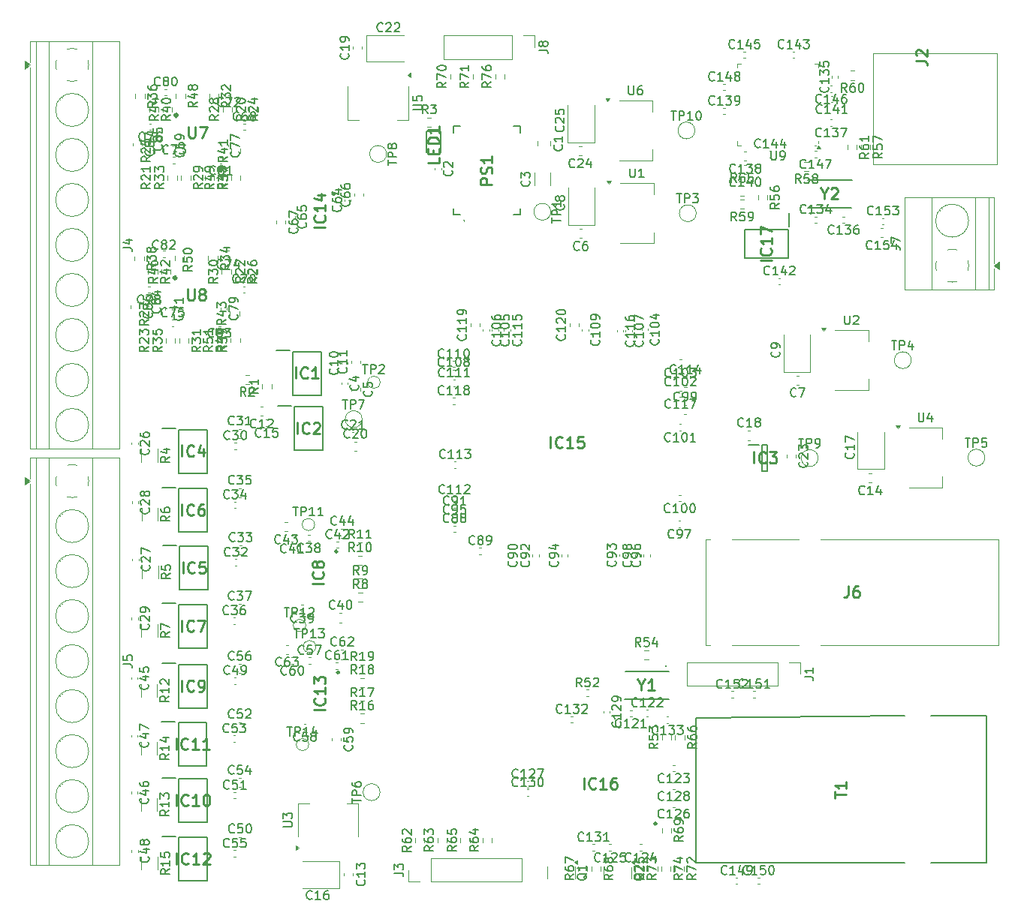
<source format=gbr>
%TF.GenerationSoftware,KiCad,Pcbnew,9.0.0*%
%TF.CreationDate,2025-06-18T17:59:25+02:00*%
%TF.ProjectId,Nanopipets,4e616e6f-7069-4706-9574-732e6b696361,rev?*%
%TF.SameCoordinates,Original*%
%TF.FileFunction,Legend,Top*%
%TF.FilePolarity,Positive*%
%FSLAX46Y46*%
G04 Gerber Fmt 4.6, Leading zero omitted, Abs format (unit mm)*
G04 Created by KiCad (PCBNEW 9.0.0) date 2025-06-18 17:59:25*
%MOMM*%
%LPD*%
G01*
G04 APERTURE LIST*
%ADD10C,0.254000*%
%ADD11C,0.150000*%
%ADD12C,0.250000*%
%ADD13C,0.120000*%
%ADD14C,0.100000*%
%ADD15C,0.200000*%
%ADD16C,0.325000*%
G04 APERTURE END LIST*
D10*
X58455475Y-45324318D02*
X58455475Y-44054318D01*
X59785952Y-45203365D02*
X59725476Y-45263842D01*
X59725476Y-45263842D02*
X59544047Y-45324318D01*
X59544047Y-45324318D02*
X59423095Y-45324318D01*
X59423095Y-45324318D02*
X59241666Y-45263842D01*
X59241666Y-45263842D02*
X59120714Y-45142889D01*
X59120714Y-45142889D02*
X59060237Y-45021937D01*
X59060237Y-45021937D02*
X58999761Y-44780032D01*
X58999761Y-44780032D02*
X58999761Y-44598603D01*
X58999761Y-44598603D02*
X59060237Y-44356699D01*
X59060237Y-44356699D02*
X59120714Y-44235746D01*
X59120714Y-44235746D02*
X59241666Y-44114794D01*
X59241666Y-44114794D02*
X59423095Y-44054318D01*
X59423095Y-44054318D02*
X59544047Y-44054318D01*
X59544047Y-44054318D02*
X59725476Y-44114794D01*
X59725476Y-44114794D02*
X59785952Y-44175270D01*
X60995476Y-45324318D02*
X60269761Y-45324318D01*
X60632618Y-45324318D02*
X60632618Y-44054318D01*
X60632618Y-44054318D02*
X60511666Y-44235746D01*
X60511666Y-44235746D02*
X60390714Y-44356699D01*
X60390714Y-44356699D02*
X60269761Y-44417175D01*
X62144523Y-44054318D02*
X61539761Y-44054318D01*
X61539761Y-44054318D02*
X61479285Y-44659080D01*
X61479285Y-44659080D02*
X61539761Y-44598603D01*
X61539761Y-44598603D02*
X61660714Y-44538127D01*
X61660714Y-44538127D02*
X61963095Y-44538127D01*
X61963095Y-44538127D02*
X62084047Y-44598603D01*
X62084047Y-44598603D02*
X62144523Y-44659080D01*
X62144523Y-44659080D02*
X62205000Y-44780032D01*
X62205000Y-44780032D02*
X62205000Y-45082413D01*
X62205000Y-45082413D02*
X62144523Y-45203365D01*
X62144523Y-45203365D02*
X62084047Y-45263842D01*
X62084047Y-45263842D02*
X61963095Y-45324318D01*
X61963095Y-45324318D02*
X61660714Y-45324318D01*
X61660714Y-45324318D02*
X61539761Y-45263842D01*
X61539761Y-45263842D02*
X61479285Y-45203365D01*
D11*
X36557142Y-74873819D02*
X36223809Y-74397628D01*
X35985714Y-74873819D02*
X35985714Y-73873819D01*
X35985714Y-73873819D02*
X36366666Y-73873819D01*
X36366666Y-73873819D02*
X36461904Y-73921438D01*
X36461904Y-73921438D02*
X36509523Y-73969057D01*
X36509523Y-73969057D02*
X36557142Y-74064295D01*
X36557142Y-74064295D02*
X36557142Y-74207152D01*
X36557142Y-74207152D02*
X36509523Y-74302390D01*
X36509523Y-74302390D02*
X36461904Y-74350009D01*
X36461904Y-74350009D02*
X36366666Y-74397628D01*
X36366666Y-74397628D02*
X35985714Y-74397628D01*
X37509523Y-74873819D02*
X36938095Y-74873819D01*
X37223809Y-74873819D02*
X37223809Y-73873819D01*
X37223809Y-73873819D02*
X37128571Y-74016676D01*
X37128571Y-74016676D02*
X37033333Y-74111914D01*
X37033333Y-74111914D02*
X36938095Y-74159533D01*
X38366666Y-73873819D02*
X38176190Y-73873819D01*
X38176190Y-73873819D02*
X38080952Y-73921438D01*
X38080952Y-73921438D02*
X38033333Y-73969057D01*
X38033333Y-73969057D02*
X37938095Y-74111914D01*
X37938095Y-74111914D02*
X37890476Y-74302390D01*
X37890476Y-74302390D02*
X37890476Y-74683342D01*
X37890476Y-74683342D02*
X37938095Y-74778580D01*
X37938095Y-74778580D02*
X37985714Y-74826200D01*
X37985714Y-74826200D02*
X38080952Y-74873819D01*
X38080952Y-74873819D02*
X38271428Y-74873819D01*
X38271428Y-74873819D02*
X38366666Y-74826200D01*
X38366666Y-74826200D02*
X38414285Y-74778580D01*
X38414285Y-74778580D02*
X38461904Y-74683342D01*
X38461904Y-74683342D02*
X38461904Y-74445247D01*
X38461904Y-74445247D02*
X38414285Y-74350009D01*
X38414285Y-74350009D02*
X38366666Y-74302390D01*
X38366666Y-74302390D02*
X38271428Y-74254771D01*
X38271428Y-74254771D02*
X38080952Y-74254771D01*
X38080952Y-74254771D02*
X37985714Y-74302390D01*
X37985714Y-74302390D02*
X37938095Y-74350009D01*
X37938095Y-74350009D02*
X37890476Y-74445247D01*
D10*
X68669331Y-72093849D02*
X68669331Y-72698611D01*
X68245998Y-71428611D02*
X68669331Y-72093849D01*
X68669331Y-72093849D02*
X69092665Y-71428611D01*
X70181236Y-72698611D02*
X69455521Y-72698611D01*
X69818378Y-72698611D02*
X69818378Y-71428611D01*
X69818378Y-71428611D02*
X69697426Y-71610039D01*
X69697426Y-71610039D02*
X69576474Y-71730992D01*
X69576474Y-71730992D02*
X69455521Y-71791468D01*
D11*
X13312569Y-12417857D02*
X12836378Y-12751190D01*
X13312569Y-12989285D02*
X12312569Y-12989285D01*
X12312569Y-12989285D02*
X12312569Y-12608333D01*
X12312569Y-12608333D02*
X12360188Y-12513095D01*
X12360188Y-12513095D02*
X12407807Y-12465476D01*
X12407807Y-12465476D02*
X12503045Y-12417857D01*
X12503045Y-12417857D02*
X12645902Y-12417857D01*
X12645902Y-12417857D02*
X12741140Y-12465476D01*
X12741140Y-12465476D02*
X12788759Y-12513095D01*
X12788759Y-12513095D02*
X12836378Y-12608333D01*
X12836378Y-12608333D02*
X12836378Y-12989285D01*
X12407807Y-12036904D02*
X12360188Y-11989285D01*
X12360188Y-11989285D02*
X12312569Y-11894047D01*
X12312569Y-11894047D02*
X12312569Y-11655952D01*
X12312569Y-11655952D02*
X12360188Y-11560714D01*
X12360188Y-11560714D02*
X12407807Y-11513095D01*
X12407807Y-11513095D02*
X12503045Y-11465476D01*
X12503045Y-11465476D02*
X12598283Y-11465476D01*
X12598283Y-11465476D02*
X12741140Y-11513095D01*
X12741140Y-11513095D02*
X13312569Y-12084523D01*
X13312569Y-12084523D02*
X13312569Y-11465476D01*
X12312569Y-10560714D02*
X12312569Y-11036904D01*
X12312569Y-11036904D02*
X12788759Y-11084523D01*
X12788759Y-11084523D02*
X12741140Y-11036904D01*
X12741140Y-11036904D02*
X12693521Y-10941666D01*
X12693521Y-10941666D02*
X12693521Y-10703571D01*
X12693521Y-10703571D02*
X12741140Y-10608333D01*
X12741140Y-10608333D02*
X12788759Y-10560714D01*
X12788759Y-10560714D02*
X12883997Y-10513095D01*
X12883997Y-10513095D02*
X13122092Y-10513095D01*
X13122092Y-10513095D02*
X13217330Y-10560714D01*
X13217330Y-10560714D02*
X13264950Y-10608333D01*
X13264950Y-10608333D02*
X13312569Y-10703571D01*
X13312569Y-10703571D02*
X13312569Y-10941666D01*
X13312569Y-10941666D02*
X13264950Y-11036904D01*
X13264950Y-11036904D02*
X13217330Y-11084523D01*
X77810952Y-72349580D02*
X77763333Y-72397200D01*
X77763333Y-72397200D02*
X77620476Y-72444819D01*
X77620476Y-72444819D02*
X77525238Y-72444819D01*
X77525238Y-72444819D02*
X77382381Y-72397200D01*
X77382381Y-72397200D02*
X77287143Y-72301961D01*
X77287143Y-72301961D02*
X77239524Y-72206723D01*
X77239524Y-72206723D02*
X77191905Y-72016247D01*
X77191905Y-72016247D02*
X77191905Y-71873390D01*
X77191905Y-71873390D02*
X77239524Y-71682914D01*
X77239524Y-71682914D02*
X77287143Y-71587676D01*
X77287143Y-71587676D02*
X77382381Y-71492438D01*
X77382381Y-71492438D02*
X77525238Y-71444819D01*
X77525238Y-71444819D02*
X77620476Y-71444819D01*
X77620476Y-71444819D02*
X77763333Y-71492438D01*
X77763333Y-71492438D02*
X77810952Y-71540057D01*
X78763333Y-72444819D02*
X78191905Y-72444819D01*
X78477619Y-72444819D02*
X78477619Y-71444819D01*
X78477619Y-71444819D02*
X78382381Y-71587676D01*
X78382381Y-71587676D02*
X78287143Y-71682914D01*
X78287143Y-71682914D02*
X78191905Y-71730533D01*
X79668095Y-71444819D02*
X79191905Y-71444819D01*
X79191905Y-71444819D02*
X79144286Y-71921009D01*
X79144286Y-71921009D02*
X79191905Y-71873390D01*
X79191905Y-71873390D02*
X79287143Y-71825771D01*
X79287143Y-71825771D02*
X79525238Y-71825771D01*
X79525238Y-71825771D02*
X79620476Y-71873390D01*
X79620476Y-71873390D02*
X79668095Y-71921009D01*
X79668095Y-71921009D02*
X79715714Y-72016247D01*
X79715714Y-72016247D02*
X79715714Y-72254342D01*
X79715714Y-72254342D02*
X79668095Y-72349580D01*
X79668095Y-72349580D02*
X79620476Y-72397200D01*
X79620476Y-72397200D02*
X79525238Y-72444819D01*
X79525238Y-72444819D02*
X79287143Y-72444819D01*
X79287143Y-72444819D02*
X79191905Y-72397200D01*
X79191905Y-72397200D02*
X79144286Y-72349580D01*
X80096667Y-71540057D02*
X80144286Y-71492438D01*
X80144286Y-71492438D02*
X80239524Y-71444819D01*
X80239524Y-71444819D02*
X80477619Y-71444819D01*
X80477619Y-71444819D02*
X80572857Y-71492438D01*
X80572857Y-71492438D02*
X80620476Y-71540057D01*
X80620476Y-71540057D02*
X80668095Y-71635295D01*
X80668095Y-71635295D02*
X80668095Y-71730533D01*
X80668095Y-71730533D02*
X80620476Y-71873390D01*
X80620476Y-71873390D02*
X80049048Y-72444819D01*
X80049048Y-72444819D02*
X80668095Y-72444819D01*
X39519642Y1740419D02*
X39472023Y1692800D01*
X39472023Y1692800D02*
X39329166Y1645180D01*
X39329166Y1645180D02*
X39233928Y1645180D01*
X39233928Y1645180D02*
X39091071Y1692800D01*
X39091071Y1692800D02*
X38995833Y1788038D01*
X38995833Y1788038D02*
X38948214Y1883276D01*
X38948214Y1883276D02*
X38900595Y2073752D01*
X38900595Y2073752D02*
X38900595Y2216609D01*
X38900595Y2216609D02*
X38948214Y2407085D01*
X38948214Y2407085D02*
X38995833Y2502323D01*
X38995833Y2502323D02*
X39091071Y2597561D01*
X39091071Y2597561D02*
X39233928Y2645180D01*
X39233928Y2645180D02*
X39329166Y2645180D01*
X39329166Y2645180D02*
X39472023Y2597561D01*
X39472023Y2597561D02*
X39519642Y2549942D01*
X39900595Y2549942D02*
X39948214Y2597561D01*
X39948214Y2597561D02*
X40043452Y2645180D01*
X40043452Y2645180D02*
X40281547Y2645180D01*
X40281547Y2645180D02*
X40376785Y2597561D01*
X40376785Y2597561D02*
X40424404Y2549942D01*
X40424404Y2549942D02*
X40472023Y2454704D01*
X40472023Y2454704D02*
X40472023Y2359466D01*
X40472023Y2359466D02*
X40424404Y2216609D01*
X40424404Y2216609D02*
X39852976Y1645180D01*
X39852976Y1645180D02*
X40472023Y1645180D01*
X40852976Y2549942D02*
X40900595Y2597561D01*
X40900595Y2597561D02*
X40995833Y2645180D01*
X40995833Y2645180D02*
X41233928Y2645180D01*
X41233928Y2645180D02*
X41329166Y2597561D01*
X41329166Y2597561D02*
X41376785Y2549942D01*
X41376785Y2549942D02*
X41424404Y2454704D01*
X41424404Y2454704D02*
X41424404Y2359466D01*
X41424404Y2359466D02*
X41376785Y2216609D01*
X41376785Y2216609D02*
X40805357Y1645180D01*
X40805357Y1645180D02*
X41424404Y1645180D01*
X40844819Y-93303333D02*
X41559104Y-93303333D01*
X41559104Y-93303333D02*
X41701961Y-93350952D01*
X41701961Y-93350952D02*
X41797200Y-93446190D01*
X41797200Y-93446190D02*
X41844819Y-93589047D01*
X41844819Y-93589047D02*
X41844819Y-93684285D01*
X40844819Y-92922380D02*
X40844819Y-92303333D01*
X40844819Y-92303333D02*
X41225771Y-92636666D01*
X41225771Y-92636666D02*
X41225771Y-92493809D01*
X41225771Y-92493809D02*
X41273390Y-92398571D01*
X41273390Y-92398571D02*
X41321009Y-92350952D01*
X41321009Y-92350952D02*
X41416247Y-92303333D01*
X41416247Y-92303333D02*
X41654342Y-92303333D01*
X41654342Y-92303333D02*
X41749580Y-92350952D01*
X41749580Y-92350952D02*
X41797200Y-92398571D01*
X41797200Y-92398571D02*
X41844819Y-92493809D01*
X41844819Y-92493809D02*
X41844819Y-92779523D01*
X41844819Y-92779523D02*
X41797200Y-92874761D01*
X41797200Y-92874761D02*
X41749580Y-92922380D01*
X67412895Y-13795472D02*
X67412895Y-14604995D01*
X67412895Y-14604995D02*
X67460514Y-14700233D01*
X67460514Y-14700233D02*
X67508133Y-14747853D01*
X67508133Y-14747853D02*
X67603371Y-14795472D01*
X67603371Y-14795472D02*
X67793847Y-14795472D01*
X67793847Y-14795472D02*
X67889085Y-14747853D01*
X67889085Y-14747853D02*
X67936704Y-14700233D01*
X67936704Y-14700233D02*
X67984323Y-14604995D01*
X67984323Y-14604995D02*
X67984323Y-13795472D01*
X68984323Y-14795472D02*
X68412895Y-14795472D01*
X68698609Y-14795472D02*
X68698609Y-13795472D01*
X68698609Y-13795472D02*
X68603371Y-13938329D01*
X68603371Y-13938329D02*
X68508133Y-14033567D01*
X68508133Y-14033567D02*
X68412895Y-14081186D01*
X13077580Y-45462857D02*
X13125200Y-45510476D01*
X13125200Y-45510476D02*
X13172819Y-45653333D01*
X13172819Y-45653333D02*
X13172819Y-45748571D01*
X13172819Y-45748571D02*
X13125200Y-45891428D01*
X13125200Y-45891428D02*
X13029961Y-45986666D01*
X13029961Y-45986666D02*
X12934723Y-46034285D01*
X12934723Y-46034285D02*
X12744247Y-46081904D01*
X12744247Y-46081904D02*
X12601390Y-46081904D01*
X12601390Y-46081904D02*
X12410914Y-46034285D01*
X12410914Y-46034285D02*
X12315676Y-45986666D01*
X12315676Y-45986666D02*
X12220438Y-45891428D01*
X12220438Y-45891428D02*
X12172819Y-45748571D01*
X12172819Y-45748571D02*
X12172819Y-45653333D01*
X12172819Y-45653333D02*
X12220438Y-45510476D01*
X12220438Y-45510476D02*
X12268057Y-45462857D01*
X12268057Y-45081904D02*
X12220438Y-45034285D01*
X12220438Y-45034285D02*
X12172819Y-44939047D01*
X12172819Y-44939047D02*
X12172819Y-44700952D01*
X12172819Y-44700952D02*
X12220438Y-44605714D01*
X12220438Y-44605714D02*
X12268057Y-44558095D01*
X12268057Y-44558095D02*
X12363295Y-44510476D01*
X12363295Y-44510476D02*
X12458533Y-44510476D01*
X12458533Y-44510476D02*
X12601390Y-44558095D01*
X12601390Y-44558095D02*
X13172819Y-45129523D01*
X13172819Y-45129523D02*
X13172819Y-44510476D01*
X12172819Y-43653333D02*
X12172819Y-43843809D01*
X12172819Y-43843809D02*
X12220438Y-43939047D01*
X12220438Y-43939047D02*
X12268057Y-43986666D01*
X12268057Y-43986666D02*
X12410914Y-44081904D01*
X12410914Y-44081904D02*
X12601390Y-44129523D01*
X12601390Y-44129523D02*
X12982342Y-44129523D01*
X12982342Y-44129523D02*
X13077580Y-44081904D01*
X13077580Y-44081904D02*
X13125200Y-44034285D01*
X13125200Y-44034285D02*
X13172819Y-43939047D01*
X13172819Y-43939047D02*
X13172819Y-43748571D01*
X13172819Y-43748571D02*
X13125200Y-43653333D01*
X13125200Y-43653333D02*
X13077580Y-43605714D01*
X13077580Y-43605714D02*
X12982342Y-43558095D01*
X12982342Y-43558095D02*
X12744247Y-43558095D01*
X12744247Y-43558095D02*
X12649009Y-43605714D01*
X12649009Y-43605714D02*
X12601390Y-43653333D01*
X12601390Y-43653333D02*
X12553771Y-43748571D01*
X12553771Y-43748571D02*
X12553771Y-43939047D01*
X12553771Y-43939047D02*
X12601390Y-44034285D01*
X12601390Y-44034285D02*
X12649009Y-44081904D01*
X12649009Y-44081904D02*
X12744247Y-44129523D01*
X46674819Y-4067857D02*
X46198628Y-4401190D01*
X46674819Y-4639285D02*
X45674819Y-4639285D01*
X45674819Y-4639285D02*
X45674819Y-4258333D01*
X45674819Y-4258333D02*
X45722438Y-4163095D01*
X45722438Y-4163095D02*
X45770057Y-4115476D01*
X45770057Y-4115476D02*
X45865295Y-4067857D01*
X45865295Y-4067857D02*
X46008152Y-4067857D01*
X46008152Y-4067857D02*
X46103390Y-4115476D01*
X46103390Y-4115476D02*
X46151009Y-4163095D01*
X46151009Y-4163095D02*
X46198628Y-4258333D01*
X46198628Y-4258333D02*
X46198628Y-4639285D01*
X45674819Y-3734523D02*
X45674819Y-3067857D01*
X45674819Y-3067857D02*
X46674819Y-3496428D01*
X45674819Y-2496428D02*
X45674819Y-2401190D01*
X45674819Y-2401190D02*
X45722438Y-2305952D01*
X45722438Y-2305952D02*
X45770057Y-2258333D01*
X45770057Y-2258333D02*
X45865295Y-2210714D01*
X45865295Y-2210714D02*
X46055771Y-2163095D01*
X46055771Y-2163095D02*
X46293866Y-2163095D01*
X46293866Y-2163095D02*
X46484342Y-2210714D01*
X46484342Y-2210714D02*
X46579580Y-2258333D01*
X46579580Y-2258333D02*
X46627200Y-2305952D01*
X46627200Y-2305952D02*
X46674819Y-2401190D01*
X46674819Y-2401190D02*
X46674819Y-2496428D01*
X46674819Y-2496428D02*
X46627200Y-2591666D01*
X46627200Y-2591666D02*
X46579580Y-2639285D01*
X46579580Y-2639285D02*
X46484342Y-2686904D01*
X46484342Y-2686904D02*
X46293866Y-2734523D01*
X46293866Y-2734523D02*
X46055771Y-2734523D01*
X46055771Y-2734523D02*
X45865295Y-2686904D01*
X45865295Y-2686904D02*
X45770057Y-2639285D01*
X45770057Y-2639285D02*
X45722438Y-2591666D01*
X45722438Y-2591666D02*
X45674819Y-2496428D01*
X70605114Y-33065464D02*
X70652734Y-33113083D01*
X70652734Y-33113083D02*
X70700353Y-33255940D01*
X70700353Y-33255940D02*
X70700353Y-33351178D01*
X70700353Y-33351178D02*
X70652734Y-33494035D01*
X70652734Y-33494035D02*
X70557495Y-33589273D01*
X70557495Y-33589273D02*
X70462257Y-33636892D01*
X70462257Y-33636892D02*
X70271781Y-33684511D01*
X70271781Y-33684511D02*
X70128924Y-33684511D01*
X70128924Y-33684511D02*
X69938448Y-33636892D01*
X69938448Y-33636892D02*
X69843210Y-33589273D01*
X69843210Y-33589273D02*
X69747972Y-33494035D01*
X69747972Y-33494035D02*
X69700353Y-33351178D01*
X69700353Y-33351178D02*
X69700353Y-33255940D01*
X69700353Y-33255940D02*
X69747972Y-33113083D01*
X69747972Y-33113083D02*
X69795591Y-33065464D01*
X70700353Y-32113083D02*
X70700353Y-32684511D01*
X70700353Y-32398797D02*
X69700353Y-32398797D01*
X69700353Y-32398797D02*
X69843210Y-32494035D01*
X69843210Y-32494035D02*
X69938448Y-32589273D01*
X69938448Y-32589273D02*
X69986067Y-32684511D01*
X69700353Y-31494035D02*
X69700353Y-31398797D01*
X69700353Y-31398797D02*
X69747972Y-31303559D01*
X69747972Y-31303559D02*
X69795591Y-31255940D01*
X69795591Y-31255940D02*
X69890829Y-31208321D01*
X69890829Y-31208321D02*
X70081305Y-31160702D01*
X70081305Y-31160702D02*
X70319400Y-31160702D01*
X70319400Y-31160702D02*
X70509876Y-31208321D01*
X70509876Y-31208321D02*
X70605114Y-31255940D01*
X70605114Y-31255940D02*
X70652734Y-31303559D01*
X70652734Y-31303559D02*
X70700353Y-31398797D01*
X70700353Y-31398797D02*
X70700353Y-31494035D01*
X70700353Y-31494035D02*
X70652734Y-31589273D01*
X70652734Y-31589273D02*
X70605114Y-31636892D01*
X70605114Y-31636892D02*
X70509876Y-31684511D01*
X70509876Y-31684511D02*
X70319400Y-31732130D01*
X70319400Y-31732130D02*
X70081305Y-31732130D01*
X70081305Y-31732130D02*
X69890829Y-31684511D01*
X69890829Y-31684511D02*
X69795591Y-31636892D01*
X69795591Y-31636892D02*
X69747972Y-31589273D01*
X69747972Y-31589273D02*
X69700353Y-31494035D01*
X70033686Y-30303559D02*
X70700353Y-30303559D01*
X69652734Y-30541654D02*
X70367019Y-30779749D01*
X70367019Y-30779749D02*
X70367019Y-30160702D01*
X28634038Y-57069580D02*
X28586419Y-57117200D01*
X28586419Y-57117200D02*
X28443562Y-57164819D01*
X28443562Y-57164819D02*
X28348324Y-57164819D01*
X28348324Y-57164819D02*
X28205467Y-57117200D01*
X28205467Y-57117200D02*
X28110229Y-57021961D01*
X28110229Y-57021961D02*
X28062610Y-56926723D01*
X28062610Y-56926723D02*
X28014991Y-56736247D01*
X28014991Y-56736247D02*
X28014991Y-56593390D01*
X28014991Y-56593390D02*
X28062610Y-56402914D01*
X28062610Y-56402914D02*
X28110229Y-56307676D01*
X28110229Y-56307676D02*
X28205467Y-56212438D01*
X28205467Y-56212438D02*
X28348324Y-56164819D01*
X28348324Y-56164819D02*
X28443562Y-56164819D01*
X28443562Y-56164819D02*
X28586419Y-56212438D01*
X28586419Y-56212438D02*
X28634038Y-56260057D01*
X29491181Y-56498152D02*
X29491181Y-57164819D01*
X29253086Y-56117200D02*
X29014991Y-56831485D01*
X29014991Y-56831485D02*
X29634038Y-56831485D01*
X30538800Y-57164819D02*
X29967372Y-57164819D01*
X30253086Y-57164819D02*
X30253086Y-56164819D01*
X30253086Y-56164819D02*
X30157848Y-56307676D01*
X30157848Y-56307676D02*
X30062610Y-56402914D01*
X30062610Y-56402914D02*
X29967372Y-56450533D01*
X60039580Y-32564047D02*
X60087200Y-32611666D01*
X60087200Y-32611666D02*
X60134819Y-32754523D01*
X60134819Y-32754523D02*
X60134819Y-32849761D01*
X60134819Y-32849761D02*
X60087200Y-32992618D01*
X60087200Y-32992618D02*
X59991961Y-33087856D01*
X59991961Y-33087856D02*
X59896723Y-33135475D01*
X59896723Y-33135475D02*
X59706247Y-33183094D01*
X59706247Y-33183094D02*
X59563390Y-33183094D01*
X59563390Y-33183094D02*
X59372914Y-33135475D01*
X59372914Y-33135475D02*
X59277676Y-33087856D01*
X59277676Y-33087856D02*
X59182438Y-32992618D01*
X59182438Y-32992618D02*
X59134819Y-32849761D01*
X59134819Y-32849761D02*
X59134819Y-32754523D01*
X59134819Y-32754523D02*
X59182438Y-32611666D01*
X59182438Y-32611666D02*
X59230057Y-32564047D01*
X60134819Y-31611666D02*
X60134819Y-32183094D01*
X60134819Y-31897380D02*
X59134819Y-31897380D01*
X59134819Y-31897380D02*
X59277676Y-31992618D01*
X59277676Y-31992618D02*
X59372914Y-32087856D01*
X59372914Y-32087856D02*
X59420533Y-32183094D01*
X59230057Y-31230713D02*
X59182438Y-31183094D01*
X59182438Y-31183094D02*
X59134819Y-31087856D01*
X59134819Y-31087856D02*
X59134819Y-30849761D01*
X59134819Y-30849761D02*
X59182438Y-30754523D01*
X59182438Y-30754523D02*
X59230057Y-30706904D01*
X59230057Y-30706904D02*
X59325295Y-30659285D01*
X59325295Y-30659285D02*
X59420533Y-30659285D01*
X59420533Y-30659285D02*
X59563390Y-30706904D01*
X59563390Y-30706904D02*
X60134819Y-31278332D01*
X60134819Y-31278332D02*
X60134819Y-30659285D01*
X59134819Y-30040237D02*
X59134819Y-29944999D01*
X59134819Y-29944999D02*
X59182438Y-29849761D01*
X59182438Y-29849761D02*
X59230057Y-29802142D01*
X59230057Y-29802142D02*
X59325295Y-29754523D01*
X59325295Y-29754523D02*
X59515771Y-29706904D01*
X59515771Y-29706904D02*
X59753866Y-29706904D01*
X59753866Y-29706904D02*
X59944342Y-29754523D01*
X59944342Y-29754523D02*
X60039580Y-29802142D01*
X60039580Y-29802142D02*
X60087200Y-29849761D01*
X60087200Y-29849761D02*
X60134819Y-29944999D01*
X60134819Y-29944999D02*
X60134819Y-30040237D01*
X60134819Y-30040237D02*
X60087200Y-30135475D01*
X60087200Y-30135475D02*
X60039580Y-30183094D01*
X60039580Y-30183094D02*
X59944342Y-30230713D01*
X59944342Y-30230713D02*
X59753866Y-30278332D01*
X59753866Y-30278332D02*
X59515771Y-30278332D01*
X59515771Y-30278332D02*
X59325295Y-30230713D01*
X59325295Y-30230713D02*
X59230057Y-30183094D01*
X59230057Y-30183094D02*
X59182438Y-30135475D01*
X59182438Y-30135475D02*
X59134819Y-30040237D01*
X46480567Y-50374228D02*
X46432948Y-50421848D01*
X46432948Y-50421848D02*
X46290091Y-50469467D01*
X46290091Y-50469467D02*
X46194853Y-50469467D01*
X46194853Y-50469467D02*
X46051996Y-50421848D01*
X46051996Y-50421848D02*
X45956758Y-50326609D01*
X45956758Y-50326609D02*
X45909139Y-50231371D01*
X45909139Y-50231371D02*
X45861520Y-50040895D01*
X45861520Y-50040895D02*
X45861520Y-49898038D01*
X45861520Y-49898038D02*
X45909139Y-49707562D01*
X45909139Y-49707562D02*
X45956758Y-49612324D01*
X45956758Y-49612324D02*
X46051996Y-49517086D01*
X46051996Y-49517086D02*
X46194853Y-49469467D01*
X46194853Y-49469467D02*
X46290091Y-49469467D01*
X46290091Y-49469467D02*
X46432948Y-49517086D01*
X46432948Y-49517086D02*
X46480567Y-49564705D01*
X47432948Y-50469467D02*
X46861520Y-50469467D01*
X47147234Y-50469467D02*
X47147234Y-49469467D01*
X47147234Y-49469467D02*
X47051996Y-49612324D01*
X47051996Y-49612324D02*
X46956758Y-49707562D01*
X46956758Y-49707562D02*
X46861520Y-49755181D01*
X48385329Y-50469467D02*
X47813901Y-50469467D01*
X48099615Y-50469467D02*
X48099615Y-49469467D01*
X48099615Y-49469467D02*
X48004377Y-49612324D01*
X48004377Y-49612324D02*
X47909139Y-49707562D01*
X47909139Y-49707562D02*
X47813901Y-49755181D01*
X48766282Y-49564705D02*
X48813901Y-49517086D01*
X48813901Y-49517086D02*
X48909139Y-49469467D01*
X48909139Y-49469467D02*
X49147234Y-49469467D01*
X49147234Y-49469467D02*
X49242472Y-49517086D01*
X49242472Y-49517086D02*
X49290091Y-49564705D01*
X49290091Y-49564705D02*
X49337710Y-49659943D01*
X49337710Y-49659943D02*
X49337710Y-49755181D01*
X49337710Y-49755181D02*
X49290091Y-49898038D01*
X49290091Y-49898038D02*
X48718663Y-50469467D01*
X48718663Y-50469467D02*
X49337710Y-50469467D01*
X68497245Y-58115824D02*
X68544865Y-58163443D01*
X68544865Y-58163443D02*
X68592484Y-58306300D01*
X68592484Y-58306300D02*
X68592484Y-58401538D01*
X68592484Y-58401538D02*
X68544865Y-58544395D01*
X68544865Y-58544395D02*
X68449626Y-58639633D01*
X68449626Y-58639633D02*
X68354388Y-58687252D01*
X68354388Y-58687252D02*
X68163912Y-58734871D01*
X68163912Y-58734871D02*
X68021055Y-58734871D01*
X68021055Y-58734871D02*
X67830579Y-58687252D01*
X67830579Y-58687252D02*
X67735341Y-58639633D01*
X67735341Y-58639633D02*
X67640103Y-58544395D01*
X67640103Y-58544395D02*
X67592484Y-58401538D01*
X67592484Y-58401538D02*
X67592484Y-58306300D01*
X67592484Y-58306300D02*
X67640103Y-58163443D01*
X67640103Y-58163443D02*
X67687722Y-58115824D01*
X68592484Y-57639633D02*
X68592484Y-57449157D01*
X68592484Y-57449157D02*
X68544865Y-57353919D01*
X68544865Y-57353919D02*
X68497245Y-57306300D01*
X68497245Y-57306300D02*
X68354388Y-57211062D01*
X68354388Y-57211062D02*
X68163912Y-57163443D01*
X68163912Y-57163443D02*
X67782960Y-57163443D01*
X67782960Y-57163443D02*
X67687722Y-57211062D01*
X67687722Y-57211062D02*
X67640103Y-57258681D01*
X67640103Y-57258681D02*
X67592484Y-57353919D01*
X67592484Y-57353919D02*
X67592484Y-57544395D01*
X67592484Y-57544395D02*
X67640103Y-57639633D01*
X67640103Y-57639633D02*
X67687722Y-57687252D01*
X67687722Y-57687252D02*
X67782960Y-57734871D01*
X67782960Y-57734871D02*
X68021055Y-57734871D01*
X68021055Y-57734871D02*
X68116293Y-57687252D01*
X68116293Y-57687252D02*
X68163912Y-57639633D01*
X68163912Y-57639633D02*
X68211531Y-57544395D01*
X68211531Y-57544395D02*
X68211531Y-57353919D01*
X68211531Y-57353919D02*
X68163912Y-57258681D01*
X68163912Y-57258681D02*
X68116293Y-57211062D01*
X68116293Y-57211062D02*
X68021055Y-57163443D01*
X67592484Y-56306300D02*
X67592484Y-56496776D01*
X67592484Y-56496776D02*
X67640103Y-56592014D01*
X67640103Y-56592014D02*
X67687722Y-56639633D01*
X67687722Y-56639633D02*
X67830579Y-56734871D01*
X67830579Y-56734871D02*
X68021055Y-56782490D01*
X68021055Y-56782490D02*
X68402007Y-56782490D01*
X68402007Y-56782490D02*
X68497245Y-56734871D01*
X68497245Y-56734871D02*
X68544865Y-56687252D01*
X68544865Y-56687252D02*
X68592484Y-56592014D01*
X68592484Y-56592014D02*
X68592484Y-56401538D01*
X68592484Y-56401538D02*
X68544865Y-56306300D01*
X68544865Y-56306300D02*
X68497245Y-56258681D01*
X68497245Y-56258681D02*
X68402007Y-56211062D01*
X68402007Y-56211062D02*
X68163912Y-56211062D01*
X68163912Y-56211062D02*
X68068674Y-56258681D01*
X68068674Y-56258681D02*
X68021055Y-56306300D01*
X68021055Y-56306300D02*
X67973436Y-56401538D01*
X67973436Y-56401538D02*
X67973436Y-56592014D01*
X67973436Y-56592014D02*
X68021055Y-56687252D01*
X68021055Y-56687252D02*
X68068674Y-56734871D01*
X68068674Y-56734871D02*
X68163912Y-56782490D01*
X12639892Y-10619580D02*
X12592273Y-10667200D01*
X12592273Y-10667200D02*
X12449416Y-10714819D01*
X12449416Y-10714819D02*
X12354178Y-10714819D01*
X12354178Y-10714819D02*
X12211321Y-10667200D01*
X12211321Y-10667200D02*
X12116083Y-10571961D01*
X12116083Y-10571961D02*
X12068464Y-10476723D01*
X12068464Y-10476723D02*
X12020845Y-10286247D01*
X12020845Y-10286247D02*
X12020845Y-10143390D01*
X12020845Y-10143390D02*
X12068464Y-9952914D01*
X12068464Y-9952914D02*
X12116083Y-9857676D01*
X12116083Y-9857676D02*
X12211321Y-9762438D01*
X12211321Y-9762438D02*
X12354178Y-9714819D01*
X12354178Y-9714819D02*
X12449416Y-9714819D01*
X12449416Y-9714819D02*
X12592273Y-9762438D01*
X12592273Y-9762438D02*
X12639892Y-9810057D01*
X12973226Y-9714819D02*
X13639892Y-9714819D01*
X13639892Y-9714819D02*
X13211321Y-10714819D01*
X14449416Y-9714819D02*
X14258940Y-9714819D01*
X14258940Y-9714819D02*
X14163702Y-9762438D01*
X14163702Y-9762438D02*
X14116083Y-9810057D01*
X14116083Y-9810057D02*
X14020845Y-9952914D01*
X14020845Y-9952914D02*
X13973226Y-10143390D01*
X13973226Y-10143390D02*
X13973226Y-10524342D01*
X13973226Y-10524342D02*
X14020845Y-10619580D01*
X14020845Y-10619580D02*
X14068464Y-10667200D01*
X14068464Y-10667200D02*
X14163702Y-10714819D01*
X14163702Y-10714819D02*
X14354178Y-10714819D01*
X14354178Y-10714819D02*
X14449416Y-10667200D01*
X14449416Y-10667200D02*
X14497035Y-10619580D01*
X14497035Y-10619580D02*
X14544654Y-10524342D01*
X14544654Y-10524342D02*
X14544654Y-10286247D01*
X14544654Y-10286247D02*
X14497035Y-10191009D01*
X14497035Y-10191009D02*
X14449416Y-10143390D01*
X14449416Y-10143390D02*
X14354178Y-10095771D01*
X14354178Y-10095771D02*
X14163702Y-10095771D01*
X14163702Y-10095771D02*
X14068464Y-10143390D01*
X14068464Y-10143390D02*
X14020845Y-10191009D01*
X14020845Y-10191009D02*
X13973226Y-10286247D01*
X22740142Y-82049580D02*
X22692523Y-82097200D01*
X22692523Y-82097200D02*
X22549666Y-82144819D01*
X22549666Y-82144819D02*
X22454428Y-82144819D01*
X22454428Y-82144819D02*
X22311571Y-82097200D01*
X22311571Y-82097200D02*
X22216333Y-82001961D01*
X22216333Y-82001961D02*
X22168714Y-81906723D01*
X22168714Y-81906723D02*
X22121095Y-81716247D01*
X22121095Y-81716247D02*
X22121095Y-81573390D01*
X22121095Y-81573390D02*
X22168714Y-81382914D01*
X22168714Y-81382914D02*
X22216333Y-81287676D01*
X22216333Y-81287676D02*
X22311571Y-81192438D01*
X22311571Y-81192438D02*
X22454428Y-81144819D01*
X22454428Y-81144819D02*
X22549666Y-81144819D01*
X22549666Y-81144819D02*
X22692523Y-81192438D01*
X22692523Y-81192438D02*
X22740142Y-81240057D01*
X23644904Y-81144819D02*
X23168714Y-81144819D01*
X23168714Y-81144819D02*
X23121095Y-81621009D01*
X23121095Y-81621009D02*
X23168714Y-81573390D01*
X23168714Y-81573390D02*
X23263952Y-81525771D01*
X23263952Y-81525771D02*
X23502047Y-81525771D01*
X23502047Y-81525771D02*
X23597285Y-81573390D01*
X23597285Y-81573390D02*
X23644904Y-81621009D01*
X23644904Y-81621009D02*
X23692523Y-81716247D01*
X23692523Y-81716247D02*
X23692523Y-81954342D01*
X23692523Y-81954342D02*
X23644904Y-82049580D01*
X23644904Y-82049580D02*
X23597285Y-82097200D01*
X23597285Y-82097200D02*
X23502047Y-82144819D01*
X23502047Y-82144819D02*
X23263952Y-82144819D01*
X23263952Y-82144819D02*
X23168714Y-82097200D01*
X23168714Y-82097200D02*
X23121095Y-82049580D01*
X24549666Y-81478152D02*
X24549666Y-82144819D01*
X24311571Y-81097200D02*
X24073476Y-81811485D01*
X24073476Y-81811485D02*
X24692523Y-81811485D01*
X15584819Y-7767857D02*
X15108628Y-8101190D01*
X15584819Y-8339285D02*
X14584819Y-8339285D01*
X14584819Y-8339285D02*
X14584819Y-7958333D01*
X14584819Y-7958333D02*
X14632438Y-7863095D01*
X14632438Y-7863095D02*
X14680057Y-7815476D01*
X14680057Y-7815476D02*
X14775295Y-7767857D01*
X14775295Y-7767857D02*
X14918152Y-7767857D01*
X14918152Y-7767857D02*
X15013390Y-7815476D01*
X15013390Y-7815476D02*
X15061009Y-7863095D01*
X15061009Y-7863095D02*
X15108628Y-7958333D01*
X15108628Y-7958333D02*
X15108628Y-8339285D01*
X14918152Y-6910714D02*
X15584819Y-6910714D01*
X14537200Y-7148809D02*
X15251485Y-7386904D01*
X15251485Y-7386904D02*
X15251485Y-6767857D01*
X14584819Y-6196428D02*
X14584819Y-6101190D01*
X14584819Y-6101190D02*
X14632438Y-6005952D01*
X14632438Y-6005952D02*
X14680057Y-5958333D01*
X14680057Y-5958333D02*
X14775295Y-5910714D01*
X14775295Y-5910714D02*
X14965771Y-5863095D01*
X14965771Y-5863095D02*
X15203866Y-5863095D01*
X15203866Y-5863095D02*
X15394342Y-5910714D01*
X15394342Y-5910714D02*
X15489580Y-5958333D01*
X15489580Y-5958333D02*
X15537200Y-6005952D01*
X15537200Y-6005952D02*
X15584819Y-6101190D01*
X15584819Y-6101190D02*
X15584819Y-6196428D01*
X15584819Y-6196428D02*
X15537200Y-6291666D01*
X15537200Y-6291666D02*
X15489580Y-6339285D01*
X15489580Y-6339285D02*
X15394342Y-6386904D01*
X15394342Y-6386904D02*
X15203866Y-6434523D01*
X15203866Y-6434523D02*
X14965771Y-6434523D01*
X14965771Y-6434523D02*
X14775295Y-6386904D01*
X14775295Y-6386904D02*
X14680057Y-6339285D01*
X14680057Y-6339285D02*
X14632438Y-6291666D01*
X14632438Y-6291666D02*
X14584819Y-6196428D01*
X62562557Y-93345238D02*
X62514938Y-93440476D01*
X62514938Y-93440476D02*
X62419700Y-93535714D01*
X62419700Y-93535714D02*
X62276842Y-93678571D01*
X62276842Y-93678571D02*
X62229223Y-93773809D01*
X62229223Y-93773809D02*
X62229223Y-93869047D01*
X62467319Y-93821428D02*
X62419700Y-93916666D01*
X62419700Y-93916666D02*
X62324461Y-94011904D01*
X62324461Y-94011904D02*
X62133985Y-94059523D01*
X62133985Y-94059523D02*
X61800652Y-94059523D01*
X61800652Y-94059523D02*
X61610176Y-94011904D01*
X61610176Y-94011904D02*
X61514938Y-93916666D01*
X61514938Y-93916666D02*
X61467319Y-93821428D01*
X61467319Y-93821428D02*
X61467319Y-93630952D01*
X61467319Y-93630952D02*
X61514938Y-93535714D01*
X61514938Y-93535714D02*
X61610176Y-93440476D01*
X61610176Y-93440476D02*
X61800652Y-93392857D01*
X61800652Y-93392857D02*
X62133985Y-93392857D01*
X62133985Y-93392857D02*
X62324461Y-93440476D01*
X62324461Y-93440476D02*
X62419700Y-93535714D01*
X62419700Y-93535714D02*
X62467319Y-93630952D01*
X62467319Y-93630952D02*
X62467319Y-93821428D01*
X62467319Y-92440476D02*
X62467319Y-93011904D01*
X62467319Y-92726190D02*
X61467319Y-92726190D01*
X61467319Y-92726190D02*
X61610176Y-92821428D01*
X61610176Y-92821428D02*
X61705414Y-92916666D01*
X61705414Y-92916666D02*
X61753033Y-93011904D01*
D10*
X16979237Y-59459318D02*
X16979237Y-58189318D01*
X18309714Y-59338365D02*
X18249238Y-59398842D01*
X18249238Y-59398842D02*
X18067809Y-59459318D01*
X18067809Y-59459318D02*
X17946857Y-59459318D01*
X17946857Y-59459318D02*
X17765428Y-59398842D01*
X17765428Y-59398842D02*
X17644476Y-59277889D01*
X17644476Y-59277889D02*
X17583999Y-59156937D01*
X17583999Y-59156937D02*
X17523523Y-58915032D01*
X17523523Y-58915032D02*
X17523523Y-58733603D01*
X17523523Y-58733603D02*
X17583999Y-58491699D01*
X17583999Y-58491699D02*
X17644476Y-58370746D01*
X17644476Y-58370746D02*
X17765428Y-58249794D01*
X17765428Y-58249794D02*
X17946857Y-58189318D01*
X17946857Y-58189318D02*
X18067809Y-58189318D01*
X18067809Y-58189318D02*
X18249238Y-58249794D01*
X18249238Y-58249794D02*
X18309714Y-58310270D01*
X19458761Y-58189318D02*
X18853999Y-58189318D01*
X18853999Y-58189318D02*
X18793523Y-58794080D01*
X18793523Y-58794080D02*
X18853999Y-58733603D01*
X18853999Y-58733603D02*
X18974952Y-58673127D01*
X18974952Y-58673127D02*
X19277333Y-58673127D01*
X19277333Y-58673127D02*
X19398285Y-58733603D01*
X19398285Y-58733603D02*
X19458761Y-58794080D01*
X19458761Y-58794080D02*
X19519238Y-58915032D01*
X19519238Y-58915032D02*
X19519238Y-59217413D01*
X19519238Y-59217413D02*
X19458761Y-59338365D01*
X19458761Y-59338365D02*
X19398285Y-59398842D01*
X19398285Y-59398842D02*
X19277333Y-59459318D01*
X19277333Y-59459318D02*
X18974952Y-59459318D01*
X18974952Y-59459318D02*
X18853999Y-59398842D01*
X18853999Y-59398842D02*
X18793523Y-59338365D01*
D11*
X22295142Y-57449580D02*
X22247523Y-57497200D01*
X22247523Y-57497200D02*
X22104666Y-57544819D01*
X22104666Y-57544819D02*
X22009428Y-57544819D01*
X22009428Y-57544819D02*
X21866571Y-57497200D01*
X21866571Y-57497200D02*
X21771333Y-57401961D01*
X21771333Y-57401961D02*
X21723714Y-57306723D01*
X21723714Y-57306723D02*
X21676095Y-57116247D01*
X21676095Y-57116247D02*
X21676095Y-56973390D01*
X21676095Y-56973390D02*
X21723714Y-56782914D01*
X21723714Y-56782914D02*
X21771333Y-56687676D01*
X21771333Y-56687676D02*
X21866571Y-56592438D01*
X21866571Y-56592438D02*
X22009428Y-56544819D01*
X22009428Y-56544819D02*
X22104666Y-56544819D01*
X22104666Y-56544819D02*
X22247523Y-56592438D01*
X22247523Y-56592438D02*
X22295142Y-56640057D01*
X22628476Y-56544819D02*
X23247523Y-56544819D01*
X23247523Y-56544819D02*
X22914190Y-56925771D01*
X22914190Y-56925771D02*
X23057047Y-56925771D01*
X23057047Y-56925771D02*
X23152285Y-56973390D01*
X23152285Y-56973390D02*
X23199904Y-57021009D01*
X23199904Y-57021009D02*
X23247523Y-57116247D01*
X23247523Y-57116247D02*
X23247523Y-57354342D01*
X23247523Y-57354342D02*
X23199904Y-57449580D01*
X23199904Y-57449580D02*
X23152285Y-57497200D01*
X23152285Y-57497200D02*
X23057047Y-57544819D01*
X23057047Y-57544819D02*
X22771333Y-57544819D01*
X22771333Y-57544819D02*
X22676095Y-57497200D01*
X22676095Y-57497200D02*
X22628476Y-57449580D01*
X23628476Y-56640057D02*
X23676095Y-56592438D01*
X23676095Y-56592438D02*
X23771333Y-56544819D01*
X23771333Y-56544819D02*
X24009428Y-56544819D01*
X24009428Y-56544819D02*
X24104666Y-56592438D01*
X24104666Y-56592438D02*
X24152285Y-56640057D01*
X24152285Y-56640057D02*
X24199904Y-56735295D01*
X24199904Y-56735295D02*
X24199904Y-56830533D01*
X24199904Y-56830533D02*
X24152285Y-56973390D01*
X24152285Y-56973390D02*
X23580857Y-57544819D01*
X23580857Y-57544819D02*
X24199904Y-57544819D01*
X94687270Y-22825169D02*
X94639651Y-22872789D01*
X94639651Y-22872789D02*
X94496794Y-22920408D01*
X94496794Y-22920408D02*
X94401556Y-22920408D01*
X94401556Y-22920408D02*
X94258699Y-22872789D01*
X94258699Y-22872789D02*
X94163461Y-22777550D01*
X94163461Y-22777550D02*
X94115842Y-22682312D01*
X94115842Y-22682312D02*
X94068223Y-22491836D01*
X94068223Y-22491836D02*
X94068223Y-22348979D01*
X94068223Y-22348979D02*
X94115842Y-22158503D01*
X94115842Y-22158503D02*
X94163461Y-22063265D01*
X94163461Y-22063265D02*
X94258699Y-21968027D01*
X94258699Y-21968027D02*
X94401556Y-21920408D01*
X94401556Y-21920408D02*
X94496794Y-21920408D01*
X94496794Y-21920408D02*
X94639651Y-21968027D01*
X94639651Y-21968027D02*
X94687270Y-22015646D01*
X95639651Y-22920408D02*
X95068223Y-22920408D01*
X95353937Y-22920408D02*
X95353937Y-21920408D01*
X95353937Y-21920408D02*
X95258699Y-22063265D01*
X95258699Y-22063265D02*
X95163461Y-22158503D01*
X95163461Y-22158503D02*
X95068223Y-22206122D01*
X96544413Y-21920408D02*
X96068223Y-21920408D01*
X96068223Y-21920408D02*
X96020604Y-22396598D01*
X96020604Y-22396598D02*
X96068223Y-22348979D01*
X96068223Y-22348979D02*
X96163461Y-22301360D01*
X96163461Y-22301360D02*
X96401556Y-22301360D01*
X96401556Y-22301360D02*
X96496794Y-22348979D01*
X96496794Y-22348979D02*
X96544413Y-22396598D01*
X96544413Y-22396598D02*
X96592032Y-22491836D01*
X96592032Y-22491836D02*
X96592032Y-22729931D01*
X96592032Y-22729931D02*
X96544413Y-22825169D01*
X96544413Y-22825169D02*
X96496794Y-22872789D01*
X96496794Y-22872789D02*
X96401556Y-22920408D01*
X96401556Y-22920408D02*
X96163461Y-22920408D01*
X96163461Y-22920408D02*
X96068223Y-22872789D01*
X96068223Y-22872789D02*
X96020604Y-22825169D01*
X97449175Y-22253741D02*
X97449175Y-22920408D01*
X97211080Y-21872789D02*
X96972985Y-22587074D01*
X96972985Y-22587074D02*
X97592032Y-22587074D01*
X15432819Y-86205357D02*
X14956628Y-86538690D01*
X15432819Y-86776785D02*
X14432819Y-86776785D01*
X14432819Y-86776785D02*
X14432819Y-86395833D01*
X14432819Y-86395833D02*
X14480438Y-86300595D01*
X14480438Y-86300595D02*
X14528057Y-86252976D01*
X14528057Y-86252976D02*
X14623295Y-86205357D01*
X14623295Y-86205357D02*
X14766152Y-86205357D01*
X14766152Y-86205357D02*
X14861390Y-86252976D01*
X14861390Y-86252976D02*
X14909009Y-86300595D01*
X14909009Y-86300595D02*
X14956628Y-86395833D01*
X14956628Y-86395833D02*
X14956628Y-86776785D01*
X15432819Y-85252976D02*
X15432819Y-85824404D01*
X15432819Y-85538690D02*
X14432819Y-85538690D01*
X14432819Y-85538690D02*
X14575676Y-85633928D01*
X14575676Y-85633928D02*
X14670914Y-85729166D01*
X14670914Y-85729166D02*
X14718533Y-85824404D01*
X14432819Y-84919642D02*
X14432819Y-84300595D01*
X14432819Y-84300595D02*
X14813771Y-84633928D01*
X14813771Y-84633928D02*
X14813771Y-84491071D01*
X14813771Y-84491071D02*
X14861390Y-84395833D01*
X14861390Y-84395833D02*
X14909009Y-84348214D01*
X14909009Y-84348214D02*
X15004247Y-84300595D01*
X15004247Y-84300595D02*
X15242342Y-84300595D01*
X15242342Y-84300595D02*
X15337580Y-84348214D01*
X15337580Y-84348214D02*
X15385200Y-84395833D01*
X15385200Y-84395833D02*
X15432819Y-84491071D01*
X15432819Y-84491071D02*
X15432819Y-84776785D01*
X15432819Y-84776785D02*
X15385200Y-84872023D01*
X15385200Y-84872023D02*
X15337580Y-84919642D01*
X36719580Y-38191666D02*
X36767200Y-38239285D01*
X36767200Y-38239285D02*
X36814819Y-38382142D01*
X36814819Y-38382142D02*
X36814819Y-38477380D01*
X36814819Y-38477380D02*
X36767200Y-38620237D01*
X36767200Y-38620237D02*
X36671961Y-38715475D01*
X36671961Y-38715475D02*
X36576723Y-38763094D01*
X36576723Y-38763094D02*
X36386247Y-38810713D01*
X36386247Y-38810713D02*
X36243390Y-38810713D01*
X36243390Y-38810713D02*
X36052914Y-38763094D01*
X36052914Y-38763094D02*
X35957676Y-38715475D01*
X35957676Y-38715475D02*
X35862438Y-38620237D01*
X35862438Y-38620237D02*
X35814819Y-38477380D01*
X35814819Y-38477380D02*
X35814819Y-38382142D01*
X35814819Y-38382142D02*
X35862438Y-38239285D01*
X35862438Y-38239285D02*
X35910057Y-38191666D01*
X36148152Y-37334523D02*
X36814819Y-37334523D01*
X35767200Y-37572618D02*
X36481485Y-37810713D01*
X36481485Y-37810713D02*
X36481485Y-37191666D01*
X21912569Y-33811157D02*
X21436378Y-34144490D01*
X21912569Y-34382585D02*
X20912569Y-34382585D01*
X20912569Y-34382585D02*
X20912569Y-34001633D01*
X20912569Y-34001633D02*
X20960188Y-33906395D01*
X20960188Y-33906395D02*
X21007807Y-33858776D01*
X21007807Y-33858776D02*
X21103045Y-33811157D01*
X21103045Y-33811157D02*
X21245902Y-33811157D01*
X21245902Y-33811157D02*
X21341140Y-33858776D01*
X21341140Y-33858776D02*
X21388759Y-33906395D01*
X21388759Y-33906395D02*
X21436378Y-34001633D01*
X21436378Y-34001633D02*
X21436378Y-34382585D01*
X20912569Y-33477823D02*
X20912569Y-32858776D01*
X20912569Y-32858776D02*
X21293521Y-33192109D01*
X21293521Y-33192109D02*
X21293521Y-33049252D01*
X21293521Y-33049252D02*
X21341140Y-32954014D01*
X21341140Y-32954014D02*
X21388759Y-32906395D01*
X21388759Y-32906395D02*
X21483997Y-32858776D01*
X21483997Y-32858776D02*
X21722092Y-32858776D01*
X21722092Y-32858776D02*
X21817330Y-32906395D01*
X21817330Y-32906395D02*
X21864950Y-32954014D01*
X21864950Y-32954014D02*
X21912569Y-33049252D01*
X21912569Y-33049252D02*
X21912569Y-33334966D01*
X21912569Y-33334966D02*
X21864950Y-33430204D01*
X21864950Y-33430204D02*
X21817330Y-33477823D01*
X21912569Y-32382585D02*
X21912569Y-32192109D01*
X21912569Y-32192109D02*
X21864950Y-32096871D01*
X21864950Y-32096871D02*
X21817330Y-32049252D01*
X21817330Y-32049252D02*
X21674473Y-31954014D01*
X21674473Y-31954014D02*
X21483997Y-31906395D01*
X21483997Y-31906395D02*
X21103045Y-31906395D01*
X21103045Y-31906395D02*
X21007807Y-31954014D01*
X21007807Y-31954014D02*
X20960188Y-32001633D01*
X20960188Y-32001633D02*
X20912569Y-32096871D01*
X20912569Y-32096871D02*
X20912569Y-32287347D01*
X20912569Y-32287347D02*
X20960188Y-32382585D01*
X20960188Y-32382585D02*
X21007807Y-32430204D01*
X21007807Y-32430204D02*
X21103045Y-32477823D01*
X21103045Y-32477823D02*
X21341140Y-32477823D01*
X21341140Y-32477823D02*
X21436378Y-32430204D01*
X21436378Y-32430204D02*
X21483997Y-32382585D01*
X21483997Y-32382585D02*
X21531616Y-32287347D01*
X21531616Y-32287347D02*
X21531616Y-32096871D01*
X21531616Y-32096871D02*
X21483997Y-32001633D01*
X21483997Y-32001633D02*
X21436378Y-31954014D01*
X21436378Y-31954014D02*
X21341140Y-31906395D01*
X22790142Y-88679580D02*
X22742523Y-88727200D01*
X22742523Y-88727200D02*
X22599666Y-88774819D01*
X22599666Y-88774819D02*
X22504428Y-88774819D01*
X22504428Y-88774819D02*
X22361571Y-88727200D01*
X22361571Y-88727200D02*
X22266333Y-88631961D01*
X22266333Y-88631961D02*
X22218714Y-88536723D01*
X22218714Y-88536723D02*
X22171095Y-88346247D01*
X22171095Y-88346247D02*
X22171095Y-88203390D01*
X22171095Y-88203390D02*
X22218714Y-88012914D01*
X22218714Y-88012914D02*
X22266333Y-87917676D01*
X22266333Y-87917676D02*
X22361571Y-87822438D01*
X22361571Y-87822438D02*
X22504428Y-87774819D01*
X22504428Y-87774819D02*
X22599666Y-87774819D01*
X22599666Y-87774819D02*
X22742523Y-87822438D01*
X22742523Y-87822438D02*
X22790142Y-87870057D01*
X23694904Y-87774819D02*
X23218714Y-87774819D01*
X23218714Y-87774819D02*
X23171095Y-88251009D01*
X23171095Y-88251009D02*
X23218714Y-88203390D01*
X23218714Y-88203390D02*
X23313952Y-88155771D01*
X23313952Y-88155771D02*
X23552047Y-88155771D01*
X23552047Y-88155771D02*
X23647285Y-88203390D01*
X23647285Y-88203390D02*
X23694904Y-88251009D01*
X23694904Y-88251009D02*
X23742523Y-88346247D01*
X23742523Y-88346247D02*
X23742523Y-88584342D01*
X23742523Y-88584342D02*
X23694904Y-88679580D01*
X23694904Y-88679580D02*
X23647285Y-88727200D01*
X23647285Y-88727200D02*
X23552047Y-88774819D01*
X23552047Y-88774819D02*
X23313952Y-88774819D01*
X23313952Y-88774819D02*
X23218714Y-88727200D01*
X23218714Y-88727200D02*
X23171095Y-88679580D01*
X24361571Y-87774819D02*
X24456809Y-87774819D01*
X24456809Y-87774819D02*
X24552047Y-87822438D01*
X24552047Y-87822438D02*
X24599666Y-87870057D01*
X24599666Y-87870057D02*
X24647285Y-87965295D01*
X24647285Y-87965295D02*
X24694904Y-88155771D01*
X24694904Y-88155771D02*
X24694904Y-88393866D01*
X24694904Y-88393866D02*
X24647285Y-88584342D01*
X24647285Y-88584342D02*
X24599666Y-88679580D01*
X24599666Y-88679580D02*
X24552047Y-88727200D01*
X24552047Y-88727200D02*
X24456809Y-88774819D01*
X24456809Y-88774819D02*
X24361571Y-88774819D01*
X24361571Y-88774819D02*
X24266333Y-88727200D01*
X24266333Y-88727200D02*
X24218714Y-88679580D01*
X24218714Y-88679580D02*
X24171095Y-88584342D01*
X24171095Y-88584342D02*
X24123476Y-88393866D01*
X24123476Y-88393866D02*
X24123476Y-88155771D01*
X24123476Y-88155771D02*
X24171095Y-87965295D01*
X24171095Y-87965295D02*
X24218714Y-87870057D01*
X24218714Y-87870057D02*
X24266333Y-87822438D01*
X24266333Y-87822438D02*
X24361571Y-87774819D01*
X45224819Y-90237857D02*
X44748628Y-90571190D01*
X45224819Y-90809285D02*
X44224819Y-90809285D01*
X44224819Y-90809285D02*
X44224819Y-90428333D01*
X44224819Y-90428333D02*
X44272438Y-90333095D01*
X44272438Y-90333095D02*
X44320057Y-90285476D01*
X44320057Y-90285476D02*
X44415295Y-90237857D01*
X44415295Y-90237857D02*
X44558152Y-90237857D01*
X44558152Y-90237857D02*
X44653390Y-90285476D01*
X44653390Y-90285476D02*
X44701009Y-90333095D01*
X44701009Y-90333095D02*
X44748628Y-90428333D01*
X44748628Y-90428333D02*
X44748628Y-90809285D01*
X44224819Y-89380714D02*
X44224819Y-89571190D01*
X44224819Y-89571190D02*
X44272438Y-89666428D01*
X44272438Y-89666428D02*
X44320057Y-89714047D01*
X44320057Y-89714047D02*
X44462914Y-89809285D01*
X44462914Y-89809285D02*
X44653390Y-89856904D01*
X44653390Y-89856904D02*
X45034342Y-89856904D01*
X45034342Y-89856904D02*
X45129580Y-89809285D01*
X45129580Y-89809285D02*
X45177200Y-89761666D01*
X45177200Y-89761666D02*
X45224819Y-89666428D01*
X45224819Y-89666428D02*
X45224819Y-89475952D01*
X45224819Y-89475952D02*
X45177200Y-89380714D01*
X45177200Y-89380714D02*
X45129580Y-89333095D01*
X45129580Y-89333095D02*
X45034342Y-89285476D01*
X45034342Y-89285476D02*
X44796247Y-89285476D01*
X44796247Y-89285476D02*
X44701009Y-89333095D01*
X44701009Y-89333095D02*
X44653390Y-89380714D01*
X44653390Y-89380714D02*
X44605771Y-89475952D01*
X44605771Y-89475952D02*
X44605771Y-89666428D01*
X44605771Y-89666428D02*
X44653390Y-89761666D01*
X44653390Y-89761666D02*
X44701009Y-89809285D01*
X44701009Y-89809285D02*
X44796247Y-89856904D01*
X44224819Y-88952142D02*
X44224819Y-88333095D01*
X44224819Y-88333095D02*
X44605771Y-88666428D01*
X44605771Y-88666428D02*
X44605771Y-88523571D01*
X44605771Y-88523571D02*
X44653390Y-88428333D01*
X44653390Y-88428333D02*
X44701009Y-88380714D01*
X44701009Y-88380714D02*
X44796247Y-88333095D01*
X44796247Y-88333095D02*
X45034342Y-88333095D01*
X45034342Y-88333095D02*
X45129580Y-88380714D01*
X45129580Y-88380714D02*
X45177200Y-88428333D01*
X45177200Y-88428333D02*
X45224819Y-88523571D01*
X45224819Y-88523571D02*
X45224819Y-88809285D01*
X45224819Y-88809285D02*
X45177200Y-88904523D01*
X45177200Y-88904523D02*
X45129580Y-88952142D01*
X15504819Y-53004166D02*
X15028628Y-53337499D01*
X15504819Y-53575594D02*
X14504819Y-53575594D01*
X14504819Y-53575594D02*
X14504819Y-53194642D01*
X14504819Y-53194642D02*
X14552438Y-53099404D01*
X14552438Y-53099404D02*
X14600057Y-53051785D01*
X14600057Y-53051785D02*
X14695295Y-53004166D01*
X14695295Y-53004166D02*
X14838152Y-53004166D01*
X14838152Y-53004166D02*
X14933390Y-53051785D01*
X14933390Y-53051785D02*
X14981009Y-53099404D01*
X14981009Y-53099404D02*
X15028628Y-53194642D01*
X15028628Y-53194642D02*
X15028628Y-53575594D01*
X14504819Y-52147023D02*
X14504819Y-52337499D01*
X14504819Y-52337499D02*
X14552438Y-52432737D01*
X14552438Y-52432737D02*
X14600057Y-52480356D01*
X14600057Y-52480356D02*
X14742914Y-52575594D01*
X14742914Y-52575594D02*
X14933390Y-52623213D01*
X14933390Y-52623213D02*
X15314342Y-52623213D01*
X15314342Y-52623213D02*
X15409580Y-52575594D01*
X15409580Y-52575594D02*
X15457200Y-52527975D01*
X15457200Y-52527975D02*
X15504819Y-52432737D01*
X15504819Y-52432737D02*
X15504819Y-52242261D01*
X15504819Y-52242261D02*
X15457200Y-52147023D01*
X15457200Y-52147023D02*
X15409580Y-52099404D01*
X15409580Y-52099404D02*
X15314342Y-52051785D01*
X15314342Y-52051785D02*
X15076247Y-52051785D01*
X15076247Y-52051785D02*
X14981009Y-52099404D01*
X14981009Y-52099404D02*
X14933390Y-52147023D01*
X14933390Y-52147023D02*
X14885771Y-52242261D01*
X14885771Y-52242261D02*
X14885771Y-52432737D01*
X14885771Y-52432737D02*
X14933390Y-52527975D01*
X14933390Y-52527975D02*
X14981009Y-52575594D01*
X14981009Y-52575594D02*
X15076247Y-52623213D01*
X34399580Y-36407857D02*
X34447200Y-36455476D01*
X34447200Y-36455476D02*
X34494819Y-36598333D01*
X34494819Y-36598333D02*
X34494819Y-36693571D01*
X34494819Y-36693571D02*
X34447200Y-36836428D01*
X34447200Y-36836428D02*
X34351961Y-36931666D01*
X34351961Y-36931666D02*
X34256723Y-36979285D01*
X34256723Y-36979285D02*
X34066247Y-37026904D01*
X34066247Y-37026904D02*
X33923390Y-37026904D01*
X33923390Y-37026904D02*
X33732914Y-36979285D01*
X33732914Y-36979285D02*
X33637676Y-36931666D01*
X33637676Y-36931666D02*
X33542438Y-36836428D01*
X33542438Y-36836428D02*
X33494819Y-36693571D01*
X33494819Y-36693571D02*
X33494819Y-36598333D01*
X33494819Y-36598333D02*
X33542438Y-36455476D01*
X33542438Y-36455476D02*
X33590057Y-36407857D01*
X34494819Y-35455476D02*
X34494819Y-36026904D01*
X34494819Y-35741190D02*
X33494819Y-35741190D01*
X33494819Y-35741190D02*
X33637676Y-35836428D01*
X33637676Y-35836428D02*
X33732914Y-35931666D01*
X33732914Y-35931666D02*
X33780533Y-36026904D01*
X33494819Y-34836428D02*
X33494819Y-34741190D01*
X33494819Y-34741190D02*
X33542438Y-34645952D01*
X33542438Y-34645952D02*
X33590057Y-34598333D01*
X33590057Y-34598333D02*
X33685295Y-34550714D01*
X33685295Y-34550714D02*
X33875771Y-34503095D01*
X33875771Y-34503095D02*
X34113866Y-34503095D01*
X34113866Y-34503095D02*
X34304342Y-34550714D01*
X34304342Y-34550714D02*
X34399580Y-34598333D01*
X34399580Y-34598333D02*
X34447200Y-34645952D01*
X34447200Y-34645952D02*
X34494819Y-34741190D01*
X34494819Y-34741190D02*
X34494819Y-34836428D01*
X34494819Y-34836428D02*
X34447200Y-34931666D01*
X34447200Y-34931666D02*
X34399580Y-34979285D01*
X34399580Y-34979285D02*
X34304342Y-35026904D01*
X34304342Y-35026904D02*
X34113866Y-35074523D01*
X34113866Y-35074523D02*
X33875771Y-35074523D01*
X33875771Y-35074523D02*
X33685295Y-35026904D01*
X33685295Y-35026904D02*
X33590057Y-34979285D01*
X33590057Y-34979285D02*
X33542438Y-34931666D01*
X33542438Y-34931666D02*
X33494819Y-34836428D01*
X72036905Y-7306819D02*
X72608333Y-7306819D01*
X72322619Y-8306819D02*
X72322619Y-7306819D01*
X72941667Y-8306819D02*
X72941667Y-7306819D01*
X72941667Y-7306819D02*
X73322619Y-7306819D01*
X73322619Y-7306819D02*
X73417857Y-7354438D01*
X73417857Y-7354438D02*
X73465476Y-7402057D01*
X73465476Y-7402057D02*
X73513095Y-7497295D01*
X73513095Y-7497295D02*
X73513095Y-7640152D01*
X73513095Y-7640152D02*
X73465476Y-7735390D01*
X73465476Y-7735390D02*
X73417857Y-7783009D01*
X73417857Y-7783009D02*
X73322619Y-7830628D01*
X73322619Y-7830628D02*
X72941667Y-7830628D01*
X74465476Y-8306819D02*
X73894048Y-8306819D01*
X74179762Y-8306819D02*
X74179762Y-7306819D01*
X74179762Y-7306819D02*
X74084524Y-7449676D01*
X74084524Y-7449676D02*
X73989286Y-7544914D01*
X73989286Y-7544914D02*
X73894048Y-7592533D01*
X75084524Y-7306819D02*
X75179762Y-7306819D01*
X75179762Y-7306819D02*
X75275000Y-7354438D01*
X75275000Y-7354438D02*
X75322619Y-7402057D01*
X75322619Y-7402057D02*
X75370238Y-7497295D01*
X75370238Y-7497295D02*
X75417857Y-7687771D01*
X75417857Y-7687771D02*
X75417857Y-7925866D01*
X75417857Y-7925866D02*
X75370238Y-8116342D01*
X75370238Y-8116342D02*
X75322619Y-8211580D01*
X75322619Y-8211580D02*
X75275000Y-8259200D01*
X75275000Y-8259200D02*
X75179762Y-8306819D01*
X75179762Y-8306819D02*
X75084524Y-8306819D01*
X75084524Y-8306819D02*
X74989286Y-8259200D01*
X74989286Y-8259200D02*
X74941667Y-8211580D01*
X74941667Y-8211580D02*
X74894048Y-8116342D01*
X74894048Y-8116342D02*
X74846429Y-7925866D01*
X74846429Y-7925866D02*
X74846429Y-7687771D01*
X74846429Y-7687771D02*
X74894048Y-7497295D01*
X74894048Y-7497295D02*
X74941667Y-7402057D01*
X74941667Y-7402057D02*
X74989286Y-7354438D01*
X74989286Y-7354438D02*
X75084524Y-7306819D01*
X28677142Y-70840708D02*
X28629523Y-70888328D01*
X28629523Y-70888328D02*
X28486666Y-70935947D01*
X28486666Y-70935947D02*
X28391428Y-70935947D01*
X28391428Y-70935947D02*
X28248571Y-70888328D01*
X28248571Y-70888328D02*
X28153333Y-70793089D01*
X28153333Y-70793089D02*
X28105714Y-70697851D01*
X28105714Y-70697851D02*
X28058095Y-70507375D01*
X28058095Y-70507375D02*
X28058095Y-70364518D01*
X28058095Y-70364518D02*
X28105714Y-70174042D01*
X28105714Y-70174042D02*
X28153333Y-70078804D01*
X28153333Y-70078804D02*
X28248571Y-69983566D01*
X28248571Y-69983566D02*
X28391428Y-69935947D01*
X28391428Y-69935947D02*
X28486666Y-69935947D01*
X28486666Y-69935947D02*
X28629523Y-69983566D01*
X28629523Y-69983566D02*
X28677142Y-70031185D01*
X29534285Y-69935947D02*
X29343809Y-69935947D01*
X29343809Y-69935947D02*
X29248571Y-69983566D01*
X29248571Y-69983566D02*
X29200952Y-70031185D01*
X29200952Y-70031185D02*
X29105714Y-70174042D01*
X29105714Y-70174042D02*
X29058095Y-70364518D01*
X29058095Y-70364518D02*
X29058095Y-70745470D01*
X29058095Y-70745470D02*
X29105714Y-70840708D01*
X29105714Y-70840708D02*
X29153333Y-70888328D01*
X29153333Y-70888328D02*
X29248571Y-70935947D01*
X29248571Y-70935947D02*
X29439047Y-70935947D01*
X29439047Y-70935947D02*
X29534285Y-70888328D01*
X29534285Y-70888328D02*
X29581904Y-70840708D01*
X29581904Y-70840708D02*
X29629523Y-70745470D01*
X29629523Y-70745470D02*
X29629523Y-70507375D01*
X29629523Y-70507375D02*
X29581904Y-70412137D01*
X29581904Y-70412137D02*
X29534285Y-70364518D01*
X29534285Y-70364518D02*
X29439047Y-70316899D01*
X29439047Y-70316899D02*
X29248571Y-70316899D01*
X29248571Y-70316899D02*
X29153333Y-70364518D01*
X29153333Y-70364518D02*
X29105714Y-70412137D01*
X29105714Y-70412137D02*
X29058095Y-70507375D01*
X30248571Y-69935947D02*
X30343809Y-69935947D01*
X30343809Y-69935947D02*
X30439047Y-69983566D01*
X30439047Y-69983566D02*
X30486666Y-70031185D01*
X30486666Y-70031185D02*
X30534285Y-70126423D01*
X30534285Y-70126423D02*
X30581904Y-70316899D01*
X30581904Y-70316899D02*
X30581904Y-70554994D01*
X30581904Y-70554994D02*
X30534285Y-70745470D01*
X30534285Y-70745470D02*
X30486666Y-70840708D01*
X30486666Y-70840708D02*
X30439047Y-70888328D01*
X30439047Y-70888328D02*
X30343809Y-70935947D01*
X30343809Y-70935947D02*
X30248571Y-70935947D01*
X30248571Y-70935947D02*
X30153333Y-70888328D01*
X30153333Y-70888328D02*
X30105714Y-70840708D01*
X30105714Y-70840708D02*
X30058095Y-70745470D01*
X30058095Y-70745470D02*
X30010476Y-70554994D01*
X30010476Y-70554994D02*
X30010476Y-70316899D01*
X30010476Y-70316899D02*
X30058095Y-70126423D01*
X30058095Y-70126423D02*
X30105714Y-70031185D01*
X30105714Y-70031185D02*
X30153333Y-69983566D01*
X30153333Y-69983566D02*
X30248571Y-69935947D01*
X14382330Y-29481157D02*
X14429950Y-29528776D01*
X14429950Y-29528776D02*
X14477569Y-29671633D01*
X14477569Y-29671633D02*
X14477569Y-29766871D01*
X14477569Y-29766871D02*
X14429950Y-29909728D01*
X14429950Y-29909728D02*
X14334711Y-30004966D01*
X14334711Y-30004966D02*
X14239473Y-30052585D01*
X14239473Y-30052585D02*
X14048997Y-30100204D01*
X14048997Y-30100204D02*
X13906140Y-30100204D01*
X13906140Y-30100204D02*
X13715664Y-30052585D01*
X13715664Y-30052585D02*
X13620426Y-30004966D01*
X13620426Y-30004966D02*
X13525188Y-29909728D01*
X13525188Y-29909728D02*
X13477569Y-29766871D01*
X13477569Y-29766871D02*
X13477569Y-29671633D01*
X13477569Y-29671633D02*
X13525188Y-29528776D01*
X13525188Y-29528776D02*
X13572807Y-29481157D01*
X13906140Y-28909728D02*
X13858521Y-29004966D01*
X13858521Y-29004966D02*
X13810902Y-29052585D01*
X13810902Y-29052585D02*
X13715664Y-29100204D01*
X13715664Y-29100204D02*
X13668045Y-29100204D01*
X13668045Y-29100204D02*
X13572807Y-29052585D01*
X13572807Y-29052585D02*
X13525188Y-29004966D01*
X13525188Y-29004966D02*
X13477569Y-28909728D01*
X13477569Y-28909728D02*
X13477569Y-28719252D01*
X13477569Y-28719252D02*
X13525188Y-28624014D01*
X13525188Y-28624014D02*
X13572807Y-28576395D01*
X13572807Y-28576395D02*
X13668045Y-28528776D01*
X13668045Y-28528776D02*
X13715664Y-28528776D01*
X13715664Y-28528776D02*
X13810902Y-28576395D01*
X13810902Y-28576395D02*
X13858521Y-28624014D01*
X13858521Y-28624014D02*
X13906140Y-28719252D01*
X13906140Y-28719252D02*
X13906140Y-28909728D01*
X13906140Y-28909728D02*
X13953759Y-29004966D01*
X13953759Y-29004966D02*
X14001378Y-29052585D01*
X14001378Y-29052585D02*
X14096616Y-29100204D01*
X14096616Y-29100204D02*
X14287092Y-29100204D01*
X14287092Y-29100204D02*
X14382330Y-29052585D01*
X14382330Y-29052585D02*
X14429950Y-29004966D01*
X14429950Y-29004966D02*
X14477569Y-28909728D01*
X14477569Y-28909728D02*
X14477569Y-28719252D01*
X14477569Y-28719252D02*
X14429950Y-28624014D01*
X14429950Y-28624014D02*
X14382330Y-28576395D01*
X14382330Y-28576395D02*
X14287092Y-28528776D01*
X14287092Y-28528776D02*
X14096616Y-28528776D01*
X14096616Y-28528776D02*
X14001378Y-28576395D01*
X14001378Y-28576395D02*
X13953759Y-28624014D01*
X13953759Y-28624014D02*
X13906140Y-28719252D01*
X13810902Y-27671633D02*
X14477569Y-27671633D01*
X13429950Y-27909728D02*
X14144235Y-28147823D01*
X14144235Y-28147823D02*
X14144235Y-27528776D01*
X13427330Y-30051157D02*
X13474950Y-30098776D01*
X13474950Y-30098776D02*
X13522569Y-30241633D01*
X13522569Y-30241633D02*
X13522569Y-30336871D01*
X13522569Y-30336871D02*
X13474950Y-30479728D01*
X13474950Y-30479728D02*
X13379711Y-30574966D01*
X13379711Y-30574966D02*
X13284473Y-30622585D01*
X13284473Y-30622585D02*
X13093997Y-30670204D01*
X13093997Y-30670204D02*
X12951140Y-30670204D01*
X12951140Y-30670204D02*
X12760664Y-30622585D01*
X12760664Y-30622585D02*
X12665426Y-30574966D01*
X12665426Y-30574966D02*
X12570188Y-30479728D01*
X12570188Y-30479728D02*
X12522569Y-30336871D01*
X12522569Y-30336871D02*
X12522569Y-30241633D01*
X12522569Y-30241633D02*
X12570188Y-30098776D01*
X12570188Y-30098776D02*
X12617807Y-30051157D01*
X12951140Y-29479728D02*
X12903521Y-29574966D01*
X12903521Y-29574966D02*
X12855902Y-29622585D01*
X12855902Y-29622585D02*
X12760664Y-29670204D01*
X12760664Y-29670204D02*
X12713045Y-29670204D01*
X12713045Y-29670204D02*
X12617807Y-29622585D01*
X12617807Y-29622585D02*
X12570188Y-29574966D01*
X12570188Y-29574966D02*
X12522569Y-29479728D01*
X12522569Y-29479728D02*
X12522569Y-29289252D01*
X12522569Y-29289252D02*
X12570188Y-29194014D01*
X12570188Y-29194014D02*
X12617807Y-29146395D01*
X12617807Y-29146395D02*
X12713045Y-29098776D01*
X12713045Y-29098776D02*
X12760664Y-29098776D01*
X12760664Y-29098776D02*
X12855902Y-29146395D01*
X12855902Y-29146395D02*
X12903521Y-29194014D01*
X12903521Y-29194014D02*
X12951140Y-29289252D01*
X12951140Y-29289252D02*
X12951140Y-29479728D01*
X12951140Y-29479728D02*
X12998759Y-29574966D01*
X12998759Y-29574966D02*
X13046378Y-29622585D01*
X13046378Y-29622585D02*
X13141616Y-29670204D01*
X13141616Y-29670204D02*
X13332092Y-29670204D01*
X13332092Y-29670204D02*
X13427330Y-29622585D01*
X13427330Y-29622585D02*
X13474950Y-29574966D01*
X13474950Y-29574966D02*
X13522569Y-29479728D01*
X13522569Y-29479728D02*
X13522569Y-29289252D01*
X13522569Y-29289252D02*
X13474950Y-29194014D01*
X13474950Y-29194014D02*
X13427330Y-29146395D01*
X13427330Y-29146395D02*
X13332092Y-29098776D01*
X13332092Y-29098776D02*
X13141616Y-29098776D01*
X13141616Y-29098776D02*
X13046378Y-29146395D01*
X13046378Y-29146395D02*
X12998759Y-29194014D01*
X12998759Y-29194014D02*
X12951140Y-29289252D01*
X12522569Y-28241633D02*
X12522569Y-28432109D01*
X12522569Y-28432109D02*
X12570188Y-28527347D01*
X12570188Y-28527347D02*
X12617807Y-28574966D01*
X12617807Y-28574966D02*
X12760664Y-28670204D01*
X12760664Y-28670204D02*
X12951140Y-28717823D01*
X12951140Y-28717823D02*
X13332092Y-28717823D01*
X13332092Y-28717823D02*
X13427330Y-28670204D01*
X13427330Y-28670204D02*
X13474950Y-28622585D01*
X13474950Y-28622585D02*
X13522569Y-28527347D01*
X13522569Y-28527347D02*
X13522569Y-28336871D01*
X13522569Y-28336871D02*
X13474950Y-28241633D01*
X13474950Y-28241633D02*
X13427330Y-28194014D01*
X13427330Y-28194014D02*
X13332092Y-28146395D01*
X13332092Y-28146395D02*
X13093997Y-28146395D01*
X13093997Y-28146395D02*
X12998759Y-28194014D01*
X12998759Y-28194014D02*
X12951140Y-28241633D01*
X12951140Y-28241633D02*
X12903521Y-28336871D01*
X12903521Y-28336871D02*
X12903521Y-28527347D01*
X12903521Y-28527347D02*
X12951140Y-28622585D01*
X12951140Y-28622585D02*
X12998759Y-28670204D01*
X12998759Y-28670204D02*
X13093997Y-28717823D01*
X22207142Y-50949580D02*
X22159523Y-50997200D01*
X22159523Y-50997200D02*
X22016666Y-51044819D01*
X22016666Y-51044819D02*
X21921428Y-51044819D01*
X21921428Y-51044819D02*
X21778571Y-50997200D01*
X21778571Y-50997200D02*
X21683333Y-50901961D01*
X21683333Y-50901961D02*
X21635714Y-50806723D01*
X21635714Y-50806723D02*
X21588095Y-50616247D01*
X21588095Y-50616247D02*
X21588095Y-50473390D01*
X21588095Y-50473390D02*
X21635714Y-50282914D01*
X21635714Y-50282914D02*
X21683333Y-50187676D01*
X21683333Y-50187676D02*
X21778571Y-50092438D01*
X21778571Y-50092438D02*
X21921428Y-50044819D01*
X21921428Y-50044819D02*
X22016666Y-50044819D01*
X22016666Y-50044819D02*
X22159523Y-50092438D01*
X22159523Y-50092438D02*
X22207142Y-50140057D01*
X22540476Y-50044819D02*
X23159523Y-50044819D01*
X23159523Y-50044819D02*
X22826190Y-50425771D01*
X22826190Y-50425771D02*
X22969047Y-50425771D01*
X22969047Y-50425771D02*
X23064285Y-50473390D01*
X23064285Y-50473390D02*
X23111904Y-50521009D01*
X23111904Y-50521009D02*
X23159523Y-50616247D01*
X23159523Y-50616247D02*
X23159523Y-50854342D01*
X23159523Y-50854342D02*
X23111904Y-50949580D01*
X23111904Y-50949580D02*
X23064285Y-50997200D01*
X23064285Y-50997200D02*
X22969047Y-51044819D01*
X22969047Y-51044819D02*
X22683333Y-51044819D01*
X22683333Y-51044819D02*
X22588095Y-50997200D01*
X22588095Y-50997200D02*
X22540476Y-50949580D01*
X24016666Y-50378152D02*
X24016666Y-51044819D01*
X23778571Y-49997200D02*
X23540476Y-50711485D01*
X23540476Y-50711485D02*
X24159523Y-50711485D01*
X15582819Y-59479166D02*
X15106628Y-59812499D01*
X15582819Y-60050594D02*
X14582819Y-60050594D01*
X14582819Y-60050594D02*
X14582819Y-59669642D01*
X14582819Y-59669642D02*
X14630438Y-59574404D01*
X14630438Y-59574404D02*
X14678057Y-59526785D01*
X14678057Y-59526785D02*
X14773295Y-59479166D01*
X14773295Y-59479166D02*
X14916152Y-59479166D01*
X14916152Y-59479166D02*
X15011390Y-59526785D01*
X15011390Y-59526785D02*
X15059009Y-59574404D01*
X15059009Y-59574404D02*
X15106628Y-59669642D01*
X15106628Y-59669642D02*
X15106628Y-60050594D01*
X14582819Y-58574404D02*
X14582819Y-59050594D01*
X14582819Y-59050594D02*
X15059009Y-59098213D01*
X15059009Y-59098213D02*
X15011390Y-59050594D01*
X15011390Y-59050594D02*
X14963771Y-58955356D01*
X14963771Y-58955356D02*
X14963771Y-58717261D01*
X14963771Y-58717261D02*
X15011390Y-58622023D01*
X15011390Y-58622023D02*
X15059009Y-58574404D01*
X15059009Y-58574404D02*
X15154247Y-58526785D01*
X15154247Y-58526785D02*
X15392342Y-58526785D01*
X15392342Y-58526785D02*
X15487580Y-58574404D01*
X15487580Y-58574404D02*
X15535200Y-58622023D01*
X15535200Y-58622023D02*
X15582819Y-58717261D01*
X15582819Y-58717261D02*
X15582819Y-58955356D01*
X15582819Y-58955356D02*
X15535200Y-59050594D01*
X15535200Y-59050594D02*
X15487580Y-59098213D01*
X22840142Y-55779580D02*
X22792523Y-55827200D01*
X22792523Y-55827200D02*
X22649666Y-55874819D01*
X22649666Y-55874819D02*
X22554428Y-55874819D01*
X22554428Y-55874819D02*
X22411571Y-55827200D01*
X22411571Y-55827200D02*
X22316333Y-55731961D01*
X22316333Y-55731961D02*
X22268714Y-55636723D01*
X22268714Y-55636723D02*
X22221095Y-55446247D01*
X22221095Y-55446247D02*
X22221095Y-55303390D01*
X22221095Y-55303390D02*
X22268714Y-55112914D01*
X22268714Y-55112914D02*
X22316333Y-55017676D01*
X22316333Y-55017676D02*
X22411571Y-54922438D01*
X22411571Y-54922438D02*
X22554428Y-54874819D01*
X22554428Y-54874819D02*
X22649666Y-54874819D01*
X22649666Y-54874819D02*
X22792523Y-54922438D01*
X22792523Y-54922438D02*
X22840142Y-54970057D01*
X23173476Y-54874819D02*
X23792523Y-54874819D01*
X23792523Y-54874819D02*
X23459190Y-55255771D01*
X23459190Y-55255771D02*
X23602047Y-55255771D01*
X23602047Y-55255771D02*
X23697285Y-55303390D01*
X23697285Y-55303390D02*
X23744904Y-55351009D01*
X23744904Y-55351009D02*
X23792523Y-55446247D01*
X23792523Y-55446247D02*
X23792523Y-55684342D01*
X23792523Y-55684342D02*
X23744904Y-55779580D01*
X23744904Y-55779580D02*
X23697285Y-55827200D01*
X23697285Y-55827200D02*
X23602047Y-55874819D01*
X23602047Y-55874819D02*
X23316333Y-55874819D01*
X23316333Y-55874819D02*
X23221095Y-55827200D01*
X23221095Y-55827200D02*
X23173476Y-55779580D01*
X24125857Y-54874819D02*
X24744904Y-54874819D01*
X24744904Y-54874819D02*
X24411571Y-55255771D01*
X24411571Y-55255771D02*
X24554428Y-55255771D01*
X24554428Y-55255771D02*
X24649666Y-55303390D01*
X24649666Y-55303390D02*
X24697285Y-55351009D01*
X24697285Y-55351009D02*
X24744904Y-55446247D01*
X24744904Y-55446247D02*
X24744904Y-55684342D01*
X24744904Y-55684342D02*
X24697285Y-55779580D01*
X24697285Y-55779580D02*
X24649666Y-55827200D01*
X24649666Y-55827200D02*
X24554428Y-55874819D01*
X24554428Y-55874819D02*
X24268714Y-55874819D01*
X24268714Y-55874819D02*
X24173476Y-55827200D01*
X24173476Y-55827200D02*
X24125857Y-55779580D01*
X10274819Y-69723333D02*
X10989104Y-69723333D01*
X10989104Y-69723333D02*
X11131961Y-69770952D01*
X11131961Y-69770952D02*
X11227200Y-69866190D01*
X11227200Y-69866190D02*
X11274819Y-70009047D01*
X11274819Y-70009047D02*
X11274819Y-70104285D01*
X10274819Y-68770952D02*
X10274819Y-69247142D01*
X10274819Y-69247142D02*
X10751009Y-69294761D01*
X10751009Y-69294761D02*
X10703390Y-69247142D01*
X10703390Y-69247142D02*
X10655771Y-69151904D01*
X10655771Y-69151904D02*
X10655771Y-68913809D01*
X10655771Y-68913809D02*
X10703390Y-68818571D01*
X10703390Y-68818571D02*
X10751009Y-68770952D01*
X10751009Y-68770952D02*
X10846247Y-68723333D01*
X10846247Y-68723333D02*
X11084342Y-68723333D01*
X11084342Y-68723333D02*
X11179580Y-68770952D01*
X11179580Y-68770952D02*
X11227200Y-68818571D01*
X11227200Y-68818571D02*
X11274819Y-68913809D01*
X11274819Y-68913809D02*
X11274819Y-69151904D01*
X11274819Y-69151904D02*
X11227200Y-69247142D01*
X11227200Y-69247142D02*
X11179580Y-69294761D01*
X68975057Y-93357738D02*
X68927438Y-93452976D01*
X68927438Y-93452976D02*
X68832200Y-93548214D01*
X68832200Y-93548214D02*
X68689342Y-93691071D01*
X68689342Y-93691071D02*
X68641723Y-93786309D01*
X68641723Y-93786309D02*
X68641723Y-93881547D01*
X68879819Y-93833928D02*
X68832200Y-93929166D01*
X68832200Y-93929166D02*
X68736961Y-94024404D01*
X68736961Y-94024404D02*
X68546485Y-94072023D01*
X68546485Y-94072023D02*
X68213152Y-94072023D01*
X68213152Y-94072023D02*
X68022676Y-94024404D01*
X68022676Y-94024404D02*
X67927438Y-93929166D01*
X67927438Y-93929166D02*
X67879819Y-93833928D01*
X67879819Y-93833928D02*
X67879819Y-93643452D01*
X67879819Y-93643452D02*
X67927438Y-93548214D01*
X67927438Y-93548214D02*
X68022676Y-93452976D01*
X68022676Y-93452976D02*
X68213152Y-93405357D01*
X68213152Y-93405357D02*
X68546485Y-93405357D01*
X68546485Y-93405357D02*
X68736961Y-93452976D01*
X68736961Y-93452976D02*
X68832200Y-93548214D01*
X68832200Y-93548214D02*
X68879819Y-93643452D01*
X68879819Y-93643452D02*
X68879819Y-93833928D01*
X67975057Y-93024404D02*
X67927438Y-92976785D01*
X67927438Y-92976785D02*
X67879819Y-92881547D01*
X67879819Y-92881547D02*
X67879819Y-92643452D01*
X67879819Y-92643452D02*
X67927438Y-92548214D01*
X67927438Y-92548214D02*
X67975057Y-92500595D01*
X67975057Y-92500595D02*
X68070295Y-92452976D01*
X68070295Y-92452976D02*
X68165533Y-92452976D01*
X68165533Y-92452976D02*
X68308390Y-92500595D01*
X68308390Y-92500595D02*
X68879819Y-93072023D01*
X68879819Y-93072023D02*
X68879819Y-92452976D01*
X13027580Y-78472857D02*
X13075200Y-78520476D01*
X13075200Y-78520476D02*
X13122819Y-78663333D01*
X13122819Y-78663333D02*
X13122819Y-78758571D01*
X13122819Y-78758571D02*
X13075200Y-78901428D01*
X13075200Y-78901428D02*
X12979961Y-78996666D01*
X12979961Y-78996666D02*
X12884723Y-79044285D01*
X12884723Y-79044285D02*
X12694247Y-79091904D01*
X12694247Y-79091904D02*
X12551390Y-79091904D01*
X12551390Y-79091904D02*
X12360914Y-79044285D01*
X12360914Y-79044285D02*
X12265676Y-78996666D01*
X12265676Y-78996666D02*
X12170438Y-78901428D01*
X12170438Y-78901428D02*
X12122819Y-78758571D01*
X12122819Y-78758571D02*
X12122819Y-78663333D01*
X12122819Y-78663333D02*
X12170438Y-78520476D01*
X12170438Y-78520476D02*
X12218057Y-78472857D01*
X12456152Y-77615714D02*
X13122819Y-77615714D01*
X12075200Y-77853809D02*
X12789485Y-78091904D01*
X12789485Y-78091904D02*
X12789485Y-77472857D01*
X12122819Y-77187142D02*
X12122819Y-76520476D01*
X12122819Y-76520476D02*
X13122819Y-76949047D01*
X86133333Y-39464580D02*
X86085714Y-39512200D01*
X86085714Y-39512200D02*
X85942857Y-39559819D01*
X85942857Y-39559819D02*
X85847619Y-39559819D01*
X85847619Y-39559819D02*
X85704762Y-39512200D01*
X85704762Y-39512200D02*
X85609524Y-39416961D01*
X85609524Y-39416961D02*
X85561905Y-39321723D01*
X85561905Y-39321723D02*
X85514286Y-39131247D01*
X85514286Y-39131247D02*
X85514286Y-38988390D01*
X85514286Y-38988390D02*
X85561905Y-38797914D01*
X85561905Y-38797914D02*
X85609524Y-38702676D01*
X85609524Y-38702676D02*
X85704762Y-38607438D01*
X85704762Y-38607438D02*
X85847619Y-38559819D01*
X85847619Y-38559819D02*
X85942857Y-38559819D01*
X85942857Y-38559819D02*
X86085714Y-38607438D01*
X86085714Y-38607438D02*
X86133333Y-38655057D01*
X86466667Y-38559819D02*
X87133333Y-38559819D01*
X87133333Y-38559819D02*
X86704762Y-39559819D01*
X49877142Y-56149580D02*
X49829523Y-56197200D01*
X49829523Y-56197200D02*
X49686666Y-56244819D01*
X49686666Y-56244819D02*
X49591428Y-56244819D01*
X49591428Y-56244819D02*
X49448571Y-56197200D01*
X49448571Y-56197200D02*
X49353333Y-56101961D01*
X49353333Y-56101961D02*
X49305714Y-56006723D01*
X49305714Y-56006723D02*
X49258095Y-55816247D01*
X49258095Y-55816247D02*
X49258095Y-55673390D01*
X49258095Y-55673390D02*
X49305714Y-55482914D01*
X49305714Y-55482914D02*
X49353333Y-55387676D01*
X49353333Y-55387676D02*
X49448571Y-55292438D01*
X49448571Y-55292438D02*
X49591428Y-55244819D01*
X49591428Y-55244819D02*
X49686666Y-55244819D01*
X49686666Y-55244819D02*
X49829523Y-55292438D01*
X49829523Y-55292438D02*
X49877142Y-55340057D01*
X50448571Y-55673390D02*
X50353333Y-55625771D01*
X50353333Y-55625771D02*
X50305714Y-55578152D01*
X50305714Y-55578152D02*
X50258095Y-55482914D01*
X50258095Y-55482914D02*
X50258095Y-55435295D01*
X50258095Y-55435295D02*
X50305714Y-55340057D01*
X50305714Y-55340057D02*
X50353333Y-55292438D01*
X50353333Y-55292438D02*
X50448571Y-55244819D01*
X50448571Y-55244819D02*
X50639047Y-55244819D01*
X50639047Y-55244819D02*
X50734285Y-55292438D01*
X50734285Y-55292438D02*
X50781904Y-55340057D01*
X50781904Y-55340057D02*
X50829523Y-55435295D01*
X50829523Y-55435295D02*
X50829523Y-55482914D01*
X50829523Y-55482914D02*
X50781904Y-55578152D01*
X50781904Y-55578152D02*
X50734285Y-55625771D01*
X50734285Y-55625771D02*
X50639047Y-55673390D01*
X50639047Y-55673390D02*
X50448571Y-55673390D01*
X50448571Y-55673390D02*
X50353333Y-55721009D01*
X50353333Y-55721009D02*
X50305714Y-55768628D01*
X50305714Y-55768628D02*
X50258095Y-55863866D01*
X50258095Y-55863866D02*
X50258095Y-56054342D01*
X50258095Y-56054342D02*
X50305714Y-56149580D01*
X50305714Y-56149580D02*
X50353333Y-56197200D01*
X50353333Y-56197200D02*
X50448571Y-56244819D01*
X50448571Y-56244819D02*
X50639047Y-56244819D01*
X50639047Y-56244819D02*
X50734285Y-56197200D01*
X50734285Y-56197200D02*
X50781904Y-56149580D01*
X50781904Y-56149580D02*
X50829523Y-56054342D01*
X50829523Y-56054342D02*
X50829523Y-55863866D01*
X50829523Y-55863866D02*
X50781904Y-55768628D01*
X50781904Y-55768628D02*
X50734285Y-55721009D01*
X50734285Y-55721009D02*
X50639047Y-55673390D01*
X51305714Y-56244819D02*
X51496190Y-56244819D01*
X51496190Y-56244819D02*
X51591428Y-56197200D01*
X51591428Y-56197200D02*
X51639047Y-56149580D01*
X51639047Y-56149580D02*
X51734285Y-56006723D01*
X51734285Y-56006723D02*
X51781904Y-55816247D01*
X51781904Y-55816247D02*
X51781904Y-55435295D01*
X51781904Y-55435295D02*
X51734285Y-55340057D01*
X51734285Y-55340057D02*
X51686666Y-55292438D01*
X51686666Y-55292438D02*
X51591428Y-55244819D01*
X51591428Y-55244819D02*
X51400952Y-55244819D01*
X51400952Y-55244819D02*
X51305714Y-55292438D01*
X51305714Y-55292438D02*
X51258095Y-55340057D01*
X51258095Y-55340057D02*
X51210476Y-55435295D01*
X51210476Y-55435295D02*
X51210476Y-55673390D01*
X51210476Y-55673390D02*
X51258095Y-55768628D01*
X51258095Y-55768628D02*
X51305714Y-55816247D01*
X51305714Y-55816247D02*
X51400952Y-55863866D01*
X51400952Y-55863866D02*
X51591428Y-55863866D01*
X51591428Y-55863866D02*
X51686666Y-55816247D01*
X51686666Y-55816247D02*
X51734285Y-55768628D01*
X51734285Y-55768628D02*
X51781904Y-55673390D01*
X71982018Y-37228636D02*
X71934399Y-37276256D01*
X71934399Y-37276256D02*
X71791542Y-37323875D01*
X71791542Y-37323875D02*
X71696304Y-37323875D01*
X71696304Y-37323875D02*
X71553447Y-37276256D01*
X71553447Y-37276256D02*
X71458209Y-37181017D01*
X71458209Y-37181017D02*
X71410590Y-37085779D01*
X71410590Y-37085779D02*
X71362971Y-36895303D01*
X71362971Y-36895303D02*
X71362971Y-36752446D01*
X71362971Y-36752446D02*
X71410590Y-36561970D01*
X71410590Y-36561970D02*
X71458209Y-36466732D01*
X71458209Y-36466732D02*
X71553447Y-36371494D01*
X71553447Y-36371494D02*
X71696304Y-36323875D01*
X71696304Y-36323875D02*
X71791542Y-36323875D01*
X71791542Y-36323875D02*
X71934399Y-36371494D01*
X71934399Y-36371494D02*
X71982018Y-36419113D01*
X72934399Y-37323875D02*
X72362971Y-37323875D01*
X72648685Y-37323875D02*
X72648685Y-36323875D01*
X72648685Y-36323875D02*
X72553447Y-36466732D01*
X72553447Y-36466732D02*
X72458209Y-36561970D01*
X72458209Y-36561970D02*
X72362971Y-36609589D01*
X73553447Y-36323875D02*
X73648685Y-36323875D01*
X73648685Y-36323875D02*
X73743923Y-36371494D01*
X73743923Y-36371494D02*
X73791542Y-36419113D01*
X73791542Y-36419113D02*
X73839161Y-36514351D01*
X73839161Y-36514351D02*
X73886780Y-36704827D01*
X73886780Y-36704827D02*
X73886780Y-36942922D01*
X73886780Y-36942922D02*
X73839161Y-37133398D01*
X73839161Y-37133398D02*
X73791542Y-37228636D01*
X73791542Y-37228636D02*
X73743923Y-37276256D01*
X73743923Y-37276256D02*
X73648685Y-37323875D01*
X73648685Y-37323875D02*
X73553447Y-37323875D01*
X73553447Y-37323875D02*
X73458209Y-37276256D01*
X73458209Y-37276256D02*
X73410590Y-37228636D01*
X73410590Y-37228636D02*
X73362971Y-37133398D01*
X73362971Y-37133398D02*
X73315352Y-36942922D01*
X73315352Y-36942922D02*
X73315352Y-36704827D01*
X73315352Y-36704827D02*
X73362971Y-36514351D01*
X73362971Y-36514351D02*
X73410590Y-36419113D01*
X73410590Y-36419113D02*
X73458209Y-36371494D01*
X73458209Y-36371494D02*
X73553447Y-36323875D01*
X74220114Y-36323875D02*
X74839161Y-36323875D01*
X74839161Y-36323875D02*
X74505828Y-36704827D01*
X74505828Y-36704827D02*
X74648685Y-36704827D01*
X74648685Y-36704827D02*
X74743923Y-36752446D01*
X74743923Y-36752446D02*
X74791542Y-36800065D01*
X74791542Y-36800065D02*
X74839161Y-36895303D01*
X74839161Y-36895303D02*
X74839161Y-37133398D01*
X74839161Y-37133398D02*
X74791542Y-37228636D01*
X74791542Y-37228636D02*
X74743923Y-37276256D01*
X74743923Y-37276256D02*
X74648685Y-37323875D01*
X74648685Y-37323875D02*
X74362971Y-37323875D01*
X74362971Y-37323875D02*
X74267733Y-37276256D01*
X74267733Y-37276256D02*
X74220114Y-37228636D01*
X30102142Y-78319580D02*
X30054523Y-78367200D01*
X30054523Y-78367200D02*
X29911666Y-78414819D01*
X29911666Y-78414819D02*
X29816428Y-78414819D01*
X29816428Y-78414819D02*
X29673571Y-78367200D01*
X29673571Y-78367200D02*
X29578333Y-78271961D01*
X29578333Y-78271961D02*
X29530714Y-78176723D01*
X29530714Y-78176723D02*
X29483095Y-77986247D01*
X29483095Y-77986247D02*
X29483095Y-77843390D01*
X29483095Y-77843390D02*
X29530714Y-77652914D01*
X29530714Y-77652914D02*
X29578333Y-77557676D01*
X29578333Y-77557676D02*
X29673571Y-77462438D01*
X29673571Y-77462438D02*
X29816428Y-77414819D01*
X29816428Y-77414819D02*
X29911666Y-77414819D01*
X29911666Y-77414819D02*
X30054523Y-77462438D01*
X30054523Y-77462438D02*
X30102142Y-77510057D01*
X31006904Y-77414819D02*
X30530714Y-77414819D01*
X30530714Y-77414819D02*
X30483095Y-77891009D01*
X30483095Y-77891009D02*
X30530714Y-77843390D01*
X30530714Y-77843390D02*
X30625952Y-77795771D01*
X30625952Y-77795771D02*
X30864047Y-77795771D01*
X30864047Y-77795771D02*
X30959285Y-77843390D01*
X30959285Y-77843390D02*
X31006904Y-77891009D01*
X31006904Y-77891009D02*
X31054523Y-77986247D01*
X31054523Y-77986247D02*
X31054523Y-78224342D01*
X31054523Y-78224342D02*
X31006904Y-78319580D01*
X31006904Y-78319580D02*
X30959285Y-78367200D01*
X30959285Y-78367200D02*
X30864047Y-78414819D01*
X30864047Y-78414819D02*
X30625952Y-78414819D01*
X30625952Y-78414819D02*
X30530714Y-78367200D01*
X30530714Y-78367200D02*
X30483095Y-78319580D01*
X31625952Y-77843390D02*
X31530714Y-77795771D01*
X31530714Y-77795771D02*
X31483095Y-77748152D01*
X31483095Y-77748152D02*
X31435476Y-77652914D01*
X31435476Y-77652914D02*
X31435476Y-77605295D01*
X31435476Y-77605295D02*
X31483095Y-77510057D01*
X31483095Y-77510057D02*
X31530714Y-77462438D01*
X31530714Y-77462438D02*
X31625952Y-77414819D01*
X31625952Y-77414819D02*
X31816428Y-77414819D01*
X31816428Y-77414819D02*
X31911666Y-77462438D01*
X31911666Y-77462438D02*
X31959285Y-77510057D01*
X31959285Y-77510057D02*
X32006904Y-77605295D01*
X32006904Y-77605295D02*
X32006904Y-77652914D01*
X32006904Y-77652914D02*
X31959285Y-77748152D01*
X31959285Y-77748152D02*
X31911666Y-77795771D01*
X31911666Y-77795771D02*
X31816428Y-77843390D01*
X31816428Y-77843390D02*
X31625952Y-77843390D01*
X31625952Y-77843390D02*
X31530714Y-77891009D01*
X31530714Y-77891009D02*
X31483095Y-77938628D01*
X31483095Y-77938628D02*
X31435476Y-78033866D01*
X31435476Y-78033866D02*
X31435476Y-78224342D01*
X31435476Y-78224342D02*
X31483095Y-78319580D01*
X31483095Y-78319580D02*
X31530714Y-78367200D01*
X31530714Y-78367200D02*
X31625952Y-78414819D01*
X31625952Y-78414819D02*
X31816428Y-78414819D01*
X31816428Y-78414819D02*
X31911666Y-78367200D01*
X31911666Y-78367200D02*
X31959285Y-78319580D01*
X31959285Y-78319580D02*
X32006904Y-78224342D01*
X32006904Y-78224342D02*
X32006904Y-78033866D01*
X32006904Y-78033866D02*
X31959285Y-77938628D01*
X31959285Y-77938628D02*
X31911666Y-77891009D01*
X31911666Y-77891009D02*
X31816428Y-77843390D01*
X59725952Y-75162080D02*
X59678333Y-75209700D01*
X59678333Y-75209700D02*
X59535476Y-75257319D01*
X59535476Y-75257319D02*
X59440238Y-75257319D01*
X59440238Y-75257319D02*
X59297381Y-75209700D01*
X59297381Y-75209700D02*
X59202143Y-75114461D01*
X59202143Y-75114461D02*
X59154524Y-75019223D01*
X59154524Y-75019223D02*
X59106905Y-74828747D01*
X59106905Y-74828747D02*
X59106905Y-74685890D01*
X59106905Y-74685890D02*
X59154524Y-74495414D01*
X59154524Y-74495414D02*
X59202143Y-74400176D01*
X59202143Y-74400176D02*
X59297381Y-74304938D01*
X59297381Y-74304938D02*
X59440238Y-74257319D01*
X59440238Y-74257319D02*
X59535476Y-74257319D01*
X59535476Y-74257319D02*
X59678333Y-74304938D01*
X59678333Y-74304938D02*
X59725952Y-74352557D01*
X60678333Y-75257319D02*
X60106905Y-75257319D01*
X60392619Y-75257319D02*
X60392619Y-74257319D01*
X60392619Y-74257319D02*
X60297381Y-74400176D01*
X60297381Y-74400176D02*
X60202143Y-74495414D01*
X60202143Y-74495414D02*
X60106905Y-74543033D01*
X61011667Y-74257319D02*
X61630714Y-74257319D01*
X61630714Y-74257319D02*
X61297381Y-74638271D01*
X61297381Y-74638271D02*
X61440238Y-74638271D01*
X61440238Y-74638271D02*
X61535476Y-74685890D01*
X61535476Y-74685890D02*
X61583095Y-74733509D01*
X61583095Y-74733509D02*
X61630714Y-74828747D01*
X61630714Y-74828747D02*
X61630714Y-75066842D01*
X61630714Y-75066842D02*
X61583095Y-75162080D01*
X61583095Y-75162080D02*
X61535476Y-75209700D01*
X61535476Y-75209700D02*
X61440238Y-75257319D01*
X61440238Y-75257319D02*
X61154524Y-75257319D01*
X61154524Y-75257319D02*
X61059286Y-75209700D01*
X61059286Y-75209700D02*
X61011667Y-75162080D01*
X62011667Y-74352557D02*
X62059286Y-74304938D01*
X62059286Y-74304938D02*
X62154524Y-74257319D01*
X62154524Y-74257319D02*
X62392619Y-74257319D01*
X62392619Y-74257319D02*
X62487857Y-74304938D01*
X62487857Y-74304938D02*
X62535476Y-74352557D01*
X62535476Y-74352557D02*
X62583095Y-74447795D01*
X62583095Y-74447795D02*
X62583095Y-74543033D01*
X62583095Y-74543033D02*
X62535476Y-74685890D01*
X62535476Y-74685890D02*
X61964048Y-75257319D01*
X61964048Y-75257319D02*
X62583095Y-75257319D01*
X22195142Y-83719580D02*
X22147523Y-83767200D01*
X22147523Y-83767200D02*
X22004666Y-83814819D01*
X22004666Y-83814819D02*
X21909428Y-83814819D01*
X21909428Y-83814819D02*
X21766571Y-83767200D01*
X21766571Y-83767200D02*
X21671333Y-83671961D01*
X21671333Y-83671961D02*
X21623714Y-83576723D01*
X21623714Y-83576723D02*
X21576095Y-83386247D01*
X21576095Y-83386247D02*
X21576095Y-83243390D01*
X21576095Y-83243390D02*
X21623714Y-83052914D01*
X21623714Y-83052914D02*
X21671333Y-82957676D01*
X21671333Y-82957676D02*
X21766571Y-82862438D01*
X21766571Y-82862438D02*
X21909428Y-82814819D01*
X21909428Y-82814819D02*
X22004666Y-82814819D01*
X22004666Y-82814819D02*
X22147523Y-82862438D01*
X22147523Y-82862438D02*
X22195142Y-82910057D01*
X23099904Y-82814819D02*
X22623714Y-82814819D01*
X22623714Y-82814819D02*
X22576095Y-83291009D01*
X22576095Y-83291009D02*
X22623714Y-83243390D01*
X22623714Y-83243390D02*
X22718952Y-83195771D01*
X22718952Y-83195771D02*
X22957047Y-83195771D01*
X22957047Y-83195771D02*
X23052285Y-83243390D01*
X23052285Y-83243390D02*
X23099904Y-83291009D01*
X23099904Y-83291009D02*
X23147523Y-83386247D01*
X23147523Y-83386247D02*
X23147523Y-83624342D01*
X23147523Y-83624342D02*
X23099904Y-83719580D01*
X23099904Y-83719580D02*
X23052285Y-83767200D01*
X23052285Y-83767200D02*
X22957047Y-83814819D01*
X22957047Y-83814819D02*
X22718952Y-83814819D01*
X22718952Y-83814819D02*
X22623714Y-83767200D01*
X22623714Y-83767200D02*
X22576095Y-83719580D01*
X24099904Y-83814819D02*
X23528476Y-83814819D01*
X23814190Y-83814819D02*
X23814190Y-82814819D01*
X23814190Y-82814819D02*
X23718952Y-82957676D01*
X23718952Y-82957676D02*
X23623714Y-83052914D01*
X23623714Y-83052914D02*
X23528476Y-83100533D01*
X29839580Y-20492857D02*
X29887200Y-20540476D01*
X29887200Y-20540476D02*
X29934819Y-20683333D01*
X29934819Y-20683333D02*
X29934819Y-20778571D01*
X29934819Y-20778571D02*
X29887200Y-20921428D01*
X29887200Y-20921428D02*
X29791961Y-21016666D01*
X29791961Y-21016666D02*
X29696723Y-21064285D01*
X29696723Y-21064285D02*
X29506247Y-21111904D01*
X29506247Y-21111904D02*
X29363390Y-21111904D01*
X29363390Y-21111904D02*
X29172914Y-21064285D01*
X29172914Y-21064285D02*
X29077676Y-21016666D01*
X29077676Y-21016666D02*
X28982438Y-20921428D01*
X28982438Y-20921428D02*
X28934819Y-20778571D01*
X28934819Y-20778571D02*
X28934819Y-20683333D01*
X28934819Y-20683333D02*
X28982438Y-20540476D01*
X28982438Y-20540476D02*
X29030057Y-20492857D01*
X28934819Y-19635714D02*
X28934819Y-19826190D01*
X28934819Y-19826190D02*
X28982438Y-19921428D01*
X28982438Y-19921428D02*
X29030057Y-19969047D01*
X29030057Y-19969047D02*
X29172914Y-20064285D01*
X29172914Y-20064285D02*
X29363390Y-20111904D01*
X29363390Y-20111904D02*
X29744342Y-20111904D01*
X29744342Y-20111904D02*
X29839580Y-20064285D01*
X29839580Y-20064285D02*
X29887200Y-20016666D01*
X29887200Y-20016666D02*
X29934819Y-19921428D01*
X29934819Y-19921428D02*
X29934819Y-19730952D01*
X29934819Y-19730952D02*
X29887200Y-19635714D01*
X29887200Y-19635714D02*
X29839580Y-19588095D01*
X29839580Y-19588095D02*
X29744342Y-19540476D01*
X29744342Y-19540476D02*
X29506247Y-19540476D01*
X29506247Y-19540476D02*
X29411009Y-19588095D01*
X29411009Y-19588095D02*
X29363390Y-19635714D01*
X29363390Y-19635714D02*
X29315771Y-19730952D01*
X29315771Y-19730952D02*
X29315771Y-19921428D01*
X29315771Y-19921428D02*
X29363390Y-20016666D01*
X29363390Y-20016666D02*
X29411009Y-20064285D01*
X29411009Y-20064285D02*
X29506247Y-20111904D01*
X28934819Y-19207142D02*
X28934819Y-18540476D01*
X28934819Y-18540476D02*
X29934819Y-18969047D01*
X22235142Y-70799580D02*
X22187523Y-70847200D01*
X22187523Y-70847200D02*
X22044666Y-70894819D01*
X22044666Y-70894819D02*
X21949428Y-70894819D01*
X21949428Y-70894819D02*
X21806571Y-70847200D01*
X21806571Y-70847200D02*
X21711333Y-70751961D01*
X21711333Y-70751961D02*
X21663714Y-70656723D01*
X21663714Y-70656723D02*
X21616095Y-70466247D01*
X21616095Y-70466247D02*
X21616095Y-70323390D01*
X21616095Y-70323390D02*
X21663714Y-70132914D01*
X21663714Y-70132914D02*
X21711333Y-70037676D01*
X21711333Y-70037676D02*
X21806571Y-69942438D01*
X21806571Y-69942438D02*
X21949428Y-69894819D01*
X21949428Y-69894819D02*
X22044666Y-69894819D01*
X22044666Y-69894819D02*
X22187523Y-69942438D01*
X22187523Y-69942438D02*
X22235142Y-69990057D01*
X23092285Y-70228152D02*
X23092285Y-70894819D01*
X22854190Y-69847200D02*
X22616095Y-70561485D01*
X22616095Y-70561485D02*
X23235142Y-70561485D01*
X23663714Y-70894819D02*
X23854190Y-70894819D01*
X23854190Y-70894819D02*
X23949428Y-70847200D01*
X23949428Y-70847200D02*
X23997047Y-70799580D01*
X23997047Y-70799580D02*
X24092285Y-70656723D01*
X24092285Y-70656723D02*
X24139904Y-70466247D01*
X24139904Y-70466247D02*
X24139904Y-70085295D01*
X24139904Y-70085295D02*
X24092285Y-69990057D01*
X24092285Y-69990057D02*
X24044666Y-69942438D01*
X24044666Y-69942438D02*
X23949428Y-69894819D01*
X23949428Y-69894819D02*
X23758952Y-69894819D01*
X23758952Y-69894819D02*
X23663714Y-69942438D01*
X23663714Y-69942438D02*
X23616095Y-69990057D01*
X23616095Y-69990057D02*
X23568476Y-70085295D01*
X23568476Y-70085295D02*
X23568476Y-70323390D01*
X23568476Y-70323390D02*
X23616095Y-70418628D01*
X23616095Y-70418628D02*
X23663714Y-70466247D01*
X23663714Y-70466247D02*
X23758952Y-70513866D01*
X23758952Y-70513866D02*
X23949428Y-70513866D01*
X23949428Y-70513866D02*
X24044666Y-70466247D01*
X24044666Y-70466247D02*
X24092285Y-70418628D01*
X24092285Y-70418628D02*
X24139904Y-70323390D01*
X71887952Y-52519580D02*
X71840333Y-52567200D01*
X71840333Y-52567200D02*
X71697476Y-52614819D01*
X71697476Y-52614819D02*
X71602238Y-52614819D01*
X71602238Y-52614819D02*
X71459381Y-52567200D01*
X71459381Y-52567200D02*
X71364143Y-52471961D01*
X71364143Y-52471961D02*
X71316524Y-52376723D01*
X71316524Y-52376723D02*
X71268905Y-52186247D01*
X71268905Y-52186247D02*
X71268905Y-52043390D01*
X71268905Y-52043390D02*
X71316524Y-51852914D01*
X71316524Y-51852914D02*
X71364143Y-51757676D01*
X71364143Y-51757676D02*
X71459381Y-51662438D01*
X71459381Y-51662438D02*
X71602238Y-51614819D01*
X71602238Y-51614819D02*
X71697476Y-51614819D01*
X71697476Y-51614819D02*
X71840333Y-51662438D01*
X71840333Y-51662438D02*
X71887952Y-51710057D01*
X72840333Y-52614819D02*
X72268905Y-52614819D01*
X72554619Y-52614819D02*
X72554619Y-51614819D01*
X72554619Y-51614819D02*
X72459381Y-51757676D01*
X72459381Y-51757676D02*
X72364143Y-51852914D01*
X72364143Y-51852914D02*
X72268905Y-51900533D01*
X73459381Y-51614819D02*
X73554619Y-51614819D01*
X73554619Y-51614819D02*
X73649857Y-51662438D01*
X73649857Y-51662438D02*
X73697476Y-51710057D01*
X73697476Y-51710057D02*
X73745095Y-51805295D01*
X73745095Y-51805295D02*
X73792714Y-51995771D01*
X73792714Y-51995771D02*
X73792714Y-52233866D01*
X73792714Y-52233866D02*
X73745095Y-52424342D01*
X73745095Y-52424342D02*
X73697476Y-52519580D01*
X73697476Y-52519580D02*
X73649857Y-52567200D01*
X73649857Y-52567200D02*
X73554619Y-52614819D01*
X73554619Y-52614819D02*
X73459381Y-52614819D01*
X73459381Y-52614819D02*
X73364143Y-52567200D01*
X73364143Y-52567200D02*
X73316524Y-52519580D01*
X73316524Y-52519580D02*
X73268905Y-52424342D01*
X73268905Y-52424342D02*
X73221286Y-52233866D01*
X73221286Y-52233866D02*
X73221286Y-51995771D01*
X73221286Y-51995771D02*
X73268905Y-51805295D01*
X73268905Y-51805295D02*
X73316524Y-51710057D01*
X73316524Y-51710057D02*
X73364143Y-51662438D01*
X73364143Y-51662438D02*
X73459381Y-51614819D01*
X74411762Y-51614819D02*
X74507000Y-51614819D01*
X74507000Y-51614819D02*
X74602238Y-51662438D01*
X74602238Y-51662438D02*
X74649857Y-51710057D01*
X74649857Y-51710057D02*
X74697476Y-51805295D01*
X74697476Y-51805295D02*
X74745095Y-51995771D01*
X74745095Y-51995771D02*
X74745095Y-52233866D01*
X74745095Y-52233866D02*
X74697476Y-52424342D01*
X74697476Y-52424342D02*
X74649857Y-52519580D01*
X74649857Y-52519580D02*
X74602238Y-52567200D01*
X74602238Y-52567200D02*
X74507000Y-52614819D01*
X74507000Y-52614819D02*
X74411762Y-52614819D01*
X74411762Y-52614819D02*
X74316524Y-52567200D01*
X74316524Y-52567200D02*
X74268905Y-52519580D01*
X74268905Y-52519580D02*
X74221286Y-52424342D01*
X74221286Y-52424342D02*
X74173667Y-52233866D01*
X74173667Y-52233866D02*
X74173667Y-51995771D01*
X74173667Y-51995771D02*
X74221286Y-51805295D01*
X74221286Y-51805295D02*
X74268905Y-51710057D01*
X74268905Y-51710057D02*
X74316524Y-51662438D01*
X74316524Y-51662438D02*
X74411762Y-51614819D01*
X22145142Y-77349580D02*
X22097523Y-77397200D01*
X22097523Y-77397200D02*
X21954666Y-77444819D01*
X21954666Y-77444819D02*
X21859428Y-77444819D01*
X21859428Y-77444819D02*
X21716571Y-77397200D01*
X21716571Y-77397200D02*
X21621333Y-77301961D01*
X21621333Y-77301961D02*
X21573714Y-77206723D01*
X21573714Y-77206723D02*
X21526095Y-77016247D01*
X21526095Y-77016247D02*
X21526095Y-76873390D01*
X21526095Y-76873390D02*
X21573714Y-76682914D01*
X21573714Y-76682914D02*
X21621333Y-76587676D01*
X21621333Y-76587676D02*
X21716571Y-76492438D01*
X21716571Y-76492438D02*
X21859428Y-76444819D01*
X21859428Y-76444819D02*
X21954666Y-76444819D01*
X21954666Y-76444819D02*
X22097523Y-76492438D01*
X22097523Y-76492438D02*
X22145142Y-76540057D01*
X23049904Y-76444819D02*
X22573714Y-76444819D01*
X22573714Y-76444819D02*
X22526095Y-76921009D01*
X22526095Y-76921009D02*
X22573714Y-76873390D01*
X22573714Y-76873390D02*
X22668952Y-76825771D01*
X22668952Y-76825771D02*
X22907047Y-76825771D01*
X22907047Y-76825771D02*
X23002285Y-76873390D01*
X23002285Y-76873390D02*
X23049904Y-76921009D01*
X23049904Y-76921009D02*
X23097523Y-77016247D01*
X23097523Y-77016247D02*
X23097523Y-77254342D01*
X23097523Y-77254342D02*
X23049904Y-77349580D01*
X23049904Y-77349580D02*
X23002285Y-77397200D01*
X23002285Y-77397200D02*
X22907047Y-77444819D01*
X22907047Y-77444819D02*
X22668952Y-77444819D01*
X22668952Y-77444819D02*
X22573714Y-77397200D01*
X22573714Y-77397200D02*
X22526095Y-77349580D01*
X23430857Y-76444819D02*
X24049904Y-76444819D01*
X24049904Y-76444819D02*
X23716571Y-76825771D01*
X23716571Y-76825771D02*
X23859428Y-76825771D01*
X23859428Y-76825771D02*
X23954666Y-76873390D01*
X23954666Y-76873390D02*
X24002285Y-76921009D01*
X24002285Y-76921009D02*
X24049904Y-77016247D01*
X24049904Y-77016247D02*
X24049904Y-77254342D01*
X24049904Y-77254342D02*
X24002285Y-77349580D01*
X24002285Y-77349580D02*
X23954666Y-77397200D01*
X23954666Y-77397200D02*
X23859428Y-77444819D01*
X23859428Y-77444819D02*
X23573714Y-77444819D01*
X23573714Y-77444819D02*
X23478476Y-77397200D01*
X23478476Y-77397200D02*
X23430857Y-77349580D01*
X36557142Y-73374819D02*
X36223809Y-72898628D01*
X35985714Y-73374819D02*
X35985714Y-72374819D01*
X35985714Y-72374819D02*
X36366666Y-72374819D01*
X36366666Y-72374819D02*
X36461904Y-72422438D01*
X36461904Y-72422438D02*
X36509523Y-72470057D01*
X36509523Y-72470057D02*
X36557142Y-72565295D01*
X36557142Y-72565295D02*
X36557142Y-72708152D01*
X36557142Y-72708152D02*
X36509523Y-72803390D01*
X36509523Y-72803390D02*
X36461904Y-72851009D01*
X36461904Y-72851009D02*
X36366666Y-72898628D01*
X36366666Y-72898628D02*
X35985714Y-72898628D01*
X37509523Y-73374819D02*
X36938095Y-73374819D01*
X37223809Y-73374819D02*
X37223809Y-72374819D01*
X37223809Y-72374819D02*
X37128571Y-72517676D01*
X37128571Y-72517676D02*
X37033333Y-72612914D01*
X37033333Y-72612914D02*
X36938095Y-72660533D01*
X37842857Y-72374819D02*
X38509523Y-72374819D01*
X38509523Y-72374819D02*
X38080952Y-73374819D01*
X34749580Y-18012857D02*
X34797200Y-18060476D01*
X34797200Y-18060476D02*
X34844819Y-18203333D01*
X34844819Y-18203333D02*
X34844819Y-18298571D01*
X34844819Y-18298571D02*
X34797200Y-18441428D01*
X34797200Y-18441428D02*
X34701961Y-18536666D01*
X34701961Y-18536666D02*
X34606723Y-18584285D01*
X34606723Y-18584285D02*
X34416247Y-18631904D01*
X34416247Y-18631904D02*
X34273390Y-18631904D01*
X34273390Y-18631904D02*
X34082914Y-18584285D01*
X34082914Y-18584285D02*
X33987676Y-18536666D01*
X33987676Y-18536666D02*
X33892438Y-18441428D01*
X33892438Y-18441428D02*
X33844819Y-18298571D01*
X33844819Y-18298571D02*
X33844819Y-18203333D01*
X33844819Y-18203333D02*
X33892438Y-18060476D01*
X33892438Y-18060476D02*
X33940057Y-18012857D01*
X33844819Y-17155714D02*
X33844819Y-17346190D01*
X33844819Y-17346190D02*
X33892438Y-17441428D01*
X33892438Y-17441428D02*
X33940057Y-17489047D01*
X33940057Y-17489047D02*
X34082914Y-17584285D01*
X34082914Y-17584285D02*
X34273390Y-17631904D01*
X34273390Y-17631904D02*
X34654342Y-17631904D01*
X34654342Y-17631904D02*
X34749580Y-17584285D01*
X34749580Y-17584285D02*
X34797200Y-17536666D01*
X34797200Y-17536666D02*
X34844819Y-17441428D01*
X34844819Y-17441428D02*
X34844819Y-17250952D01*
X34844819Y-17250952D02*
X34797200Y-17155714D01*
X34797200Y-17155714D02*
X34749580Y-17108095D01*
X34749580Y-17108095D02*
X34654342Y-17060476D01*
X34654342Y-17060476D02*
X34416247Y-17060476D01*
X34416247Y-17060476D02*
X34321009Y-17108095D01*
X34321009Y-17108095D02*
X34273390Y-17155714D01*
X34273390Y-17155714D02*
X34225771Y-17250952D01*
X34225771Y-17250952D02*
X34225771Y-17441428D01*
X34225771Y-17441428D02*
X34273390Y-17536666D01*
X34273390Y-17536666D02*
X34321009Y-17584285D01*
X34321009Y-17584285D02*
X34416247Y-17631904D01*
X34178152Y-16203333D02*
X34844819Y-16203333D01*
X33797200Y-16441428D02*
X34511485Y-16679523D01*
X34511485Y-16679523D02*
X34511485Y-16060476D01*
X36833333Y-61174819D02*
X36500000Y-60698628D01*
X36261905Y-61174819D02*
X36261905Y-60174819D01*
X36261905Y-60174819D02*
X36642857Y-60174819D01*
X36642857Y-60174819D02*
X36738095Y-60222438D01*
X36738095Y-60222438D02*
X36785714Y-60270057D01*
X36785714Y-60270057D02*
X36833333Y-60365295D01*
X36833333Y-60365295D02*
X36833333Y-60508152D01*
X36833333Y-60508152D02*
X36785714Y-60603390D01*
X36785714Y-60603390D02*
X36738095Y-60651009D01*
X36738095Y-60651009D02*
X36642857Y-60698628D01*
X36642857Y-60698628D02*
X36261905Y-60698628D01*
X37404762Y-60603390D02*
X37309524Y-60555771D01*
X37309524Y-60555771D02*
X37261905Y-60508152D01*
X37261905Y-60508152D02*
X37214286Y-60412914D01*
X37214286Y-60412914D02*
X37214286Y-60365295D01*
X37214286Y-60365295D02*
X37261905Y-60270057D01*
X37261905Y-60270057D02*
X37309524Y-60222438D01*
X37309524Y-60222438D02*
X37404762Y-60174819D01*
X37404762Y-60174819D02*
X37595238Y-60174819D01*
X37595238Y-60174819D02*
X37690476Y-60222438D01*
X37690476Y-60222438D02*
X37738095Y-60270057D01*
X37738095Y-60270057D02*
X37785714Y-60365295D01*
X37785714Y-60365295D02*
X37785714Y-60412914D01*
X37785714Y-60412914D02*
X37738095Y-60508152D01*
X37738095Y-60508152D02*
X37690476Y-60555771D01*
X37690476Y-60555771D02*
X37595238Y-60603390D01*
X37595238Y-60603390D02*
X37404762Y-60603390D01*
X37404762Y-60603390D02*
X37309524Y-60651009D01*
X37309524Y-60651009D02*
X37261905Y-60698628D01*
X37261905Y-60698628D02*
X37214286Y-60793866D01*
X37214286Y-60793866D02*
X37214286Y-60984342D01*
X37214286Y-60984342D02*
X37261905Y-61079580D01*
X37261905Y-61079580D02*
X37309524Y-61127200D01*
X37309524Y-61127200D02*
X37404762Y-61174819D01*
X37404762Y-61174819D02*
X37595238Y-61174819D01*
X37595238Y-61174819D02*
X37690476Y-61127200D01*
X37690476Y-61127200D02*
X37738095Y-61079580D01*
X37738095Y-61079580D02*
X37785714Y-60984342D01*
X37785714Y-60984342D02*
X37785714Y-60793866D01*
X37785714Y-60793866D02*
X37738095Y-60698628D01*
X37738095Y-60698628D02*
X37690476Y-60651009D01*
X37690476Y-60651009D02*
X37595238Y-60603390D01*
X55069580Y-33166124D02*
X55117200Y-33213743D01*
X55117200Y-33213743D02*
X55164819Y-33356600D01*
X55164819Y-33356600D02*
X55164819Y-33451838D01*
X55164819Y-33451838D02*
X55117200Y-33594695D01*
X55117200Y-33594695D02*
X55021961Y-33689933D01*
X55021961Y-33689933D02*
X54926723Y-33737552D01*
X54926723Y-33737552D02*
X54736247Y-33785171D01*
X54736247Y-33785171D02*
X54593390Y-33785171D01*
X54593390Y-33785171D02*
X54402914Y-33737552D01*
X54402914Y-33737552D02*
X54307676Y-33689933D01*
X54307676Y-33689933D02*
X54212438Y-33594695D01*
X54212438Y-33594695D02*
X54164819Y-33451838D01*
X54164819Y-33451838D02*
X54164819Y-33356600D01*
X54164819Y-33356600D02*
X54212438Y-33213743D01*
X54212438Y-33213743D02*
X54260057Y-33166124D01*
X55164819Y-32213743D02*
X55164819Y-32785171D01*
X55164819Y-32499457D02*
X54164819Y-32499457D01*
X54164819Y-32499457D02*
X54307676Y-32594695D01*
X54307676Y-32594695D02*
X54402914Y-32689933D01*
X54402914Y-32689933D02*
X54450533Y-32785171D01*
X55164819Y-31261362D02*
X55164819Y-31832790D01*
X55164819Y-31547076D02*
X54164819Y-31547076D01*
X54164819Y-31547076D02*
X54307676Y-31642314D01*
X54307676Y-31642314D02*
X54402914Y-31737552D01*
X54402914Y-31737552D02*
X54450533Y-31832790D01*
X54164819Y-30356600D02*
X54164819Y-30832790D01*
X54164819Y-30832790D02*
X54641009Y-30880409D01*
X54641009Y-30880409D02*
X54593390Y-30832790D01*
X54593390Y-30832790D02*
X54545771Y-30737552D01*
X54545771Y-30737552D02*
X54545771Y-30499457D01*
X54545771Y-30499457D02*
X54593390Y-30404219D01*
X54593390Y-30404219D02*
X54641009Y-30356600D01*
X54641009Y-30356600D02*
X54736247Y-30308981D01*
X54736247Y-30308981D02*
X54974342Y-30308981D01*
X54974342Y-30308981D02*
X55069580Y-30356600D01*
X55069580Y-30356600D02*
X55117200Y-30404219D01*
X55117200Y-30404219D02*
X55164819Y-30499457D01*
X55164819Y-30499457D02*
X55164819Y-30737552D01*
X55164819Y-30737552D02*
X55117200Y-30832790D01*
X55117200Y-30832790D02*
X55069580Y-30880409D01*
X22740142Y-69179580D02*
X22692523Y-69227200D01*
X22692523Y-69227200D02*
X22549666Y-69274819D01*
X22549666Y-69274819D02*
X22454428Y-69274819D01*
X22454428Y-69274819D02*
X22311571Y-69227200D01*
X22311571Y-69227200D02*
X22216333Y-69131961D01*
X22216333Y-69131961D02*
X22168714Y-69036723D01*
X22168714Y-69036723D02*
X22121095Y-68846247D01*
X22121095Y-68846247D02*
X22121095Y-68703390D01*
X22121095Y-68703390D02*
X22168714Y-68512914D01*
X22168714Y-68512914D02*
X22216333Y-68417676D01*
X22216333Y-68417676D02*
X22311571Y-68322438D01*
X22311571Y-68322438D02*
X22454428Y-68274819D01*
X22454428Y-68274819D02*
X22549666Y-68274819D01*
X22549666Y-68274819D02*
X22692523Y-68322438D01*
X22692523Y-68322438D02*
X22740142Y-68370057D01*
X23644904Y-68274819D02*
X23168714Y-68274819D01*
X23168714Y-68274819D02*
X23121095Y-68751009D01*
X23121095Y-68751009D02*
X23168714Y-68703390D01*
X23168714Y-68703390D02*
X23263952Y-68655771D01*
X23263952Y-68655771D02*
X23502047Y-68655771D01*
X23502047Y-68655771D02*
X23597285Y-68703390D01*
X23597285Y-68703390D02*
X23644904Y-68751009D01*
X23644904Y-68751009D02*
X23692523Y-68846247D01*
X23692523Y-68846247D02*
X23692523Y-69084342D01*
X23692523Y-69084342D02*
X23644904Y-69179580D01*
X23644904Y-69179580D02*
X23597285Y-69227200D01*
X23597285Y-69227200D02*
X23502047Y-69274819D01*
X23502047Y-69274819D02*
X23263952Y-69274819D01*
X23263952Y-69274819D02*
X23168714Y-69227200D01*
X23168714Y-69227200D02*
X23121095Y-69179580D01*
X24549666Y-68274819D02*
X24359190Y-68274819D01*
X24359190Y-68274819D02*
X24263952Y-68322438D01*
X24263952Y-68322438D02*
X24216333Y-68370057D01*
X24216333Y-68370057D02*
X24121095Y-68512914D01*
X24121095Y-68512914D02*
X24073476Y-68703390D01*
X24073476Y-68703390D02*
X24073476Y-69084342D01*
X24073476Y-69084342D02*
X24121095Y-69179580D01*
X24121095Y-69179580D02*
X24168714Y-69227200D01*
X24168714Y-69227200D02*
X24263952Y-69274819D01*
X24263952Y-69274819D02*
X24454428Y-69274819D01*
X24454428Y-69274819D02*
X24549666Y-69227200D01*
X24549666Y-69227200D02*
X24597285Y-69179580D01*
X24597285Y-69179580D02*
X24644904Y-69084342D01*
X24644904Y-69084342D02*
X24644904Y-68846247D01*
X24644904Y-68846247D02*
X24597285Y-68751009D01*
X24597285Y-68751009D02*
X24549666Y-68703390D01*
X24549666Y-68703390D02*
X24454428Y-68655771D01*
X24454428Y-68655771D02*
X24263952Y-68655771D01*
X24263952Y-68655771D02*
X24168714Y-68703390D01*
X24168714Y-68703390D02*
X24121095Y-68751009D01*
X24121095Y-68751009D02*
X24073476Y-68846247D01*
X72327142Y-55419580D02*
X72279523Y-55467200D01*
X72279523Y-55467200D02*
X72136666Y-55514819D01*
X72136666Y-55514819D02*
X72041428Y-55514819D01*
X72041428Y-55514819D02*
X71898571Y-55467200D01*
X71898571Y-55467200D02*
X71803333Y-55371961D01*
X71803333Y-55371961D02*
X71755714Y-55276723D01*
X71755714Y-55276723D02*
X71708095Y-55086247D01*
X71708095Y-55086247D02*
X71708095Y-54943390D01*
X71708095Y-54943390D02*
X71755714Y-54752914D01*
X71755714Y-54752914D02*
X71803333Y-54657676D01*
X71803333Y-54657676D02*
X71898571Y-54562438D01*
X71898571Y-54562438D02*
X72041428Y-54514819D01*
X72041428Y-54514819D02*
X72136666Y-54514819D01*
X72136666Y-54514819D02*
X72279523Y-54562438D01*
X72279523Y-54562438D02*
X72327142Y-54610057D01*
X72803333Y-55514819D02*
X72993809Y-55514819D01*
X72993809Y-55514819D02*
X73089047Y-55467200D01*
X73089047Y-55467200D02*
X73136666Y-55419580D01*
X73136666Y-55419580D02*
X73231904Y-55276723D01*
X73231904Y-55276723D02*
X73279523Y-55086247D01*
X73279523Y-55086247D02*
X73279523Y-54705295D01*
X73279523Y-54705295D02*
X73231904Y-54610057D01*
X73231904Y-54610057D02*
X73184285Y-54562438D01*
X73184285Y-54562438D02*
X73089047Y-54514819D01*
X73089047Y-54514819D02*
X72898571Y-54514819D01*
X72898571Y-54514819D02*
X72803333Y-54562438D01*
X72803333Y-54562438D02*
X72755714Y-54610057D01*
X72755714Y-54610057D02*
X72708095Y-54705295D01*
X72708095Y-54705295D02*
X72708095Y-54943390D01*
X72708095Y-54943390D02*
X72755714Y-55038628D01*
X72755714Y-55038628D02*
X72803333Y-55086247D01*
X72803333Y-55086247D02*
X72898571Y-55133866D01*
X72898571Y-55133866D02*
X73089047Y-55133866D01*
X73089047Y-55133866D02*
X73184285Y-55086247D01*
X73184285Y-55086247D02*
X73231904Y-55038628D01*
X73231904Y-55038628D02*
X73279523Y-54943390D01*
X73612857Y-54514819D02*
X74279523Y-54514819D01*
X74279523Y-54514819D02*
X73850952Y-55514819D01*
X21987569Y-15492857D02*
X21511378Y-15826190D01*
X21987569Y-16064285D02*
X20987569Y-16064285D01*
X20987569Y-16064285D02*
X20987569Y-15683333D01*
X20987569Y-15683333D02*
X21035188Y-15588095D01*
X21035188Y-15588095D02*
X21082807Y-15540476D01*
X21082807Y-15540476D02*
X21178045Y-15492857D01*
X21178045Y-15492857D02*
X21320902Y-15492857D01*
X21320902Y-15492857D02*
X21416140Y-15540476D01*
X21416140Y-15540476D02*
X21463759Y-15588095D01*
X21463759Y-15588095D02*
X21511378Y-15683333D01*
X21511378Y-15683333D02*
X21511378Y-16064285D01*
X20987569Y-15159523D02*
X20987569Y-14540476D01*
X20987569Y-14540476D02*
X21368521Y-14873809D01*
X21368521Y-14873809D02*
X21368521Y-14730952D01*
X21368521Y-14730952D02*
X21416140Y-14635714D01*
X21416140Y-14635714D02*
X21463759Y-14588095D01*
X21463759Y-14588095D02*
X21558997Y-14540476D01*
X21558997Y-14540476D02*
X21797092Y-14540476D01*
X21797092Y-14540476D02*
X21892330Y-14588095D01*
X21892330Y-14588095D02*
X21939950Y-14635714D01*
X21939950Y-14635714D02*
X21987569Y-14730952D01*
X21987569Y-14730952D02*
X21987569Y-15016666D01*
X21987569Y-15016666D02*
X21939950Y-15111904D01*
X21939950Y-15111904D02*
X21892330Y-15159523D01*
X20987569Y-14207142D02*
X20987569Y-13540476D01*
X20987569Y-13540476D02*
X21987569Y-13969047D01*
X47294579Y-14011666D02*
X47342199Y-14059285D01*
X47342199Y-14059285D02*
X47389818Y-14202142D01*
X47389818Y-14202142D02*
X47389818Y-14297380D01*
X47389818Y-14297380D02*
X47342199Y-14440237D01*
X47342199Y-14440237D02*
X47246960Y-14535475D01*
X47246960Y-14535475D02*
X47151722Y-14583094D01*
X47151722Y-14583094D02*
X46961246Y-14630713D01*
X46961246Y-14630713D02*
X46818389Y-14630713D01*
X46818389Y-14630713D02*
X46627913Y-14583094D01*
X46627913Y-14583094D02*
X46532675Y-14535475D01*
X46532675Y-14535475D02*
X46437437Y-14440237D01*
X46437437Y-14440237D02*
X46389818Y-14297380D01*
X46389818Y-14297380D02*
X46389818Y-14202142D01*
X46389818Y-14202142D02*
X46437437Y-14059285D01*
X46437437Y-14059285D02*
X46485056Y-14011666D01*
X46485056Y-13630713D02*
X46437437Y-13583094D01*
X46437437Y-13583094D02*
X46389818Y-13487856D01*
X46389818Y-13487856D02*
X46389818Y-13249761D01*
X46389818Y-13249761D02*
X46437437Y-13154523D01*
X46437437Y-13154523D02*
X46485056Y-13106904D01*
X46485056Y-13106904D02*
X46580294Y-13059285D01*
X46580294Y-13059285D02*
X46675532Y-13059285D01*
X46675532Y-13059285D02*
X46818389Y-13106904D01*
X46818389Y-13106904D02*
X47389818Y-13678332D01*
X47389818Y-13678332D02*
X47389818Y-13059285D01*
X54749752Y-83430972D02*
X54702133Y-83478592D01*
X54702133Y-83478592D02*
X54559276Y-83526211D01*
X54559276Y-83526211D02*
X54464038Y-83526211D01*
X54464038Y-83526211D02*
X54321181Y-83478592D01*
X54321181Y-83478592D02*
X54225943Y-83383353D01*
X54225943Y-83383353D02*
X54178324Y-83288115D01*
X54178324Y-83288115D02*
X54130705Y-83097639D01*
X54130705Y-83097639D02*
X54130705Y-82954782D01*
X54130705Y-82954782D02*
X54178324Y-82764306D01*
X54178324Y-82764306D02*
X54225943Y-82669068D01*
X54225943Y-82669068D02*
X54321181Y-82573830D01*
X54321181Y-82573830D02*
X54464038Y-82526211D01*
X54464038Y-82526211D02*
X54559276Y-82526211D01*
X54559276Y-82526211D02*
X54702133Y-82573830D01*
X54702133Y-82573830D02*
X54749752Y-82621449D01*
X55702133Y-83526211D02*
X55130705Y-83526211D01*
X55416419Y-83526211D02*
X55416419Y-82526211D01*
X55416419Y-82526211D02*
X55321181Y-82669068D01*
X55321181Y-82669068D02*
X55225943Y-82764306D01*
X55225943Y-82764306D02*
X55130705Y-82811925D01*
X56035467Y-82526211D02*
X56654514Y-82526211D01*
X56654514Y-82526211D02*
X56321181Y-82907163D01*
X56321181Y-82907163D02*
X56464038Y-82907163D01*
X56464038Y-82907163D02*
X56559276Y-82954782D01*
X56559276Y-82954782D02*
X56606895Y-83002401D01*
X56606895Y-83002401D02*
X56654514Y-83097639D01*
X56654514Y-83097639D02*
X56654514Y-83335734D01*
X56654514Y-83335734D02*
X56606895Y-83430972D01*
X56606895Y-83430972D02*
X56559276Y-83478592D01*
X56559276Y-83478592D02*
X56464038Y-83526211D01*
X56464038Y-83526211D02*
X56178324Y-83526211D01*
X56178324Y-83526211D02*
X56083086Y-83478592D01*
X56083086Y-83478592D02*
X56035467Y-83430972D01*
X57273562Y-82526211D02*
X57368800Y-82526211D01*
X57368800Y-82526211D02*
X57464038Y-82573830D01*
X57464038Y-82573830D02*
X57511657Y-82621449D01*
X57511657Y-82621449D02*
X57559276Y-82716687D01*
X57559276Y-82716687D02*
X57606895Y-82907163D01*
X57606895Y-82907163D02*
X57606895Y-83145258D01*
X57606895Y-83145258D02*
X57559276Y-83335734D01*
X57559276Y-83335734D02*
X57511657Y-83430972D01*
X57511657Y-83430972D02*
X57464038Y-83478592D01*
X57464038Y-83478592D02*
X57368800Y-83526211D01*
X57368800Y-83526211D02*
X57273562Y-83526211D01*
X57273562Y-83526211D02*
X57178324Y-83478592D01*
X57178324Y-83478592D02*
X57130705Y-83430972D01*
X57130705Y-83430972D02*
X57083086Y-83335734D01*
X57083086Y-83335734D02*
X57035467Y-83145258D01*
X57035467Y-83145258D02*
X57035467Y-82907163D01*
X57035467Y-82907163D02*
X57083086Y-82716687D01*
X57083086Y-82716687D02*
X57130705Y-82621449D01*
X57130705Y-82621449D02*
X57178324Y-82573830D01*
X57178324Y-82573830D02*
X57273562Y-82526211D01*
X61074819Y-93455357D02*
X60598628Y-93788690D01*
X61074819Y-94026785D02*
X60074819Y-94026785D01*
X60074819Y-94026785D02*
X60074819Y-93645833D01*
X60074819Y-93645833D02*
X60122438Y-93550595D01*
X60122438Y-93550595D02*
X60170057Y-93502976D01*
X60170057Y-93502976D02*
X60265295Y-93455357D01*
X60265295Y-93455357D02*
X60408152Y-93455357D01*
X60408152Y-93455357D02*
X60503390Y-93502976D01*
X60503390Y-93502976D02*
X60551009Y-93550595D01*
X60551009Y-93550595D02*
X60598628Y-93645833D01*
X60598628Y-93645833D02*
X60598628Y-94026785D01*
X60074819Y-92598214D02*
X60074819Y-92788690D01*
X60074819Y-92788690D02*
X60122438Y-92883928D01*
X60122438Y-92883928D02*
X60170057Y-92931547D01*
X60170057Y-92931547D02*
X60312914Y-93026785D01*
X60312914Y-93026785D02*
X60503390Y-93074404D01*
X60503390Y-93074404D02*
X60884342Y-93074404D01*
X60884342Y-93074404D02*
X60979580Y-93026785D01*
X60979580Y-93026785D02*
X61027200Y-92979166D01*
X61027200Y-92979166D02*
X61074819Y-92883928D01*
X61074819Y-92883928D02*
X61074819Y-92693452D01*
X61074819Y-92693452D02*
X61027200Y-92598214D01*
X61027200Y-92598214D02*
X60979580Y-92550595D01*
X60979580Y-92550595D02*
X60884342Y-92502976D01*
X60884342Y-92502976D02*
X60646247Y-92502976D01*
X60646247Y-92502976D02*
X60551009Y-92550595D01*
X60551009Y-92550595D02*
X60503390Y-92598214D01*
X60503390Y-92598214D02*
X60455771Y-92693452D01*
X60455771Y-92693452D02*
X60455771Y-92883928D01*
X60455771Y-92883928D02*
X60503390Y-92979166D01*
X60503390Y-92979166D02*
X60551009Y-93026785D01*
X60551009Y-93026785D02*
X60646247Y-93074404D01*
X60074819Y-92169642D02*
X60074819Y-91502976D01*
X60074819Y-91502976D02*
X61074819Y-91931547D01*
X14204892Y-22802880D02*
X14157273Y-22850500D01*
X14157273Y-22850500D02*
X14014416Y-22898119D01*
X14014416Y-22898119D02*
X13919178Y-22898119D01*
X13919178Y-22898119D02*
X13776321Y-22850500D01*
X13776321Y-22850500D02*
X13681083Y-22755261D01*
X13681083Y-22755261D02*
X13633464Y-22660023D01*
X13633464Y-22660023D02*
X13585845Y-22469547D01*
X13585845Y-22469547D02*
X13585845Y-22326690D01*
X13585845Y-22326690D02*
X13633464Y-22136214D01*
X13633464Y-22136214D02*
X13681083Y-22040976D01*
X13681083Y-22040976D02*
X13776321Y-21945738D01*
X13776321Y-21945738D02*
X13919178Y-21898119D01*
X13919178Y-21898119D02*
X14014416Y-21898119D01*
X14014416Y-21898119D02*
X14157273Y-21945738D01*
X14157273Y-21945738D02*
X14204892Y-21993357D01*
X14776321Y-22326690D02*
X14681083Y-22279071D01*
X14681083Y-22279071D02*
X14633464Y-22231452D01*
X14633464Y-22231452D02*
X14585845Y-22136214D01*
X14585845Y-22136214D02*
X14585845Y-22088595D01*
X14585845Y-22088595D02*
X14633464Y-21993357D01*
X14633464Y-21993357D02*
X14681083Y-21945738D01*
X14681083Y-21945738D02*
X14776321Y-21898119D01*
X14776321Y-21898119D02*
X14966797Y-21898119D01*
X14966797Y-21898119D02*
X15062035Y-21945738D01*
X15062035Y-21945738D02*
X15109654Y-21993357D01*
X15109654Y-21993357D02*
X15157273Y-22088595D01*
X15157273Y-22088595D02*
X15157273Y-22136214D01*
X15157273Y-22136214D02*
X15109654Y-22231452D01*
X15109654Y-22231452D02*
X15062035Y-22279071D01*
X15062035Y-22279071D02*
X14966797Y-22326690D01*
X14966797Y-22326690D02*
X14776321Y-22326690D01*
X14776321Y-22326690D02*
X14681083Y-22374309D01*
X14681083Y-22374309D02*
X14633464Y-22421928D01*
X14633464Y-22421928D02*
X14585845Y-22517166D01*
X14585845Y-22517166D02*
X14585845Y-22707642D01*
X14585845Y-22707642D02*
X14633464Y-22802880D01*
X14633464Y-22802880D02*
X14681083Y-22850500D01*
X14681083Y-22850500D02*
X14776321Y-22898119D01*
X14776321Y-22898119D02*
X14966797Y-22898119D01*
X14966797Y-22898119D02*
X15062035Y-22850500D01*
X15062035Y-22850500D02*
X15109654Y-22802880D01*
X15109654Y-22802880D02*
X15157273Y-22707642D01*
X15157273Y-22707642D02*
X15157273Y-22517166D01*
X15157273Y-22517166D02*
X15109654Y-22421928D01*
X15109654Y-22421928D02*
X15062035Y-22374309D01*
X15062035Y-22374309D02*
X14966797Y-22326690D01*
X15538226Y-21993357D02*
X15585845Y-21945738D01*
X15585845Y-21945738D02*
X15681083Y-21898119D01*
X15681083Y-21898119D02*
X15919178Y-21898119D01*
X15919178Y-21898119D02*
X16014416Y-21945738D01*
X16014416Y-21945738D02*
X16062035Y-21993357D01*
X16062035Y-21993357D02*
X16109654Y-22088595D01*
X16109654Y-22088595D02*
X16109654Y-22183833D01*
X16109654Y-22183833D02*
X16062035Y-22326690D01*
X16062035Y-22326690D02*
X15490607Y-22898119D01*
X15490607Y-22898119D02*
X16109654Y-22898119D01*
D10*
X89325524Y-16639270D02*
X89325524Y-17244032D01*
X88902191Y-15974032D02*
X89325524Y-16639270D01*
X89325524Y-16639270D02*
X89748858Y-15974032D01*
X90111714Y-16094984D02*
X90172190Y-16034508D01*
X90172190Y-16034508D02*
X90293143Y-15974032D01*
X90293143Y-15974032D02*
X90595524Y-15974032D01*
X90595524Y-15974032D02*
X90716476Y-16034508D01*
X90716476Y-16034508D02*
X90776952Y-16094984D01*
X90776952Y-16094984D02*
X90837429Y-16215936D01*
X90837429Y-16215936D02*
X90837429Y-16336889D01*
X90837429Y-16336889D02*
X90776952Y-16518317D01*
X90776952Y-16518317D02*
X90051238Y-17244032D01*
X90051238Y-17244032D02*
X90837429Y-17244032D01*
D11*
X88983270Y-10130169D02*
X88935651Y-10177789D01*
X88935651Y-10177789D02*
X88792794Y-10225408D01*
X88792794Y-10225408D02*
X88697556Y-10225408D01*
X88697556Y-10225408D02*
X88554699Y-10177789D01*
X88554699Y-10177789D02*
X88459461Y-10082550D01*
X88459461Y-10082550D02*
X88411842Y-9987312D01*
X88411842Y-9987312D02*
X88364223Y-9796836D01*
X88364223Y-9796836D02*
X88364223Y-9653979D01*
X88364223Y-9653979D02*
X88411842Y-9463503D01*
X88411842Y-9463503D02*
X88459461Y-9368265D01*
X88459461Y-9368265D02*
X88554699Y-9273027D01*
X88554699Y-9273027D02*
X88697556Y-9225408D01*
X88697556Y-9225408D02*
X88792794Y-9225408D01*
X88792794Y-9225408D02*
X88935651Y-9273027D01*
X88935651Y-9273027D02*
X88983270Y-9320646D01*
X89935651Y-10225408D02*
X89364223Y-10225408D01*
X89649937Y-10225408D02*
X89649937Y-9225408D01*
X89649937Y-9225408D02*
X89554699Y-9368265D01*
X89554699Y-9368265D02*
X89459461Y-9463503D01*
X89459461Y-9463503D02*
X89364223Y-9511122D01*
X90268985Y-9225408D02*
X90888032Y-9225408D01*
X90888032Y-9225408D02*
X90554699Y-9606360D01*
X90554699Y-9606360D02*
X90697556Y-9606360D01*
X90697556Y-9606360D02*
X90792794Y-9653979D01*
X90792794Y-9653979D02*
X90840413Y-9701598D01*
X90840413Y-9701598D02*
X90888032Y-9796836D01*
X90888032Y-9796836D02*
X90888032Y-10034931D01*
X90888032Y-10034931D02*
X90840413Y-10130169D01*
X90840413Y-10130169D02*
X90792794Y-10177789D01*
X90792794Y-10177789D02*
X90697556Y-10225408D01*
X90697556Y-10225408D02*
X90411842Y-10225408D01*
X90411842Y-10225408D02*
X90316604Y-10177789D01*
X90316604Y-10177789D02*
X90268985Y-10130169D01*
X91221366Y-9225408D02*
X91888032Y-9225408D01*
X91888032Y-9225408D02*
X91459461Y-10225408D01*
X18597569Y-6267857D02*
X18121378Y-6601190D01*
X18597569Y-6839285D02*
X17597569Y-6839285D01*
X17597569Y-6839285D02*
X17597569Y-6458333D01*
X17597569Y-6458333D02*
X17645188Y-6363095D01*
X17645188Y-6363095D02*
X17692807Y-6315476D01*
X17692807Y-6315476D02*
X17788045Y-6267857D01*
X17788045Y-6267857D02*
X17930902Y-6267857D01*
X17930902Y-6267857D02*
X18026140Y-6315476D01*
X18026140Y-6315476D02*
X18073759Y-6363095D01*
X18073759Y-6363095D02*
X18121378Y-6458333D01*
X18121378Y-6458333D02*
X18121378Y-6839285D01*
X17930902Y-5410714D02*
X18597569Y-5410714D01*
X17549950Y-5648809D02*
X18264235Y-5886904D01*
X18264235Y-5886904D02*
X18264235Y-5267857D01*
X18026140Y-4744047D02*
X17978521Y-4839285D01*
X17978521Y-4839285D02*
X17930902Y-4886904D01*
X17930902Y-4886904D02*
X17835664Y-4934523D01*
X17835664Y-4934523D02*
X17788045Y-4934523D01*
X17788045Y-4934523D02*
X17692807Y-4886904D01*
X17692807Y-4886904D02*
X17645188Y-4839285D01*
X17645188Y-4839285D02*
X17597569Y-4744047D01*
X17597569Y-4744047D02*
X17597569Y-4553571D01*
X17597569Y-4553571D02*
X17645188Y-4458333D01*
X17645188Y-4458333D02*
X17692807Y-4410714D01*
X17692807Y-4410714D02*
X17788045Y-4363095D01*
X17788045Y-4363095D02*
X17835664Y-4363095D01*
X17835664Y-4363095D02*
X17930902Y-4410714D01*
X17930902Y-4410714D02*
X17978521Y-4458333D01*
X17978521Y-4458333D02*
X18026140Y-4553571D01*
X18026140Y-4553571D02*
X18026140Y-4744047D01*
X18026140Y-4744047D02*
X18073759Y-4839285D01*
X18073759Y-4839285D02*
X18121378Y-4886904D01*
X18121378Y-4886904D02*
X18216616Y-4934523D01*
X18216616Y-4934523D02*
X18407092Y-4934523D01*
X18407092Y-4934523D02*
X18502330Y-4886904D01*
X18502330Y-4886904D02*
X18549950Y-4839285D01*
X18549950Y-4839285D02*
X18597569Y-4744047D01*
X18597569Y-4744047D02*
X18597569Y-4553571D01*
X18597569Y-4553571D02*
X18549950Y-4458333D01*
X18549950Y-4458333D02*
X18502330Y-4410714D01*
X18502330Y-4410714D02*
X18407092Y-4363095D01*
X18407092Y-4363095D02*
X18216616Y-4363095D01*
X18216616Y-4363095D02*
X18121378Y-4410714D01*
X18121378Y-4410714D02*
X18073759Y-4458333D01*
X18073759Y-4458333D02*
X18026140Y-4553571D01*
X35396580Y-36262857D02*
X35444200Y-36310476D01*
X35444200Y-36310476D02*
X35491819Y-36453333D01*
X35491819Y-36453333D02*
X35491819Y-36548571D01*
X35491819Y-36548571D02*
X35444200Y-36691428D01*
X35444200Y-36691428D02*
X35348961Y-36786666D01*
X35348961Y-36786666D02*
X35253723Y-36834285D01*
X35253723Y-36834285D02*
X35063247Y-36881904D01*
X35063247Y-36881904D02*
X34920390Y-36881904D01*
X34920390Y-36881904D02*
X34729914Y-36834285D01*
X34729914Y-36834285D02*
X34634676Y-36786666D01*
X34634676Y-36786666D02*
X34539438Y-36691428D01*
X34539438Y-36691428D02*
X34491819Y-36548571D01*
X34491819Y-36548571D02*
X34491819Y-36453333D01*
X34491819Y-36453333D02*
X34539438Y-36310476D01*
X34539438Y-36310476D02*
X34587057Y-36262857D01*
X35491819Y-35310476D02*
X35491819Y-35881904D01*
X35491819Y-35596190D02*
X34491819Y-35596190D01*
X34491819Y-35596190D02*
X34634676Y-35691428D01*
X34634676Y-35691428D02*
X34729914Y-35786666D01*
X34729914Y-35786666D02*
X34777533Y-35881904D01*
X35491819Y-34358095D02*
X35491819Y-34929523D01*
X35491819Y-34643809D02*
X34491819Y-34643809D01*
X34491819Y-34643809D02*
X34634676Y-34739047D01*
X34634676Y-34739047D02*
X34729914Y-34834285D01*
X34729914Y-34834285D02*
X34777533Y-34929523D01*
X38256580Y-38886666D02*
X38304200Y-38934285D01*
X38304200Y-38934285D02*
X38351819Y-39077142D01*
X38351819Y-39077142D02*
X38351819Y-39172380D01*
X38351819Y-39172380D02*
X38304200Y-39315237D01*
X38304200Y-39315237D02*
X38208961Y-39410475D01*
X38208961Y-39410475D02*
X38113723Y-39458094D01*
X38113723Y-39458094D02*
X37923247Y-39505713D01*
X37923247Y-39505713D02*
X37780390Y-39505713D01*
X37780390Y-39505713D02*
X37589914Y-39458094D01*
X37589914Y-39458094D02*
X37494676Y-39410475D01*
X37494676Y-39410475D02*
X37399438Y-39315237D01*
X37399438Y-39315237D02*
X37351819Y-39172380D01*
X37351819Y-39172380D02*
X37351819Y-39077142D01*
X37351819Y-39077142D02*
X37399438Y-38934285D01*
X37399438Y-38934285D02*
X37447057Y-38886666D01*
X37351819Y-37981904D02*
X37351819Y-38458094D01*
X37351819Y-38458094D02*
X37828009Y-38505713D01*
X37828009Y-38505713D02*
X37780390Y-38458094D01*
X37780390Y-38458094D02*
X37732771Y-38362856D01*
X37732771Y-38362856D02*
X37732771Y-38124761D01*
X37732771Y-38124761D02*
X37780390Y-38029523D01*
X37780390Y-38029523D02*
X37828009Y-37981904D01*
X37828009Y-37981904D02*
X37923247Y-37934285D01*
X37923247Y-37934285D02*
X38161342Y-37934285D01*
X38161342Y-37934285D02*
X38256580Y-37981904D01*
X38256580Y-37981904D02*
X38304200Y-38029523D01*
X38304200Y-38029523D02*
X38351819Y-38124761D01*
X38351819Y-38124761D02*
X38351819Y-38362856D01*
X38351819Y-38362856D02*
X38304200Y-38458094D01*
X38304200Y-38458094D02*
X38256580Y-38505713D01*
X14034819Y-6280507D02*
X13558628Y-6613840D01*
X14034819Y-6851935D02*
X13034819Y-6851935D01*
X13034819Y-6851935D02*
X13034819Y-6470983D01*
X13034819Y-6470983D02*
X13082438Y-6375745D01*
X13082438Y-6375745D02*
X13130057Y-6328126D01*
X13130057Y-6328126D02*
X13225295Y-6280507D01*
X13225295Y-6280507D02*
X13368152Y-6280507D01*
X13368152Y-6280507D02*
X13463390Y-6328126D01*
X13463390Y-6328126D02*
X13511009Y-6375745D01*
X13511009Y-6375745D02*
X13558628Y-6470983D01*
X13558628Y-6470983D02*
X13558628Y-6851935D01*
X13034819Y-5947173D02*
X13034819Y-5328126D01*
X13034819Y-5328126D02*
X13415771Y-5661459D01*
X13415771Y-5661459D02*
X13415771Y-5518602D01*
X13415771Y-5518602D02*
X13463390Y-5423364D01*
X13463390Y-5423364D02*
X13511009Y-5375745D01*
X13511009Y-5375745D02*
X13606247Y-5328126D01*
X13606247Y-5328126D02*
X13844342Y-5328126D01*
X13844342Y-5328126D02*
X13939580Y-5375745D01*
X13939580Y-5375745D02*
X13987200Y-5423364D01*
X13987200Y-5423364D02*
X14034819Y-5518602D01*
X14034819Y-5518602D02*
X14034819Y-5804316D01*
X14034819Y-5804316D02*
X13987200Y-5899554D01*
X13987200Y-5899554D02*
X13939580Y-5947173D01*
X13034819Y-4470983D02*
X13034819Y-4661459D01*
X13034819Y-4661459D02*
X13082438Y-4756697D01*
X13082438Y-4756697D02*
X13130057Y-4804316D01*
X13130057Y-4804316D02*
X13272914Y-4899554D01*
X13272914Y-4899554D02*
X13463390Y-4947173D01*
X13463390Y-4947173D02*
X13844342Y-4947173D01*
X13844342Y-4947173D02*
X13939580Y-4899554D01*
X13939580Y-4899554D02*
X13987200Y-4851935D01*
X13987200Y-4851935D02*
X14034819Y-4756697D01*
X14034819Y-4756697D02*
X14034819Y-4566221D01*
X14034819Y-4566221D02*
X13987200Y-4470983D01*
X13987200Y-4470983D02*
X13939580Y-4423364D01*
X13939580Y-4423364D02*
X13844342Y-4375745D01*
X13844342Y-4375745D02*
X13606247Y-4375745D01*
X13606247Y-4375745D02*
X13511009Y-4423364D01*
X13511009Y-4423364D02*
X13463390Y-4470983D01*
X13463390Y-4470983D02*
X13415771Y-4566221D01*
X13415771Y-4566221D02*
X13415771Y-4756697D01*
X13415771Y-4756697D02*
X13463390Y-4851935D01*
X13463390Y-4851935D02*
X13511009Y-4899554D01*
X13511009Y-4899554D02*
X13606247Y-4947173D01*
X55981455Y-58115824D02*
X56029075Y-58163443D01*
X56029075Y-58163443D02*
X56076694Y-58306300D01*
X56076694Y-58306300D02*
X56076694Y-58401538D01*
X56076694Y-58401538D02*
X56029075Y-58544395D01*
X56029075Y-58544395D02*
X55933836Y-58639633D01*
X55933836Y-58639633D02*
X55838598Y-58687252D01*
X55838598Y-58687252D02*
X55648122Y-58734871D01*
X55648122Y-58734871D02*
X55505265Y-58734871D01*
X55505265Y-58734871D02*
X55314789Y-58687252D01*
X55314789Y-58687252D02*
X55219551Y-58639633D01*
X55219551Y-58639633D02*
X55124313Y-58544395D01*
X55124313Y-58544395D02*
X55076694Y-58401538D01*
X55076694Y-58401538D02*
X55076694Y-58306300D01*
X55076694Y-58306300D02*
X55124313Y-58163443D01*
X55124313Y-58163443D02*
X55171932Y-58115824D01*
X56076694Y-57639633D02*
X56076694Y-57449157D01*
X56076694Y-57449157D02*
X56029075Y-57353919D01*
X56029075Y-57353919D02*
X55981455Y-57306300D01*
X55981455Y-57306300D02*
X55838598Y-57211062D01*
X55838598Y-57211062D02*
X55648122Y-57163443D01*
X55648122Y-57163443D02*
X55267170Y-57163443D01*
X55267170Y-57163443D02*
X55171932Y-57211062D01*
X55171932Y-57211062D02*
X55124313Y-57258681D01*
X55124313Y-57258681D02*
X55076694Y-57353919D01*
X55076694Y-57353919D02*
X55076694Y-57544395D01*
X55076694Y-57544395D02*
X55124313Y-57639633D01*
X55124313Y-57639633D02*
X55171932Y-57687252D01*
X55171932Y-57687252D02*
X55267170Y-57734871D01*
X55267170Y-57734871D02*
X55505265Y-57734871D01*
X55505265Y-57734871D02*
X55600503Y-57687252D01*
X55600503Y-57687252D02*
X55648122Y-57639633D01*
X55648122Y-57639633D02*
X55695741Y-57544395D01*
X55695741Y-57544395D02*
X55695741Y-57353919D01*
X55695741Y-57353919D02*
X55648122Y-57258681D01*
X55648122Y-57258681D02*
X55600503Y-57211062D01*
X55600503Y-57211062D02*
X55505265Y-57163443D01*
X55171932Y-56782490D02*
X55124313Y-56734871D01*
X55124313Y-56734871D02*
X55076694Y-56639633D01*
X55076694Y-56639633D02*
X55076694Y-56401538D01*
X55076694Y-56401538D02*
X55124313Y-56306300D01*
X55124313Y-56306300D02*
X55171932Y-56258681D01*
X55171932Y-56258681D02*
X55267170Y-56211062D01*
X55267170Y-56211062D02*
X55362408Y-56211062D01*
X55362408Y-56211062D02*
X55505265Y-56258681D01*
X55505265Y-56258681D02*
X56076694Y-56830109D01*
X56076694Y-56830109D02*
X56076694Y-56211062D01*
X72982142Y-39929580D02*
X72934523Y-39977200D01*
X72934523Y-39977200D02*
X72791666Y-40024819D01*
X72791666Y-40024819D02*
X72696428Y-40024819D01*
X72696428Y-40024819D02*
X72553571Y-39977200D01*
X72553571Y-39977200D02*
X72458333Y-39881961D01*
X72458333Y-39881961D02*
X72410714Y-39786723D01*
X72410714Y-39786723D02*
X72363095Y-39596247D01*
X72363095Y-39596247D02*
X72363095Y-39453390D01*
X72363095Y-39453390D02*
X72410714Y-39262914D01*
X72410714Y-39262914D02*
X72458333Y-39167676D01*
X72458333Y-39167676D02*
X72553571Y-39072438D01*
X72553571Y-39072438D02*
X72696428Y-39024819D01*
X72696428Y-39024819D02*
X72791666Y-39024819D01*
X72791666Y-39024819D02*
X72934523Y-39072438D01*
X72934523Y-39072438D02*
X72982142Y-39120057D01*
X73458333Y-40024819D02*
X73648809Y-40024819D01*
X73648809Y-40024819D02*
X73744047Y-39977200D01*
X73744047Y-39977200D02*
X73791666Y-39929580D01*
X73791666Y-39929580D02*
X73886904Y-39786723D01*
X73886904Y-39786723D02*
X73934523Y-39596247D01*
X73934523Y-39596247D02*
X73934523Y-39215295D01*
X73934523Y-39215295D02*
X73886904Y-39120057D01*
X73886904Y-39120057D02*
X73839285Y-39072438D01*
X73839285Y-39072438D02*
X73744047Y-39024819D01*
X73744047Y-39024819D02*
X73553571Y-39024819D01*
X73553571Y-39024819D02*
X73458333Y-39072438D01*
X73458333Y-39072438D02*
X73410714Y-39120057D01*
X73410714Y-39120057D02*
X73363095Y-39215295D01*
X73363095Y-39215295D02*
X73363095Y-39453390D01*
X73363095Y-39453390D02*
X73410714Y-39548628D01*
X73410714Y-39548628D02*
X73458333Y-39596247D01*
X73458333Y-39596247D02*
X73553571Y-39643866D01*
X73553571Y-39643866D02*
X73744047Y-39643866D01*
X73744047Y-39643866D02*
X73839285Y-39596247D01*
X73839285Y-39596247D02*
X73886904Y-39548628D01*
X73886904Y-39548628D02*
X73934523Y-39453390D01*
X74410714Y-40024819D02*
X74601190Y-40024819D01*
X74601190Y-40024819D02*
X74696428Y-39977200D01*
X74696428Y-39977200D02*
X74744047Y-39929580D01*
X74744047Y-39929580D02*
X74839285Y-39786723D01*
X74839285Y-39786723D02*
X74886904Y-39596247D01*
X74886904Y-39596247D02*
X74886904Y-39215295D01*
X74886904Y-39215295D02*
X74839285Y-39120057D01*
X74839285Y-39120057D02*
X74791666Y-39072438D01*
X74791666Y-39072438D02*
X74696428Y-39024819D01*
X74696428Y-39024819D02*
X74505952Y-39024819D01*
X74505952Y-39024819D02*
X74410714Y-39072438D01*
X74410714Y-39072438D02*
X74363095Y-39120057D01*
X74363095Y-39120057D02*
X74315476Y-39215295D01*
X74315476Y-39215295D02*
X74315476Y-39453390D01*
X74315476Y-39453390D02*
X74363095Y-39548628D01*
X74363095Y-39548628D02*
X74410714Y-39596247D01*
X74410714Y-39596247D02*
X74505952Y-39643866D01*
X74505952Y-39643866D02*
X74696428Y-39643866D01*
X74696428Y-39643866D02*
X74791666Y-39596247D01*
X74791666Y-39596247D02*
X74839285Y-39548628D01*
X74839285Y-39548628D02*
X74886904Y-39453390D01*
D10*
X90529318Y-84842618D02*
X90529318Y-84116904D01*
X91799318Y-84479761D02*
X90529318Y-84479761D01*
X91799318Y-83028332D02*
X91799318Y-83754047D01*
X91799318Y-83391190D02*
X90529318Y-83391190D01*
X90529318Y-83391190D02*
X90710746Y-83512142D01*
X90710746Y-83512142D02*
X90831699Y-83633094D01*
X90831699Y-83633094D02*
X90892175Y-83754047D01*
X16252475Y-85709318D02*
X16252475Y-84439318D01*
X17582952Y-85588365D02*
X17522476Y-85648842D01*
X17522476Y-85648842D02*
X17341047Y-85709318D01*
X17341047Y-85709318D02*
X17220095Y-85709318D01*
X17220095Y-85709318D02*
X17038666Y-85648842D01*
X17038666Y-85648842D02*
X16917714Y-85527889D01*
X16917714Y-85527889D02*
X16857237Y-85406937D01*
X16857237Y-85406937D02*
X16796761Y-85165032D01*
X16796761Y-85165032D02*
X16796761Y-84983603D01*
X16796761Y-84983603D02*
X16857237Y-84741699D01*
X16857237Y-84741699D02*
X16917714Y-84620746D01*
X16917714Y-84620746D02*
X17038666Y-84499794D01*
X17038666Y-84499794D02*
X17220095Y-84439318D01*
X17220095Y-84439318D02*
X17341047Y-84439318D01*
X17341047Y-84439318D02*
X17522476Y-84499794D01*
X17522476Y-84499794D02*
X17582952Y-84560270D01*
X18792476Y-85709318D02*
X18066761Y-85709318D01*
X18429618Y-85709318D02*
X18429618Y-84439318D01*
X18429618Y-84439318D02*
X18308666Y-84620746D01*
X18308666Y-84620746D02*
X18187714Y-84741699D01*
X18187714Y-84741699D02*
X18066761Y-84802175D01*
X19578666Y-84439318D02*
X19699619Y-84439318D01*
X19699619Y-84439318D02*
X19820571Y-84499794D01*
X19820571Y-84499794D02*
X19881047Y-84560270D01*
X19881047Y-84560270D02*
X19941523Y-84681222D01*
X19941523Y-84681222D02*
X20002000Y-84923127D01*
X20002000Y-84923127D02*
X20002000Y-85225508D01*
X20002000Y-85225508D02*
X19941523Y-85467413D01*
X19941523Y-85467413D02*
X19881047Y-85588365D01*
X19881047Y-85588365D02*
X19820571Y-85648842D01*
X19820571Y-85648842D02*
X19699619Y-85709318D01*
X19699619Y-85709318D02*
X19578666Y-85709318D01*
X19578666Y-85709318D02*
X19457714Y-85648842D01*
X19457714Y-85648842D02*
X19397238Y-85588365D01*
X19397238Y-85588365D02*
X19336761Y-85467413D01*
X19336761Y-85467413D02*
X19276285Y-85225508D01*
X19276285Y-85225508D02*
X19276285Y-84923127D01*
X19276285Y-84923127D02*
X19336761Y-84681222D01*
X19336761Y-84681222D02*
X19397238Y-84560270D01*
X19397238Y-84560270D02*
X19457714Y-84499794D01*
X19457714Y-84499794D02*
X19578666Y-84439318D01*
D11*
X46977787Y-51665762D02*
X46930168Y-51713382D01*
X46930168Y-51713382D02*
X46787311Y-51761001D01*
X46787311Y-51761001D02*
X46692073Y-51761001D01*
X46692073Y-51761001D02*
X46549216Y-51713382D01*
X46549216Y-51713382D02*
X46453978Y-51618143D01*
X46453978Y-51618143D02*
X46406359Y-51522905D01*
X46406359Y-51522905D02*
X46358740Y-51332429D01*
X46358740Y-51332429D02*
X46358740Y-51189572D01*
X46358740Y-51189572D02*
X46406359Y-50999096D01*
X46406359Y-50999096D02*
X46453978Y-50903858D01*
X46453978Y-50903858D02*
X46549216Y-50808620D01*
X46549216Y-50808620D02*
X46692073Y-50761001D01*
X46692073Y-50761001D02*
X46787311Y-50761001D01*
X46787311Y-50761001D02*
X46930168Y-50808620D01*
X46930168Y-50808620D02*
X46977787Y-50856239D01*
X47453978Y-51761001D02*
X47644454Y-51761001D01*
X47644454Y-51761001D02*
X47739692Y-51713382D01*
X47739692Y-51713382D02*
X47787311Y-51665762D01*
X47787311Y-51665762D02*
X47882549Y-51522905D01*
X47882549Y-51522905D02*
X47930168Y-51332429D01*
X47930168Y-51332429D02*
X47930168Y-50951477D01*
X47930168Y-50951477D02*
X47882549Y-50856239D01*
X47882549Y-50856239D02*
X47834930Y-50808620D01*
X47834930Y-50808620D02*
X47739692Y-50761001D01*
X47739692Y-50761001D02*
X47549216Y-50761001D01*
X47549216Y-50761001D02*
X47453978Y-50808620D01*
X47453978Y-50808620D02*
X47406359Y-50856239D01*
X47406359Y-50856239D02*
X47358740Y-50951477D01*
X47358740Y-50951477D02*
X47358740Y-51189572D01*
X47358740Y-51189572D02*
X47406359Y-51284810D01*
X47406359Y-51284810D02*
X47453978Y-51332429D01*
X47453978Y-51332429D02*
X47549216Y-51380048D01*
X47549216Y-51380048D02*
X47739692Y-51380048D01*
X47739692Y-51380048D02*
X47834930Y-51332429D01*
X47834930Y-51332429D02*
X47882549Y-51284810D01*
X47882549Y-51284810D02*
X47930168Y-51189572D01*
X48882549Y-51761001D02*
X48311121Y-51761001D01*
X48596835Y-51761001D02*
X48596835Y-50761001D01*
X48596835Y-50761001D02*
X48501597Y-50903858D01*
X48501597Y-50903858D02*
X48406359Y-50999096D01*
X48406359Y-50999096D02*
X48311121Y-51046715D01*
D10*
X17645130Y-9054318D02*
X17645130Y-10082413D01*
X17645130Y-10082413D02*
X17705607Y-10203365D01*
X17705607Y-10203365D02*
X17766083Y-10263842D01*
X17766083Y-10263842D02*
X17887035Y-10324318D01*
X17887035Y-10324318D02*
X18128940Y-10324318D01*
X18128940Y-10324318D02*
X18249892Y-10263842D01*
X18249892Y-10263842D02*
X18310369Y-10203365D01*
X18310369Y-10203365D02*
X18370845Y-10082413D01*
X18370845Y-10082413D02*
X18370845Y-9054318D01*
X18854654Y-9054318D02*
X19701321Y-9054318D01*
X19701321Y-9054318D02*
X19157035Y-10324318D01*
D11*
X23274892Y-8299580D02*
X23227273Y-8347200D01*
X23227273Y-8347200D02*
X23084416Y-8394819D01*
X23084416Y-8394819D02*
X22989178Y-8394819D01*
X22989178Y-8394819D02*
X22846321Y-8347200D01*
X22846321Y-8347200D02*
X22751083Y-8251961D01*
X22751083Y-8251961D02*
X22703464Y-8156723D01*
X22703464Y-8156723D02*
X22655845Y-7966247D01*
X22655845Y-7966247D02*
X22655845Y-7823390D01*
X22655845Y-7823390D02*
X22703464Y-7632914D01*
X22703464Y-7632914D02*
X22751083Y-7537676D01*
X22751083Y-7537676D02*
X22846321Y-7442438D01*
X22846321Y-7442438D02*
X22989178Y-7394819D01*
X22989178Y-7394819D02*
X23084416Y-7394819D01*
X23084416Y-7394819D02*
X23227273Y-7442438D01*
X23227273Y-7442438D02*
X23274892Y-7490057D01*
X24132035Y-7394819D02*
X23941559Y-7394819D01*
X23941559Y-7394819D02*
X23846321Y-7442438D01*
X23846321Y-7442438D02*
X23798702Y-7490057D01*
X23798702Y-7490057D02*
X23703464Y-7632914D01*
X23703464Y-7632914D02*
X23655845Y-7823390D01*
X23655845Y-7823390D02*
X23655845Y-8204342D01*
X23655845Y-8204342D02*
X23703464Y-8299580D01*
X23703464Y-8299580D02*
X23751083Y-8347200D01*
X23751083Y-8347200D02*
X23846321Y-8394819D01*
X23846321Y-8394819D02*
X24036797Y-8394819D01*
X24036797Y-8394819D02*
X24132035Y-8347200D01*
X24132035Y-8347200D02*
X24179654Y-8299580D01*
X24179654Y-8299580D02*
X24227273Y-8204342D01*
X24227273Y-8204342D02*
X24227273Y-7966247D01*
X24227273Y-7966247D02*
X24179654Y-7871009D01*
X24179654Y-7871009D02*
X24132035Y-7823390D01*
X24132035Y-7823390D02*
X24036797Y-7775771D01*
X24036797Y-7775771D02*
X23846321Y-7775771D01*
X23846321Y-7775771D02*
X23751083Y-7823390D01*
X23751083Y-7823390D02*
X23703464Y-7871009D01*
X23703464Y-7871009D02*
X23655845Y-7966247D01*
X24798702Y-7823390D02*
X24703464Y-7775771D01*
X24703464Y-7775771D02*
X24655845Y-7728152D01*
X24655845Y-7728152D02*
X24608226Y-7632914D01*
X24608226Y-7632914D02*
X24608226Y-7585295D01*
X24608226Y-7585295D02*
X24655845Y-7490057D01*
X24655845Y-7490057D02*
X24703464Y-7442438D01*
X24703464Y-7442438D02*
X24798702Y-7394819D01*
X24798702Y-7394819D02*
X24989178Y-7394819D01*
X24989178Y-7394819D02*
X25084416Y-7442438D01*
X25084416Y-7442438D02*
X25132035Y-7490057D01*
X25132035Y-7490057D02*
X25179654Y-7585295D01*
X25179654Y-7585295D02*
X25179654Y-7632914D01*
X25179654Y-7632914D02*
X25132035Y-7728152D01*
X25132035Y-7728152D02*
X25084416Y-7775771D01*
X25084416Y-7775771D02*
X24989178Y-7823390D01*
X24989178Y-7823390D02*
X24798702Y-7823390D01*
X24798702Y-7823390D02*
X24703464Y-7871009D01*
X24703464Y-7871009D02*
X24655845Y-7918628D01*
X24655845Y-7918628D02*
X24608226Y-8013866D01*
X24608226Y-8013866D02*
X24608226Y-8204342D01*
X24608226Y-8204342D02*
X24655845Y-8299580D01*
X24655845Y-8299580D02*
X24703464Y-8347200D01*
X24703464Y-8347200D02*
X24798702Y-8394819D01*
X24798702Y-8394819D02*
X24989178Y-8394819D01*
X24989178Y-8394819D02*
X25084416Y-8347200D01*
X25084416Y-8347200D02*
X25132035Y-8299580D01*
X25132035Y-8299580D02*
X25179654Y-8204342D01*
X25179654Y-8204342D02*
X25179654Y-8013866D01*
X25179654Y-8013866D02*
X25132035Y-7918628D01*
X25132035Y-7918628D02*
X25084416Y-7871009D01*
X25084416Y-7871009D02*
X24989178Y-7823390D01*
X22195142Y-90299580D02*
X22147523Y-90347200D01*
X22147523Y-90347200D02*
X22004666Y-90394819D01*
X22004666Y-90394819D02*
X21909428Y-90394819D01*
X21909428Y-90394819D02*
X21766571Y-90347200D01*
X21766571Y-90347200D02*
X21671333Y-90251961D01*
X21671333Y-90251961D02*
X21623714Y-90156723D01*
X21623714Y-90156723D02*
X21576095Y-89966247D01*
X21576095Y-89966247D02*
X21576095Y-89823390D01*
X21576095Y-89823390D02*
X21623714Y-89632914D01*
X21623714Y-89632914D02*
X21671333Y-89537676D01*
X21671333Y-89537676D02*
X21766571Y-89442438D01*
X21766571Y-89442438D02*
X21909428Y-89394819D01*
X21909428Y-89394819D02*
X22004666Y-89394819D01*
X22004666Y-89394819D02*
X22147523Y-89442438D01*
X22147523Y-89442438D02*
X22195142Y-89490057D01*
X23099904Y-89394819D02*
X22623714Y-89394819D01*
X22623714Y-89394819D02*
X22576095Y-89871009D01*
X22576095Y-89871009D02*
X22623714Y-89823390D01*
X22623714Y-89823390D02*
X22718952Y-89775771D01*
X22718952Y-89775771D02*
X22957047Y-89775771D01*
X22957047Y-89775771D02*
X23052285Y-89823390D01*
X23052285Y-89823390D02*
X23099904Y-89871009D01*
X23099904Y-89871009D02*
X23147523Y-89966247D01*
X23147523Y-89966247D02*
X23147523Y-90204342D01*
X23147523Y-90204342D02*
X23099904Y-90299580D01*
X23099904Y-90299580D02*
X23052285Y-90347200D01*
X23052285Y-90347200D02*
X22957047Y-90394819D01*
X22957047Y-90394819D02*
X22718952Y-90394819D01*
X22718952Y-90394819D02*
X22623714Y-90347200D01*
X22623714Y-90347200D02*
X22576095Y-90299580D01*
X24052285Y-89394819D02*
X23576095Y-89394819D01*
X23576095Y-89394819D02*
X23528476Y-89871009D01*
X23528476Y-89871009D02*
X23576095Y-89823390D01*
X23576095Y-89823390D02*
X23671333Y-89775771D01*
X23671333Y-89775771D02*
X23909428Y-89775771D01*
X23909428Y-89775771D02*
X24004666Y-89823390D01*
X24004666Y-89823390D02*
X24052285Y-89871009D01*
X24052285Y-89871009D02*
X24099904Y-89966247D01*
X24099904Y-89966247D02*
X24099904Y-90204342D01*
X24099904Y-90204342D02*
X24052285Y-90299580D01*
X24052285Y-90299580D02*
X24004666Y-90347200D01*
X24004666Y-90347200D02*
X23909428Y-90394819D01*
X23909428Y-90394819D02*
X23671333Y-90394819D01*
X23671333Y-90394819D02*
X23576095Y-90347200D01*
X23576095Y-90347200D02*
X23528476Y-90299580D01*
X23107330Y-30266157D02*
X23154950Y-30313776D01*
X23154950Y-30313776D02*
X23202569Y-30456633D01*
X23202569Y-30456633D02*
X23202569Y-30551871D01*
X23202569Y-30551871D02*
X23154950Y-30694728D01*
X23154950Y-30694728D02*
X23059711Y-30789966D01*
X23059711Y-30789966D02*
X22964473Y-30837585D01*
X22964473Y-30837585D02*
X22773997Y-30885204D01*
X22773997Y-30885204D02*
X22631140Y-30885204D01*
X22631140Y-30885204D02*
X22440664Y-30837585D01*
X22440664Y-30837585D02*
X22345426Y-30789966D01*
X22345426Y-30789966D02*
X22250188Y-30694728D01*
X22250188Y-30694728D02*
X22202569Y-30551871D01*
X22202569Y-30551871D02*
X22202569Y-30456633D01*
X22202569Y-30456633D02*
X22250188Y-30313776D01*
X22250188Y-30313776D02*
X22297807Y-30266157D01*
X22202569Y-29932823D02*
X22202569Y-29266157D01*
X22202569Y-29266157D02*
X23202569Y-29694728D01*
X23202569Y-28837585D02*
X23202569Y-28647109D01*
X23202569Y-28647109D02*
X23154950Y-28551871D01*
X23154950Y-28551871D02*
X23107330Y-28504252D01*
X23107330Y-28504252D02*
X22964473Y-28409014D01*
X22964473Y-28409014D02*
X22773997Y-28361395D01*
X22773997Y-28361395D02*
X22393045Y-28361395D01*
X22393045Y-28361395D02*
X22297807Y-28409014D01*
X22297807Y-28409014D02*
X22250188Y-28456633D01*
X22250188Y-28456633D02*
X22202569Y-28551871D01*
X22202569Y-28551871D02*
X22202569Y-28742347D01*
X22202569Y-28742347D02*
X22250188Y-28837585D01*
X22250188Y-28837585D02*
X22297807Y-28885204D01*
X22297807Y-28885204D02*
X22393045Y-28932823D01*
X22393045Y-28932823D02*
X22631140Y-28932823D01*
X22631140Y-28932823D02*
X22726378Y-28885204D01*
X22726378Y-28885204D02*
X22773997Y-28837585D01*
X22773997Y-28837585D02*
X22821616Y-28742347D01*
X22821616Y-28742347D02*
X22821616Y-28551871D01*
X22821616Y-28551871D02*
X22773997Y-28456633D01*
X22773997Y-28456633D02*
X22726378Y-28409014D01*
X22726378Y-28409014D02*
X22631140Y-28361395D01*
X15432819Y-73330357D02*
X14956628Y-73663690D01*
X15432819Y-73901785D02*
X14432819Y-73901785D01*
X14432819Y-73901785D02*
X14432819Y-73520833D01*
X14432819Y-73520833D02*
X14480438Y-73425595D01*
X14480438Y-73425595D02*
X14528057Y-73377976D01*
X14528057Y-73377976D02*
X14623295Y-73330357D01*
X14623295Y-73330357D02*
X14766152Y-73330357D01*
X14766152Y-73330357D02*
X14861390Y-73377976D01*
X14861390Y-73377976D02*
X14909009Y-73425595D01*
X14909009Y-73425595D02*
X14956628Y-73520833D01*
X14956628Y-73520833D02*
X14956628Y-73901785D01*
X15432819Y-72377976D02*
X15432819Y-72949404D01*
X15432819Y-72663690D02*
X14432819Y-72663690D01*
X14432819Y-72663690D02*
X14575676Y-72758928D01*
X14575676Y-72758928D02*
X14670914Y-72854166D01*
X14670914Y-72854166D02*
X14718533Y-72949404D01*
X14528057Y-71997023D02*
X14480438Y-71949404D01*
X14480438Y-71949404D02*
X14432819Y-71854166D01*
X14432819Y-71854166D02*
X14432819Y-71616071D01*
X14432819Y-71616071D02*
X14480438Y-71520833D01*
X14480438Y-71520833D02*
X14528057Y-71473214D01*
X14528057Y-71473214D02*
X14623295Y-71425595D01*
X14623295Y-71425595D02*
X14718533Y-71425595D01*
X14718533Y-71425595D02*
X14861390Y-71473214D01*
X14861390Y-71473214D02*
X15432819Y-72044642D01*
X15432819Y-72044642D02*
X15432819Y-71425595D01*
X83309413Y-11824408D02*
X83309413Y-12633931D01*
X83309413Y-12633931D02*
X83357032Y-12729169D01*
X83357032Y-12729169D02*
X83404651Y-12776789D01*
X83404651Y-12776789D02*
X83499889Y-12824408D01*
X83499889Y-12824408D02*
X83690365Y-12824408D01*
X83690365Y-12824408D02*
X83785603Y-12776789D01*
X83785603Y-12776789D02*
X83833222Y-12729169D01*
X83833222Y-12729169D02*
X83880841Y-12633931D01*
X83880841Y-12633931D02*
X83880841Y-11824408D01*
X84404651Y-12824408D02*
X84595127Y-12824408D01*
X84595127Y-12824408D02*
X84690365Y-12776789D01*
X84690365Y-12776789D02*
X84737984Y-12729169D01*
X84737984Y-12729169D02*
X84833222Y-12586312D01*
X84833222Y-12586312D02*
X84880841Y-12395836D01*
X84880841Y-12395836D02*
X84880841Y-12014884D01*
X84880841Y-12014884D02*
X84833222Y-11919646D01*
X84833222Y-11919646D02*
X84785603Y-11872027D01*
X84785603Y-11872027D02*
X84690365Y-11824408D01*
X84690365Y-11824408D02*
X84499889Y-11824408D01*
X84499889Y-11824408D02*
X84404651Y-11872027D01*
X84404651Y-11872027D02*
X84357032Y-11919646D01*
X84357032Y-11919646D02*
X84309413Y-12014884D01*
X84309413Y-12014884D02*
X84309413Y-12252979D01*
X84309413Y-12252979D02*
X84357032Y-12348217D01*
X84357032Y-12348217D02*
X84404651Y-12395836D01*
X84404651Y-12395836D02*
X84499889Y-12443455D01*
X84499889Y-12443455D02*
X84690365Y-12443455D01*
X84690365Y-12443455D02*
X84785603Y-12395836D01*
X84785603Y-12395836D02*
X84833222Y-12348217D01*
X84833222Y-12348217D02*
X84880841Y-12252979D01*
X13312569Y-15467857D02*
X12836378Y-15801190D01*
X13312569Y-16039285D02*
X12312569Y-16039285D01*
X12312569Y-16039285D02*
X12312569Y-15658333D01*
X12312569Y-15658333D02*
X12360188Y-15563095D01*
X12360188Y-15563095D02*
X12407807Y-15515476D01*
X12407807Y-15515476D02*
X12503045Y-15467857D01*
X12503045Y-15467857D02*
X12645902Y-15467857D01*
X12645902Y-15467857D02*
X12741140Y-15515476D01*
X12741140Y-15515476D02*
X12788759Y-15563095D01*
X12788759Y-15563095D02*
X12836378Y-15658333D01*
X12836378Y-15658333D02*
X12836378Y-16039285D01*
X12407807Y-15086904D02*
X12360188Y-15039285D01*
X12360188Y-15039285D02*
X12312569Y-14944047D01*
X12312569Y-14944047D02*
X12312569Y-14705952D01*
X12312569Y-14705952D02*
X12360188Y-14610714D01*
X12360188Y-14610714D02*
X12407807Y-14563095D01*
X12407807Y-14563095D02*
X12503045Y-14515476D01*
X12503045Y-14515476D02*
X12598283Y-14515476D01*
X12598283Y-14515476D02*
X12741140Y-14563095D01*
X12741140Y-14563095D02*
X13312569Y-15134523D01*
X13312569Y-15134523D02*
X13312569Y-14515476D01*
X13312569Y-13563095D02*
X13312569Y-14134523D01*
X13312569Y-13848809D02*
X12312569Y-13848809D01*
X12312569Y-13848809D02*
X12455426Y-13944047D01*
X12455426Y-13944047D02*
X12550664Y-14039285D01*
X12550664Y-14039285D02*
X12598283Y-14134523D01*
X71970952Y-40729580D02*
X71923333Y-40777200D01*
X71923333Y-40777200D02*
X71780476Y-40824819D01*
X71780476Y-40824819D02*
X71685238Y-40824819D01*
X71685238Y-40824819D02*
X71542381Y-40777200D01*
X71542381Y-40777200D02*
X71447143Y-40681961D01*
X71447143Y-40681961D02*
X71399524Y-40586723D01*
X71399524Y-40586723D02*
X71351905Y-40396247D01*
X71351905Y-40396247D02*
X71351905Y-40253390D01*
X71351905Y-40253390D02*
X71399524Y-40062914D01*
X71399524Y-40062914D02*
X71447143Y-39967676D01*
X71447143Y-39967676D02*
X71542381Y-39872438D01*
X71542381Y-39872438D02*
X71685238Y-39824819D01*
X71685238Y-39824819D02*
X71780476Y-39824819D01*
X71780476Y-39824819D02*
X71923333Y-39872438D01*
X71923333Y-39872438D02*
X71970952Y-39920057D01*
X72923333Y-40824819D02*
X72351905Y-40824819D01*
X72637619Y-40824819D02*
X72637619Y-39824819D01*
X72637619Y-39824819D02*
X72542381Y-39967676D01*
X72542381Y-39967676D02*
X72447143Y-40062914D01*
X72447143Y-40062914D02*
X72351905Y-40110533D01*
X73875714Y-40824819D02*
X73304286Y-40824819D01*
X73590000Y-40824819D02*
X73590000Y-39824819D01*
X73590000Y-39824819D02*
X73494762Y-39967676D01*
X73494762Y-39967676D02*
X73399524Y-40062914D01*
X73399524Y-40062914D02*
X73304286Y-40110533D01*
X74209048Y-39824819D02*
X74875714Y-39824819D01*
X74875714Y-39824819D02*
X74447143Y-40824819D01*
X87365580Y-46892857D02*
X87413200Y-46940476D01*
X87413200Y-46940476D02*
X87460819Y-47083333D01*
X87460819Y-47083333D02*
X87460819Y-47178571D01*
X87460819Y-47178571D02*
X87413200Y-47321428D01*
X87413200Y-47321428D02*
X87317961Y-47416666D01*
X87317961Y-47416666D02*
X87222723Y-47464285D01*
X87222723Y-47464285D02*
X87032247Y-47511904D01*
X87032247Y-47511904D02*
X86889390Y-47511904D01*
X86889390Y-47511904D02*
X86698914Y-47464285D01*
X86698914Y-47464285D02*
X86603676Y-47416666D01*
X86603676Y-47416666D02*
X86508438Y-47321428D01*
X86508438Y-47321428D02*
X86460819Y-47178571D01*
X86460819Y-47178571D02*
X86460819Y-47083333D01*
X86460819Y-47083333D02*
X86508438Y-46940476D01*
X86508438Y-46940476D02*
X86556057Y-46892857D01*
X86556057Y-46511904D02*
X86508438Y-46464285D01*
X86508438Y-46464285D02*
X86460819Y-46369047D01*
X86460819Y-46369047D02*
X86460819Y-46130952D01*
X86460819Y-46130952D02*
X86508438Y-46035714D01*
X86508438Y-46035714D02*
X86556057Y-45988095D01*
X86556057Y-45988095D02*
X86651295Y-45940476D01*
X86651295Y-45940476D02*
X86746533Y-45940476D01*
X86746533Y-45940476D02*
X86889390Y-45988095D01*
X86889390Y-45988095D02*
X87460819Y-46559523D01*
X87460819Y-46559523D02*
X87460819Y-45940476D01*
X86460819Y-45607142D02*
X86460819Y-44988095D01*
X86460819Y-44988095D02*
X86841771Y-45321428D01*
X86841771Y-45321428D02*
X86841771Y-45178571D01*
X86841771Y-45178571D02*
X86889390Y-45083333D01*
X86889390Y-45083333D02*
X86937009Y-45035714D01*
X86937009Y-45035714D02*
X87032247Y-44988095D01*
X87032247Y-44988095D02*
X87270342Y-44988095D01*
X87270342Y-44988095D02*
X87365580Y-45035714D01*
X87365580Y-45035714D02*
X87413200Y-45083333D01*
X87413200Y-45083333D02*
X87460819Y-45178571D01*
X87460819Y-45178571D02*
X87460819Y-45464285D01*
X87460819Y-45464285D02*
X87413200Y-45559523D01*
X87413200Y-45559523D02*
X87365580Y-45607142D01*
X46414702Y-36040008D02*
X46367083Y-36087628D01*
X46367083Y-36087628D02*
X46224226Y-36135247D01*
X46224226Y-36135247D02*
X46128988Y-36135247D01*
X46128988Y-36135247D02*
X45986131Y-36087628D01*
X45986131Y-36087628D02*
X45890893Y-35992389D01*
X45890893Y-35992389D02*
X45843274Y-35897151D01*
X45843274Y-35897151D02*
X45795655Y-35706675D01*
X45795655Y-35706675D02*
X45795655Y-35563818D01*
X45795655Y-35563818D02*
X45843274Y-35373342D01*
X45843274Y-35373342D02*
X45890893Y-35278104D01*
X45890893Y-35278104D02*
X45986131Y-35182866D01*
X45986131Y-35182866D02*
X46128988Y-35135247D01*
X46128988Y-35135247D02*
X46224226Y-35135247D01*
X46224226Y-35135247D02*
X46367083Y-35182866D01*
X46367083Y-35182866D02*
X46414702Y-35230485D01*
X47367083Y-36135247D02*
X46795655Y-36135247D01*
X47081369Y-36135247D02*
X47081369Y-35135247D01*
X47081369Y-35135247D02*
X46986131Y-35278104D01*
X46986131Y-35278104D02*
X46890893Y-35373342D01*
X46890893Y-35373342D02*
X46795655Y-35420961D01*
X47986131Y-35135247D02*
X48081369Y-35135247D01*
X48081369Y-35135247D02*
X48176607Y-35182866D01*
X48176607Y-35182866D02*
X48224226Y-35230485D01*
X48224226Y-35230485D02*
X48271845Y-35325723D01*
X48271845Y-35325723D02*
X48319464Y-35516199D01*
X48319464Y-35516199D02*
X48319464Y-35754294D01*
X48319464Y-35754294D02*
X48271845Y-35944770D01*
X48271845Y-35944770D02*
X48224226Y-36040008D01*
X48224226Y-36040008D02*
X48176607Y-36087628D01*
X48176607Y-36087628D02*
X48081369Y-36135247D01*
X48081369Y-36135247D02*
X47986131Y-36135247D01*
X47986131Y-36135247D02*
X47890893Y-36087628D01*
X47890893Y-36087628D02*
X47843274Y-36040008D01*
X47843274Y-36040008D02*
X47795655Y-35944770D01*
X47795655Y-35944770D02*
X47748036Y-35754294D01*
X47748036Y-35754294D02*
X47748036Y-35516199D01*
X47748036Y-35516199D02*
X47795655Y-35325723D01*
X47795655Y-35325723D02*
X47843274Y-35230485D01*
X47843274Y-35230485D02*
X47890893Y-35182866D01*
X47890893Y-35182866D02*
X47986131Y-35135247D01*
X48890893Y-35563818D02*
X48795655Y-35516199D01*
X48795655Y-35516199D02*
X48748036Y-35468580D01*
X48748036Y-35468580D02*
X48700417Y-35373342D01*
X48700417Y-35373342D02*
X48700417Y-35325723D01*
X48700417Y-35325723D02*
X48748036Y-35230485D01*
X48748036Y-35230485D02*
X48795655Y-35182866D01*
X48795655Y-35182866D02*
X48890893Y-35135247D01*
X48890893Y-35135247D02*
X49081369Y-35135247D01*
X49081369Y-35135247D02*
X49176607Y-35182866D01*
X49176607Y-35182866D02*
X49224226Y-35230485D01*
X49224226Y-35230485D02*
X49271845Y-35325723D01*
X49271845Y-35325723D02*
X49271845Y-35373342D01*
X49271845Y-35373342D02*
X49224226Y-35468580D01*
X49224226Y-35468580D02*
X49176607Y-35516199D01*
X49176607Y-35516199D02*
X49081369Y-35563818D01*
X49081369Y-35563818D02*
X48890893Y-35563818D01*
X48890893Y-35563818D02*
X48795655Y-35611437D01*
X48795655Y-35611437D02*
X48748036Y-35659056D01*
X48748036Y-35659056D02*
X48700417Y-35754294D01*
X48700417Y-35754294D02*
X48700417Y-35944770D01*
X48700417Y-35944770D02*
X48748036Y-36040008D01*
X48748036Y-36040008D02*
X48795655Y-36087628D01*
X48795655Y-36087628D02*
X48890893Y-36135247D01*
X48890893Y-36135247D02*
X49081369Y-36135247D01*
X49081369Y-36135247D02*
X49176607Y-36087628D01*
X49176607Y-36087628D02*
X49224226Y-36040008D01*
X49224226Y-36040008D02*
X49271845Y-35944770D01*
X49271845Y-35944770D02*
X49271845Y-35754294D01*
X49271845Y-35754294D02*
X49224226Y-35659056D01*
X49224226Y-35659056D02*
X49176607Y-35611437D01*
X49176607Y-35611437D02*
X49081369Y-35563818D01*
X23937569Y-26061157D02*
X23461378Y-26394490D01*
X23937569Y-26632585D02*
X22937569Y-26632585D01*
X22937569Y-26632585D02*
X22937569Y-26251633D01*
X22937569Y-26251633D02*
X22985188Y-26156395D01*
X22985188Y-26156395D02*
X23032807Y-26108776D01*
X23032807Y-26108776D02*
X23128045Y-26061157D01*
X23128045Y-26061157D02*
X23270902Y-26061157D01*
X23270902Y-26061157D02*
X23366140Y-26108776D01*
X23366140Y-26108776D02*
X23413759Y-26156395D01*
X23413759Y-26156395D02*
X23461378Y-26251633D01*
X23461378Y-26251633D02*
X23461378Y-26632585D01*
X23032807Y-25680204D02*
X22985188Y-25632585D01*
X22985188Y-25632585D02*
X22937569Y-25537347D01*
X22937569Y-25537347D02*
X22937569Y-25299252D01*
X22937569Y-25299252D02*
X22985188Y-25204014D01*
X22985188Y-25204014D02*
X23032807Y-25156395D01*
X23032807Y-25156395D02*
X23128045Y-25108776D01*
X23128045Y-25108776D02*
X23223283Y-25108776D01*
X23223283Y-25108776D02*
X23366140Y-25156395D01*
X23366140Y-25156395D02*
X23937569Y-25727823D01*
X23937569Y-25727823D02*
X23937569Y-25108776D01*
X23032807Y-24727823D02*
X22985188Y-24680204D01*
X22985188Y-24680204D02*
X22937569Y-24584966D01*
X22937569Y-24584966D02*
X22937569Y-24346871D01*
X22937569Y-24346871D02*
X22985188Y-24251633D01*
X22985188Y-24251633D02*
X23032807Y-24204014D01*
X23032807Y-24204014D02*
X23128045Y-24156395D01*
X23128045Y-24156395D02*
X23223283Y-24156395D01*
X23223283Y-24156395D02*
X23366140Y-24204014D01*
X23366140Y-24204014D02*
X23937569Y-24775442D01*
X23937569Y-24775442D02*
X23937569Y-24156395D01*
X15174892Y-30417880D02*
X15127273Y-30465500D01*
X15127273Y-30465500D02*
X14984416Y-30513119D01*
X14984416Y-30513119D02*
X14889178Y-30513119D01*
X14889178Y-30513119D02*
X14746321Y-30465500D01*
X14746321Y-30465500D02*
X14651083Y-30370261D01*
X14651083Y-30370261D02*
X14603464Y-30275023D01*
X14603464Y-30275023D02*
X14555845Y-30084547D01*
X14555845Y-30084547D02*
X14555845Y-29941690D01*
X14555845Y-29941690D02*
X14603464Y-29751214D01*
X14603464Y-29751214D02*
X14651083Y-29655976D01*
X14651083Y-29655976D02*
X14746321Y-29560738D01*
X14746321Y-29560738D02*
X14889178Y-29513119D01*
X14889178Y-29513119D02*
X14984416Y-29513119D01*
X14984416Y-29513119D02*
X15127273Y-29560738D01*
X15127273Y-29560738D02*
X15174892Y-29608357D01*
X15508226Y-29513119D02*
X16174892Y-29513119D01*
X16174892Y-29513119D02*
X15746321Y-30513119D01*
X17032035Y-29513119D02*
X16555845Y-29513119D01*
X16555845Y-29513119D02*
X16508226Y-29989309D01*
X16508226Y-29989309D02*
X16555845Y-29941690D01*
X16555845Y-29941690D02*
X16651083Y-29894071D01*
X16651083Y-29894071D02*
X16889178Y-29894071D01*
X16889178Y-29894071D02*
X16984416Y-29941690D01*
X16984416Y-29941690D02*
X17032035Y-29989309D01*
X17032035Y-29989309D02*
X17079654Y-30084547D01*
X17079654Y-30084547D02*
X17079654Y-30322642D01*
X17079654Y-30322642D02*
X17032035Y-30417880D01*
X17032035Y-30417880D02*
X16984416Y-30465500D01*
X16984416Y-30465500D02*
X16889178Y-30513119D01*
X16889178Y-30513119D02*
X16651083Y-30513119D01*
X16651083Y-30513119D02*
X16555845Y-30465500D01*
X16555845Y-30465500D02*
X16508226Y-30417880D01*
X59234144Y-58115827D02*
X59281764Y-58163446D01*
X59281764Y-58163446D02*
X59329383Y-58306303D01*
X59329383Y-58306303D02*
X59329383Y-58401541D01*
X59329383Y-58401541D02*
X59281764Y-58544398D01*
X59281764Y-58544398D02*
X59186525Y-58639636D01*
X59186525Y-58639636D02*
X59091287Y-58687255D01*
X59091287Y-58687255D02*
X58900811Y-58734874D01*
X58900811Y-58734874D02*
X58757954Y-58734874D01*
X58757954Y-58734874D02*
X58567478Y-58687255D01*
X58567478Y-58687255D02*
X58472240Y-58639636D01*
X58472240Y-58639636D02*
X58377002Y-58544398D01*
X58377002Y-58544398D02*
X58329383Y-58401541D01*
X58329383Y-58401541D02*
X58329383Y-58306303D01*
X58329383Y-58306303D02*
X58377002Y-58163446D01*
X58377002Y-58163446D02*
X58424621Y-58115827D01*
X59329383Y-57639636D02*
X59329383Y-57449160D01*
X59329383Y-57449160D02*
X59281764Y-57353922D01*
X59281764Y-57353922D02*
X59234144Y-57306303D01*
X59234144Y-57306303D02*
X59091287Y-57211065D01*
X59091287Y-57211065D02*
X58900811Y-57163446D01*
X58900811Y-57163446D02*
X58519859Y-57163446D01*
X58519859Y-57163446D02*
X58424621Y-57211065D01*
X58424621Y-57211065D02*
X58377002Y-57258684D01*
X58377002Y-57258684D02*
X58329383Y-57353922D01*
X58329383Y-57353922D02*
X58329383Y-57544398D01*
X58329383Y-57544398D02*
X58377002Y-57639636D01*
X58377002Y-57639636D02*
X58424621Y-57687255D01*
X58424621Y-57687255D02*
X58519859Y-57734874D01*
X58519859Y-57734874D02*
X58757954Y-57734874D01*
X58757954Y-57734874D02*
X58853192Y-57687255D01*
X58853192Y-57687255D02*
X58900811Y-57639636D01*
X58900811Y-57639636D02*
X58948430Y-57544398D01*
X58948430Y-57544398D02*
X58948430Y-57353922D01*
X58948430Y-57353922D02*
X58900811Y-57258684D01*
X58900811Y-57258684D02*
X58853192Y-57211065D01*
X58853192Y-57211065D02*
X58757954Y-57163446D01*
X58662716Y-56306303D02*
X59329383Y-56306303D01*
X58281764Y-56544398D02*
X58996049Y-56782493D01*
X58996049Y-56782493D02*
X58996049Y-56163446D01*
X83142270Y-25710169D02*
X83094651Y-25757789D01*
X83094651Y-25757789D02*
X82951794Y-25805408D01*
X82951794Y-25805408D02*
X82856556Y-25805408D01*
X82856556Y-25805408D02*
X82713699Y-25757789D01*
X82713699Y-25757789D02*
X82618461Y-25662550D01*
X82618461Y-25662550D02*
X82570842Y-25567312D01*
X82570842Y-25567312D02*
X82523223Y-25376836D01*
X82523223Y-25376836D02*
X82523223Y-25233979D01*
X82523223Y-25233979D02*
X82570842Y-25043503D01*
X82570842Y-25043503D02*
X82618461Y-24948265D01*
X82618461Y-24948265D02*
X82713699Y-24853027D01*
X82713699Y-24853027D02*
X82856556Y-24805408D01*
X82856556Y-24805408D02*
X82951794Y-24805408D01*
X82951794Y-24805408D02*
X83094651Y-24853027D01*
X83094651Y-24853027D02*
X83142270Y-24900646D01*
X84094651Y-25805408D02*
X83523223Y-25805408D01*
X83808937Y-25805408D02*
X83808937Y-24805408D01*
X83808937Y-24805408D02*
X83713699Y-24948265D01*
X83713699Y-24948265D02*
X83618461Y-25043503D01*
X83618461Y-25043503D02*
X83523223Y-25091122D01*
X84951794Y-25138741D02*
X84951794Y-25805408D01*
X84713699Y-24757789D02*
X84475604Y-25472074D01*
X84475604Y-25472074D02*
X85094651Y-25472074D01*
X85427985Y-24900646D02*
X85475604Y-24853027D01*
X85475604Y-24853027D02*
X85570842Y-24805408D01*
X85570842Y-24805408D02*
X85808937Y-24805408D01*
X85808937Y-24805408D02*
X85904175Y-24853027D01*
X85904175Y-24853027D02*
X85951794Y-24900646D01*
X85951794Y-24900646D02*
X85999413Y-24995884D01*
X85999413Y-24995884D02*
X85999413Y-25091122D01*
X85999413Y-25091122D02*
X85951794Y-25233979D01*
X85951794Y-25233979D02*
X85380366Y-25805408D01*
X85380366Y-25805408D02*
X85999413Y-25805408D01*
X46551279Y-46414431D02*
X46503660Y-46462051D01*
X46503660Y-46462051D02*
X46360803Y-46509670D01*
X46360803Y-46509670D02*
X46265565Y-46509670D01*
X46265565Y-46509670D02*
X46122708Y-46462051D01*
X46122708Y-46462051D02*
X46027470Y-46366812D01*
X46027470Y-46366812D02*
X45979851Y-46271574D01*
X45979851Y-46271574D02*
X45932232Y-46081098D01*
X45932232Y-46081098D02*
X45932232Y-45938241D01*
X45932232Y-45938241D02*
X45979851Y-45747765D01*
X45979851Y-45747765D02*
X46027470Y-45652527D01*
X46027470Y-45652527D02*
X46122708Y-45557289D01*
X46122708Y-45557289D02*
X46265565Y-45509670D01*
X46265565Y-45509670D02*
X46360803Y-45509670D01*
X46360803Y-45509670D02*
X46503660Y-45557289D01*
X46503660Y-45557289D02*
X46551279Y-45604908D01*
X47503660Y-46509670D02*
X46932232Y-46509670D01*
X47217946Y-46509670D02*
X47217946Y-45509670D01*
X47217946Y-45509670D02*
X47122708Y-45652527D01*
X47122708Y-45652527D02*
X47027470Y-45747765D01*
X47027470Y-45747765D02*
X46932232Y-45795384D01*
X48456041Y-46509670D02*
X47884613Y-46509670D01*
X48170327Y-46509670D02*
X48170327Y-45509670D01*
X48170327Y-45509670D02*
X48075089Y-45652527D01*
X48075089Y-45652527D02*
X47979851Y-45747765D01*
X47979851Y-45747765D02*
X47884613Y-45795384D01*
X48789375Y-45509670D02*
X49408422Y-45509670D01*
X49408422Y-45509670D02*
X49075089Y-45890622D01*
X49075089Y-45890622D02*
X49217946Y-45890622D01*
X49217946Y-45890622D02*
X49313184Y-45938241D01*
X49313184Y-45938241D02*
X49360803Y-45985860D01*
X49360803Y-45985860D02*
X49408422Y-46081098D01*
X49408422Y-46081098D02*
X49408422Y-46319193D01*
X49408422Y-46319193D02*
X49360803Y-46414431D01*
X49360803Y-46414431D02*
X49313184Y-46462051D01*
X49313184Y-46462051D02*
X49217946Y-46509670D01*
X49217946Y-46509670D02*
X48932232Y-46509670D01*
X48932232Y-46509670D02*
X48836994Y-46462051D01*
X48836994Y-46462051D02*
X48789375Y-46414431D01*
X28082142Y-69860708D02*
X28034523Y-69908328D01*
X28034523Y-69908328D02*
X27891666Y-69955947D01*
X27891666Y-69955947D02*
X27796428Y-69955947D01*
X27796428Y-69955947D02*
X27653571Y-69908328D01*
X27653571Y-69908328D02*
X27558333Y-69813089D01*
X27558333Y-69813089D02*
X27510714Y-69717851D01*
X27510714Y-69717851D02*
X27463095Y-69527375D01*
X27463095Y-69527375D02*
X27463095Y-69384518D01*
X27463095Y-69384518D02*
X27510714Y-69194042D01*
X27510714Y-69194042D02*
X27558333Y-69098804D01*
X27558333Y-69098804D02*
X27653571Y-69003566D01*
X27653571Y-69003566D02*
X27796428Y-68955947D01*
X27796428Y-68955947D02*
X27891666Y-68955947D01*
X27891666Y-68955947D02*
X28034523Y-69003566D01*
X28034523Y-69003566D02*
X28082142Y-69051185D01*
X28939285Y-68955947D02*
X28748809Y-68955947D01*
X28748809Y-68955947D02*
X28653571Y-69003566D01*
X28653571Y-69003566D02*
X28605952Y-69051185D01*
X28605952Y-69051185D02*
X28510714Y-69194042D01*
X28510714Y-69194042D02*
X28463095Y-69384518D01*
X28463095Y-69384518D02*
X28463095Y-69765470D01*
X28463095Y-69765470D02*
X28510714Y-69860708D01*
X28510714Y-69860708D02*
X28558333Y-69908328D01*
X28558333Y-69908328D02*
X28653571Y-69955947D01*
X28653571Y-69955947D02*
X28844047Y-69955947D01*
X28844047Y-69955947D02*
X28939285Y-69908328D01*
X28939285Y-69908328D02*
X28986904Y-69860708D01*
X28986904Y-69860708D02*
X29034523Y-69765470D01*
X29034523Y-69765470D02*
X29034523Y-69527375D01*
X29034523Y-69527375D02*
X28986904Y-69432137D01*
X28986904Y-69432137D02*
X28939285Y-69384518D01*
X28939285Y-69384518D02*
X28844047Y-69336899D01*
X28844047Y-69336899D02*
X28653571Y-69336899D01*
X28653571Y-69336899D02*
X28558333Y-69384518D01*
X28558333Y-69384518D02*
X28510714Y-69432137D01*
X28510714Y-69432137D02*
X28463095Y-69527375D01*
X29367857Y-68955947D02*
X29986904Y-68955947D01*
X29986904Y-68955947D02*
X29653571Y-69336899D01*
X29653571Y-69336899D02*
X29796428Y-69336899D01*
X29796428Y-69336899D02*
X29891666Y-69384518D01*
X29891666Y-69384518D02*
X29939285Y-69432137D01*
X29939285Y-69432137D02*
X29986904Y-69527375D01*
X29986904Y-69527375D02*
X29986904Y-69765470D01*
X29986904Y-69765470D02*
X29939285Y-69860708D01*
X29939285Y-69860708D02*
X29891666Y-69908328D01*
X29891666Y-69908328D02*
X29796428Y-69955947D01*
X29796428Y-69955947D02*
X29510714Y-69955947D01*
X29510714Y-69955947D02*
X29415476Y-69908328D01*
X29415476Y-69908328D02*
X29367857Y-69860708D01*
X96913095Y-33231819D02*
X97484523Y-33231819D01*
X97198809Y-34231819D02*
X97198809Y-33231819D01*
X97817857Y-34231819D02*
X97817857Y-33231819D01*
X97817857Y-33231819D02*
X98198809Y-33231819D01*
X98198809Y-33231819D02*
X98294047Y-33279438D01*
X98294047Y-33279438D02*
X98341666Y-33327057D01*
X98341666Y-33327057D02*
X98389285Y-33422295D01*
X98389285Y-33422295D02*
X98389285Y-33565152D01*
X98389285Y-33565152D02*
X98341666Y-33660390D01*
X98341666Y-33660390D02*
X98294047Y-33708009D01*
X98294047Y-33708009D02*
X98198809Y-33755628D01*
X98198809Y-33755628D02*
X97817857Y-33755628D01*
X99246428Y-33565152D02*
X99246428Y-34231819D01*
X99008333Y-33184200D02*
X98770238Y-33898485D01*
X98770238Y-33898485D02*
X99389285Y-33898485D01*
X96876137Y-22553922D02*
X97590422Y-22553922D01*
X97590422Y-22553922D02*
X97733279Y-22601541D01*
X97733279Y-22601541D02*
X97828518Y-22696779D01*
X97828518Y-22696779D02*
X97876137Y-22839636D01*
X97876137Y-22839636D02*
X97876137Y-22934874D01*
X96876137Y-22172969D02*
X96876137Y-21506303D01*
X96876137Y-21506303D02*
X97876137Y-21934874D01*
X67812040Y-33242238D02*
X67859660Y-33289857D01*
X67859660Y-33289857D02*
X67907279Y-33432714D01*
X67907279Y-33432714D02*
X67907279Y-33527952D01*
X67907279Y-33527952D02*
X67859660Y-33670809D01*
X67859660Y-33670809D02*
X67764421Y-33766047D01*
X67764421Y-33766047D02*
X67669183Y-33813666D01*
X67669183Y-33813666D02*
X67478707Y-33861285D01*
X67478707Y-33861285D02*
X67335850Y-33861285D01*
X67335850Y-33861285D02*
X67145374Y-33813666D01*
X67145374Y-33813666D02*
X67050136Y-33766047D01*
X67050136Y-33766047D02*
X66954898Y-33670809D01*
X66954898Y-33670809D02*
X66907279Y-33527952D01*
X66907279Y-33527952D02*
X66907279Y-33432714D01*
X66907279Y-33432714D02*
X66954898Y-33289857D01*
X66954898Y-33289857D02*
X67002517Y-33242238D01*
X67907279Y-32289857D02*
X67907279Y-32861285D01*
X67907279Y-32575571D02*
X66907279Y-32575571D01*
X66907279Y-32575571D02*
X67050136Y-32670809D01*
X67050136Y-32670809D02*
X67145374Y-32766047D01*
X67145374Y-32766047D02*
X67192993Y-32861285D01*
X67907279Y-31337476D02*
X67907279Y-31908904D01*
X67907279Y-31623190D02*
X66907279Y-31623190D01*
X66907279Y-31623190D02*
X67050136Y-31718428D01*
X67050136Y-31718428D02*
X67145374Y-31813666D01*
X67145374Y-31813666D02*
X67192993Y-31908904D01*
X66907279Y-30480333D02*
X66907279Y-30670809D01*
X66907279Y-30670809D02*
X66954898Y-30766047D01*
X66954898Y-30766047D02*
X67002517Y-30813666D01*
X67002517Y-30813666D02*
X67145374Y-30908904D01*
X67145374Y-30908904D02*
X67335850Y-30956523D01*
X67335850Y-30956523D02*
X67716802Y-30956523D01*
X67716802Y-30956523D02*
X67812040Y-30908904D01*
X67812040Y-30908904D02*
X67859660Y-30861285D01*
X67859660Y-30861285D02*
X67907279Y-30766047D01*
X67907279Y-30766047D02*
X67907279Y-30575571D01*
X67907279Y-30575571D02*
X67859660Y-30480333D01*
X67859660Y-30480333D02*
X67812040Y-30432714D01*
X67812040Y-30432714D02*
X67716802Y-30385095D01*
X67716802Y-30385095D02*
X67478707Y-30385095D01*
X67478707Y-30385095D02*
X67383469Y-30432714D01*
X67383469Y-30432714D02*
X67335850Y-30480333D01*
X67335850Y-30480333D02*
X67288231Y-30575571D01*
X67288231Y-30575571D02*
X67288231Y-30766047D01*
X67288231Y-30766047D02*
X67335850Y-30861285D01*
X67335850Y-30861285D02*
X67383469Y-30908904D01*
X67383469Y-30908904D02*
X67478707Y-30956523D01*
X20487569Y-15492857D02*
X20011378Y-15826190D01*
X20487569Y-16064285D02*
X19487569Y-16064285D01*
X19487569Y-16064285D02*
X19487569Y-15683333D01*
X19487569Y-15683333D02*
X19535188Y-15588095D01*
X19535188Y-15588095D02*
X19582807Y-15540476D01*
X19582807Y-15540476D02*
X19678045Y-15492857D01*
X19678045Y-15492857D02*
X19820902Y-15492857D01*
X19820902Y-15492857D02*
X19916140Y-15540476D01*
X19916140Y-15540476D02*
X19963759Y-15588095D01*
X19963759Y-15588095D02*
X20011378Y-15683333D01*
X20011378Y-15683333D02*
X20011378Y-16064285D01*
X19820902Y-14635714D02*
X20487569Y-14635714D01*
X19439950Y-14873809D02*
X20154235Y-15111904D01*
X20154235Y-15111904D02*
X20154235Y-14492857D01*
X20487569Y-14064285D02*
X20487569Y-13873809D01*
X20487569Y-13873809D02*
X20439950Y-13778571D01*
X20439950Y-13778571D02*
X20392330Y-13730952D01*
X20392330Y-13730952D02*
X20249473Y-13635714D01*
X20249473Y-13635714D02*
X20058997Y-13588095D01*
X20058997Y-13588095D02*
X19678045Y-13588095D01*
X19678045Y-13588095D02*
X19582807Y-13635714D01*
X19582807Y-13635714D02*
X19535188Y-13683333D01*
X19535188Y-13683333D02*
X19487569Y-13778571D01*
X19487569Y-13778571D02*
X19487569Y-13969047D01*
X19487569Y-13969047D02*
X19535188Y-14064285D01*
X19535188Y-14064285D02*
X19582807Y-14111904D01*
X19582807Y-14111904D02*
X19678045Y-14159523D01*
X19678045Y-14159523D02*
X19916140Y-14159523D01*
X19916140Y-14159523D02*
X20011378Y-14111904D01*
X20011378Y-14111904D02*
X20058997Y-14064285D01*
X20058997Y-14064285D02*
X20106616Y-13969047D01*
X20106616Y-13969047D02*
X20106616Y-13778571D01*
X20106616Y-13778571D02*
X20058997Y-13683333D01*
X20058997Y-13683333D02*
X20011378Y-13635714D01*
X20011378Y-13635714D02*
X19916140Y-13588095D01*
X86663460Y-15445408D02*
X86330127Y-14969217D01*
X86092032Y-15445408D02*
X86092032Y-14445408D01*
X86092032Y-14445408D02*
X86472984Y-14445408D01*
X86472984Y-14445408D02*
X86568222Y-14493027D01*
X86568222Y-14493027D02*
X86615841Y-14540646D01*
X86615841Y-14540646D02*
X86663460Y-14635884D01*
X86663460Y-14635884D02*
X86663460Y-14778741D01*
X86663460Y-14778741D02*
X86615841Y-14873979D01*
X86615841Y-14873979D02*
X86568222Y-14921598D01*
X86568222Y-14921598D02*
X86472984Y-14969217D01*
X86472984Y-14969217D02*
X86092032Y-14969217D01*
X87568222Y-14445408D02*
X87092032Y-14445408D01*
X87092032Y-14445408D02*
X87044413Y-14921598D01*
X87044413Y-14921598D02*
X87092032Y-14873979D01*
X87092032Y-14873979D02*
X87187270Y-14826360D01*
X87187270Y-14826360D02*
X87425365Y-14826360D01*
X87425365Y-14826360D02*
X87520603Y-14873979D01*
X87520603Y-14873979D02*
X87568222Y-14921598D01*
X87568222Y-14921598D02*
X87615841Y-15016836D01*
X87615841Y-15016836D02*
X87615841Y-15254931D01*
X87615841Y-15254931D02*
X87568222Y-15350169D01*
X87568222Y-15350169D02*
X87520603Y-15397789D01*
X87520603Y-15397789D02*
X87425365Y-15445408D01*
X87425365Y-15445408D02*
X87187270Y-15445408D01*
X87187270Y-15445408D02*
X87092032Y-15397789D01*
X87092032Y-15397789D02*
X87044413Y-15350169D01*
X88187270Y-14873979D02*
X88092032Y-14826360D01*
X88092032Y-14826360D02*
X88044413Y-14778741D01*
X88044413Y-14778741D02*
X87996794Y-14683503D01*
X87996794Y-14683503D02*
X87996794Y-14635884D01*
X87996794Y-14635884D02*
X88044413Y-14540646D01*
X88044413Y-14540646D02*
X88092032Y-14493027D01*
X88092032Y-14493027D02*
X88187270Y-14445408D01*
X88187270Y-14445408D02*
X88377746Y-14445408D01*
X88377746Y-14445408D02*
X88472984Y-14493027D01*
X88472984Y-14493027D02*
X88520603Y-14540646D01*
X88520603Y-14540646D02*
X88568222Y-14635884D01*
X88568222Y-14635884D02*
X88568222Y-14683503D01*
X88568222Y-14683503D02*
X88520603Y-14778741D01*
X88520603Y-14778741D02*
X88472984Y-14826360D01*
X88472984Y-14826360D02*
X88377746Y-14873979D01*
X88377746Y-14873979D02*
X88187270Y-14873979D01*
X88187270Y-14873979D02*
X88092032Y-14921598D01*
X88092032Y-14921598D02*
X88044413Y-14969217D01*
X88044413Y-14969217D02*
X87996794Y-15064455D01*
X87996794Y-15064455D02*
X87996794Y-15254931D01*
X87996794Y-15254931D02*
X88044413Y-15350169D01*
X88044413Y-15350169D02*
X88092032Y-15397789D01*
X88092032Y-15397789D02*
X88187270Y-15445408D01*
X88187270Y-15445408D02*
X88377746Y-15445408D01*
X88377746Y-15445408D02*
X88472984Y-15397789D01*
X88472984Y-15397789D02*
X88520603Y-15350169D01*
X88520603Y-15350169D02*
X88568222Y-15254931D01*
X88568222Y-15254931D02*
X88568222Y-15064455D01*
X88568222Y-15064455D02*
X88520603Y-14969217D01*
X88520603Y-14969217D02*
X88472984Y-14921598D01*
X88472984Y-14921598D02*
X88377746Y-14873979D01*
X91857142Y-5159819D02*
X91523809Y-4683628D01*
X91285714Y-5159819D02*
X91285714Y-4159819D01*
X91285714Y-4159819D02*
X91666666Y-4159819D01*
X91666666Y-4159819D02*
X91761904Y-4207438D01*
X91761904Y-4207438D02*
X91809523Y-4255057D01*
X91809523Y-4255057D02*
X91857142Y-4350295D01*
X91857142Y-4350295D02*
X91857142Y-4493152D01*
X91857142Y-4493152D02*
X91809523Y-4588390D01*
X91809523Y-4588390D02*
X91761904Y-4636009D01*
X91761904Y-4636009D02*
X91666666Y-4683628D01*
X91666666Y-4683628D02*
X91285714Y-4683628D01*
X92714285Y-4159819D02*
X92523809Y-4159819D01*
X92523809Y-4159819D02*
X92428571Y-4207438D01*
X92428571Y-4207438D02*
X92380952Y-4255057D01*
X92380952Y-4255057D02*
X92285714Y-4397914D01*
X92285714Y-4397914D02*
X92238095Y-4588390D01*
X92238095Y-4588390D02*
X92238095Y-4969342D01*
X92238095Y-4969342D02*
X92285714Y-5064580D01*
X92285714Y-5064580D02*
X92333333Y-5112200D01*
X92333333Y-5112200D02*
X92428571Y-5159819D01*
X92428571Y-5159819D02*
X92619047Y-5159819D01*
X92619047Y-5159819D02*
X92714285Y-5112200D01*
X92714285Y-5112200D02*
X92761904Y-5064580D01*
X92761904Y-5064580D02*
X92809523Y-4969342D01*
X92809523Y-4969342D02*
X92809523Y-4731247D01*
X92809523Y-4731247D02*
X92761904Y-4636009D01*
X92761904Y-4636009D02*
X92714285Y-4588390D01*
X92714285Y-4588390D02*
X92619047Y-4540771D01*
X92619047Y-4540771D02*
X92428571Y-4540771D01*
X92428571Y-4540771D02*
X92333333Y-4588390D01*
X92333333Y-4588390D02*
X92285714Y-4636009D01*
X92285714Y-4636009D02*
X92238095Y-4731247D01*
X93428571Y-4159819D02*
X93523809Y-4159819D01*
X93523809Y-4159819D02*
X93619047Y-4207438D01*
X93619047Y-4207438D02*
X93666666Y-4255057D01*
X93666666Y-4255057D02*
X93714285Y-4350295D01*
X93714285Y-4350295D02*
X93761904Y-4540771D01*
X93761904Y-4540771D02*
X93761904Y-4778866D01*
X93761904Y-4778866D02*
X93714285Y-4969342D01*
X93714285Y-4969342D02*
X93666666Y-5064580D01*
X93666666Y-5064580D02*
X93619047Y-5112200D01*
X93619047Y-5112200D02*
X93523809Y-5159819D01*
X93523809Y-5159819D02*
X93428571Y-5159819D01*
X93428571Y-5159819D02*
X93333333Y-5112200D01*
X93333333Y-5112200D02*
X93285714Y-5064580D01*
X93285714Y-5064580D02*
X93238095Y-4969342D01*
X93238095Y-4969342D02*
X93190476Y-4778866D01*
X93190476Y-4778866D02*
X93190476Y-4540771D01*
X93190476Y-4540771D02*
X93238095Y-4350295D01*
X93238095Y-4350295D02*
X93285714Y-4255057D01*
X93285714Y-4255057D02*
X93333333Y-4207438D01*
X93333333Y-4207438D02*
X93428571Y-4159819D01*
X84750952Y-149580D02*
X84703333Y-197200D01*
X84703333Y-197200D02*
X84560476Y-244819D01*
X84560476Y-244819D02*
X84465238Y-244819D01*
X84465238Y-244819D02*
X84322381Y-197200D01*
X84322381Y-197200D02*
X84227143Y-101961D01*
X84227143Y-101961D02*
X84179524Y-6723D01*
X84179524Y-6723D02*
X84131905Y183752D01*
X84131905Y183752D02*
X84131905Y326609D01*
X84131905Y326609D02*
X84179524Y517085D01*
X84179524Y517085D02*
X84227143Y612323D01*
X84227143Y612323D02*
X84322381Y707561D01*
X84322381Y707561D02*
X84465238Y755180D01*
X84465238Y755180D02*
X84560476Y755180D01*
X84560476Y755180D02*
X84703333Y707561D01*
X84703333Y707561D02*
X84750952Y659942D01*
X85703333Y-244819D02*
X85131905Y-244819D01*
X85417619Y-244819D02*
X85417619Y755180D01*
X85417619Y755180D02*
X85322381Y612323D01*
X85322381Y612323D02*
X85227143Y517085D01*
X85227143Y517085D02*
X85131905Y469466D01*
X86560476Y421847D02*
X86560476Y-244819D01*
X86322381Y802800D02*
X86084286Y88514D01*
X86084286Y88514D02*
X86703333Y88514D01*
X86989048Y755180D02*
X87608095Y755180D01*
X87608095Y755180D02*
X87274762Y374228D01*
X87274762Y374228D02*
X87417619Y374228D01*
X87417619Y374228D02*
X87512857Y326609D01*
X87512857Y326609D02*
X87560476Y278990D01*
X87560476Y278990D02*
X87608095Y183752D01*
X87608095Y183752D02*
X87608095Y-54342D01*
X87608095Y-54342D02*
X87560476Y-149580D01*
X87560476Y-149580D02*
X87512857Y-197200D01*
X87512857Y-197200D02*
X87417619Y-244819D01*
X87417619Y-244819D02*
X87131905Y-244819D01*
X87131905Y-244819D02*
X87036667Y-197200D01*
X87036667Y-197200D02*
X86989048Y-149580D01*
X46450058Y-37206735D02*
X46402439Y-37254355D01*
X46402439Y-37254355D02*
X46259582Y-37301974D01*
X46259582Y-37301974D02*
X46164344Y-37301974D01*
X46164344Y-37301974D02*
X46021487Y-37254355D01*
X46021487Y-37254355D02*
X45926249Y-37159116D01*
X45926249Y-37159116D02*
X45878630Y-37063878D01*
X45878630Y-37063878D02*
X45831011Y-36873402D01*
X45831011Y-36873402D02*
X45831011Y-36730545D01*
X45831011Y-36730545D02*
X45878630Y-36540069D01*
X45878630Y-36540069D02*
X45926249Y-36444831D01*
X45926249Y-36444831D02*
X46021487Y-36349593D01*
X46021487Y-36349593D02*
X46164344Y-36301974D01*
X46164344Y-36301974D02*
X46259582Y-36301974D01*
X46259582Y-36301974D02*
X46402439Y-36349593D01*
X46402439Y-36349593D02*
X46450058Y-36397212D01*
X47402439Y-37301974D02*
X46831011Y-37301974D01*
X47116725Y-37301974D02*
X47116725Y-36301974D01*
X47116725Y-36301974D02*
X47021487Y-36444831D01*
X47021487Y-36444831D02*
X46926249Y-36540069D01*
X46926249Y-36540069D02*
X46831011Y-36587688D01*
X48354820Y-37301974D02*
X47783392Y-37301974D01*
X48069106Y-37301974D02*
X48069106Y-36301974D01*
X48069106Y-36301974D02*
X47973868Y-36444831D01*
X47973868Y-36444831D02*
X47878630Y-36540069D01*
X47878630Y-36540069D02*
X47783392Y-36587688D01*
X49307201Y-37301974D02*
X48735773Y-37301974D01*
X49021487Y-37301974D02*
X49021487Y-36301974D01*
X49021487Y-36301974D02*
X48926249Y-36444831D01*
X48926249Y-36444831D02*
X48831011Y-36540069D01*
X48831011Y-36540069D02*
X48735773Y-36587688D01*
X10274819Y-22753333D02*
X10989104Y-22753333D01*
X10989104Y-22753333D02*
X11131961Y-22800952D01*
X11131961Y-22800952D02*
X11227200Y-22896190D01*
X11227200Y-22896190D02*
X11274819Y-23039047D01*
X11274819Y-23039047D02*
X11274819Y-23134285D01*
X10608152Y-21848571D02*
X11274819Y-21848571D01*
X10227200Y-22086666D02*
X10941485Y-22324761D01*
X10941485Y-22324761D02*
X10941485Y-21705714D01*
X34107908Y-63429580D02*
X34060289Y-63477200D01*
X34060289Y-63477200D02*
X33917432Y-63524819D01*
X33917432Y-63524819D02*
X33822194Y-63524819D01*
X33822194Y-63524819D02*
X33679337Y-63477200D01*
X33679337Y-63477200D02*
X33584099Y-63381961D01*
X33584099Y-63381961D02*
X33536480Y-63286723D01*
X33536480Y-63286723D02*
X33488861Y-63096247D01*
X33488861Y-63096247D02*
X33488861Y-62953390D01*
X33488861Y-62953390D02*
X33536480Y-62762914D01*
X33536480Y-62762914D02*
X33584099Y-62667676D01*
X33584099Y-62667676D02*
X33679337Y-62572438D01*
X33679337Y-62572438D02*
X33822194Y-62524819D01*
X33822194Y-62524819D02*
X33917432Y-62524819D01*
X33917432Y-62524819D02*
X34060289Y-62572438D01*
X34060289Y-62572438D02*
X34107908Y-62620057D01*
X34965051Y-62858152D02*
X34965051Y-63524819D01*
X34726956Y-62477200D02*
X34488861Y-63191485D01*
X34488861Y-63191485D02*
X35107908Y-63191485D01*
X35679337Y-62524819D02*
X35774575Y-62524819D01*
X35774575Y-62524819D02*
X35869813Y-62572438D01*
X35869813Y-62572438D02*
X35917432Y-62620057D01*
X35917432Y-62620057D02*
X35965051Y-62715295D01*
X35965051Y-62715295D02*
X36012670Y-62905771D01*
X36012670Y-62905771D02*
X36012670Y-63143866D01*
X36012670Y-63143866D02*
X35965051Y-63334342D01*
X35965051Y-63334342D02*
X35917432Y-63429580D01*
X35917432Y-63429580D02*
X35869813Y-63477200D01*
X35869813Y-63477200D02*
X35774575Y-63524819D01*
X35774575Y-63524819D02*
X35679337Y-63524819D01*
X35679337Y-63524819D02*
X35584099Y-63477200D01*
X35584099Y-63477200D02*
X35536480Y-63429580D01*
X35536480Y-63429580D02*
X35488861Y-63334342D01*
X35488861Y-63334342D02*
X35441242Y-63143866D01*
X35441242Y-63143866D02*
X35441242Y-62905771D01*
X35441242Y-62905771D02*
X35488861Y-62715295D01*
X35488861Y-62715295D02*
X35536480Y-62620057D01*
X35536480Y-62620057D02*
X35584099Y-62572438D01*
X35584099Y-62572438D02*
X35679337Y-62524819D01*
X22740142Y-75729580D02*
X22692523Y-75777200D01*
X22692523Y-75777200D02*
X22549666Y-75824819D01*
X22549666Y-75824819D02*
X22454428Y-75824819D01*
X22454428Y-75824819D02*
X22311571Y-75777200D01*
X22311571Y-75777200D02*
X22216333Y-75681961D01*
X22216333Y-75681961D02*
X22168714Y-75586723D01*
X22168714Y-75586723D02*
X22121095Y-75396247D01*
X22121095Y-75396247D02*
X22121095Y-75253390D01*
X22121095Y-75253390D02*
X22168714Y-75062914D01*
X22168714Y-75062914D02*
X22216333Y-74967676D01*
X22216333Y-74967676D02*
X22311571Y-74872438D01*
X22311571Y-74872438D02*
X22454428Y-74824819D01*
X22454428Y-74824819D02*
X22549666Y-74824819D01*
X22549666Y-74824819D02*
X22692523Y-74872438D01*
X22692523Y-74872438D02*
X22740142Y-74920057D01*
X23644904Y-74824819D02*
X23168714Y-74824819D01*
X23168714Y-74824819D02*
X23121095Y-75301009D01*
X23121095Y-75301009D02*
X23168714Y-75253390D01*
X23168714Y-75253390D02*
X23263952Y-75205771D01*
X23263952Y-75205771D02*
X23502047Y-75205771D01*
X23502047Y-75205771D02*
X23597285Y-75253390D01*
X23597285Y-75253390D02*
X23644904Y-75301009D01*
X23644904Y-75301009D02*
X23692523Y-75396247D01*
X23692523Y-75396247D02*
X23692523Y-75634342D01*
X23692523Y-75634342D02*
X23644904Y-75729580D01*
X23644904Y-75729580D02*
X23597285Y-75777200D01*
X23597285Y-75777200D02*
X23502047Y-75824819D01*
X23502047Y-75824819D02*
X23263952Y-75824819D01*
X23263952Y-75824819D02*
X23168714Y-75777200D01*
X23168714Y-75777200D02*
X23121095Y-75729580D01*
X24073476Y-74920057D02*
X24121095Y-74872438D01*
X24121095Y-74872438D02*
X24216333Y-74824819D01*
X24216333Y-74824819D02*
X24454428Y-74824819D01*
X24454428Y-74824819D02*
X24549666Y-74872438D01*
X24549666Y-74872438D02*
X24597285Y-74920057D01*
X24597285Y-74920057D02*
X24644904Y-75015295D01*
X24644904Y-75015295D02*
X24644904Y-75110533D01*
X24644904Y-75110533D02*
X24597285Y-75253390D01*
X24597285Y-75253390D02*
X24025857Y-75824819D01*
X24025857Y-75824819D02*
X24644904Y-75824819D01*
X71209752Y-87000972D02*
X71162133Y-87048592D01*
X71162133Y-87048592D02*
X71019276Y-87096211D01*
X71019276Y-87096211D02*
X70924038Y-87096211D01*
X70924038Y-87096211D02*
X70781181Y-87048592D01*
X70781181Y-87048592D02*
X70685943Y-86953353D01*
X70685943Y-86953353D02*
X70638324Y-86858115D01*
X70638324Y-86858115D02*
X70590705Y-86667639D01*
X70590705Y-86667639D02*
X70590705Y-86524782D01*
X70590705Y-86524782D02*
X70638324Y-86334306D01*
X70638324Y-86334306D02*
X70685943Y-86239068D01*
X70685943Y-86239068D02*
X70781181Y-86143830D01*
X70781181Y-86143830D02*
X70924038Y-86096211D01*
X70924038Y-86096211D02*
X71019276Y-86096211D01*
X71019276Y-86096211D02*
X71162133Y-86143830D01*
X71162133Y-86143830D02*
X71209752Y-86191449D01*
X72162133Y-87096211D02*
X71590705Y-87096211D01*
X71876419Y-87096211D02*
X71876419Y-86096211D01*
X71876419Y-86096211D02*
X71781181Y-86239068D01*
X71781181Y-86239068D02*
X71685943Y-86334306D01*
X71685943Y-86334306D02*
X71590705Y-86381925D01*
X72543086Y-86191449D02*
X72590705Y-86143830D01*
X72590705Y-86143830D02*
X72685943Y-86096211D01*
X72685943Y-86096211D02*
X72924038Y-86096211D01*
X72924038Y-86096211D02*
X73019276Y-86143830D01*
X73019276Y-86143830D02*
X73066895Y-86191449D01*
X73066895Y-86191449D02*
X73114514Y-86286687D01*
X73114514Y-86286687D02*
X73114514Y-86381925D01*
X73114514Y-86381925D02*
X73066895Y-86524782D01*
X73066895Y-86524782D02*
X72495467Y-87096211D01*
X72495467Y-87096211D02*
X73114514Y-87096211D01*
X73971657Y-86096211D02*
X73781181Y-86096211D01*
X73781181Y-86096211D02*
X73685943Y-86143830D01*
X73685943Y-86143830D02*
X73638324Y-86191449D01*
X73638324Y-86191449D02*
X73543086Y-86334306D01*
X73543086Y-86334306D02*
X73495467Y-86524782D01*
X73495467Y-86524782D02*
X73495467Y-86905734D01*
X73495467Y-86905734D02*
X73543086Y-87000972D01*
X73543086Y-87000972D02*
X73590705Y-87048592D01*
X73590705Y-87048592D02*
X73685943Y-87096211D01*
X73685943Y-87096211D02*
X73876419Y-87096211D01*
X73876419Y-87096211D02*
X73971657Y-87048592D01*
X73971657Y-87048592D02*
X74019276Y-87000972D01*
X74019276Y-87000972D02*
X74066895Y-86905734D01*
X74066895Y-86905734D02*
X74066895Y-86667639D01*
X74066895Y-86667639D02*
X74019276Y-86572401D01*
X74019276Y-86572401D02*
X73971657Y-86524782D01*
X73971657Y-86524782D02*
X73876419Y-86477163D01*
X73876419Y-86477163D02*
X73685943Y-86477163D01*
X73685943Y-86477163D02*
X73590705Y-86524782D01*
X73590705Y-86524782D02*
X73543086Y-86572401D01*
X73543086Y-86572401D02*
X73495467Y-86667639D01*
X61683133Y-22930233D02*
X61635514Y-22977853D01*
X61635514Y-22977853D02*
X61492657Y-23025472D01*
X61492657Y-23025472D02*
X61397419Y-23025472D01*
X61397419Y-23025472D02*
X61254562Y-22977853D01*
X61254562Y-22977853D02*
X61159324Y-22882614D01*
X61159324Y-22882614D02*
X61111705Y-22787376D01*
X61111705Y-22787376D02*
X61064086Y-22596900D01*
X61064086Y-22596900D02*
X61064086Y-22454043D01*
X61064086Y-22454043D02*
X61111705Y-22263567D01*
X61111705Y-22263567D02*
X61159324Y-22168329D01*
X61159324Y-22168329D02*
X61254562Y-22073091D01*
X61254562Y-22073091D02*
X61397419Y-22025472D01*
X61397419Y-22025472D02*
X61492657Y-22025472D01*
X61492657Y-22025472D02*
X61635514Y-22073091D01*
X61635514Y-22073091D02*
X61683133Y-22120710D01*
X62540276Y-22025472D02*
X62349800Y-22025472D01*
X62349800Y-22025472D02*
X62254562Y-22073091D01*
X62254562Y-22073091D02*
X62206943Y-22120710D01*
X62206943Y-22120710D02*
X62111705Y-22263567D01*
X62111705Y-22263567D02*
X62064086Y-22454043D01*
X62064086Y-22454043D02*
X62064086Y-22834995D01*
X62064086Y-22834995D02*
X62111705Y-22930233D01*
X62111705Y-22930233D02*
X62159324Y-22977853D01*
X62159324Y-22977853D02*
X62254562Y-23025472D01*
X62254562Y-23025472D02*
X62445038Y-23025472D01*
X62445038Y-23025472D02*
X62540276Y-22977853D01*
X62540276Y-22977853D02*
X62587895Y-22930233D01*
X62587895Y-22930233D02*
X62635514Y-22834995D01*
X62635514Y-22834995D02*
X62635514Y-22596900D01*
X62635514Y-22596900D02*
X62587895Y-22501662D01*
X62587895Y-22501662D02*
X62540276Y-22454043D01*
X62540276Y-22454043D02*
X62445038Y-22406424D01*
X62445038Y-22406424D02*
X62254562Y-22406424D01*
X62254562Y-22406424D02*
X62159324Y-22454043D01*
X62159324Y-22454043D02*
X62111705Y-22501662D01*
X62111705Y-22501662D02*
X62064086Y-22596900D01*
X79185952Y-149580D02*
X79138333Y-197200D01*
X79138333Y-197200D02*
X78995476Y-244819D01*
X78995476Y-244819D02*
X78900238Y-244819D01*
X78900238Y-244819D02*
X78757381Y-197200D01*
X78757381Y-197200D02*
X78662143Y-101961D01*
X78662143Y-101961D02*
X78614524Y-6723D01*
X78614524Y-6723D02*
X78566905Y183752D01*
X78566905Y183752D02*
X78566905Y326609D01*
X78566905Y326609D02*
X78614524Y517085D01*
X78614524Y517085D02*
X78662143Y612323D01*
X78662143Y612323D02*
X78757381Y707561D01*
X78757381Y707561D02*
X78900238Y755180D01*
X78900238Y755180D02*
X78995476Y755180D01*
X78995476Y755180D02*
X79138333Y707561D01*
X79138333Y707561D02*
X79185952Y659942D01*
X80138333Y-244819D02*
X79566905Y-244819D01*
X79852619Y-244819D02*
X79852619Y755180D01*
X79852619Y755180D02*
X79757381Y612323D01*
X79757381Y612323D02*
X79662143Y517085D01*
X79662143Y517085D02*
X79566905Y469466D01*
X80995476Y421847D02*
X80995476Y-244819D01*
X80757381Y802800D02*
X80519286Y88514D01*
X80519286Y88514D02*
X81138333Y88514D01*
X81995476Y755180D02*
X81519286Y755180D01*
X81519286Y755180D02*
X81471667Y278990D01*
X81471667Y278990D02*
X81519286Y326609D01*
X81519286Y326609D02*
X81614524Y374228D01*
X81614524Y374228D02*
X81852619Y374228D01*
X81852619Y374228D02*
X81947857Y326609D01*
X81947857Y326609D02*
X81995476Y278990D01*
X81995476Y278990D02*
X82043095Y183752D01*
X82043095Y183752D02*
X82043095Y-54342D01*
X82043095Y-54342D02*
X81995476Y-149580D01*
X81995476Y-149580D02*
X81947857Y-197200D01*
X81947857Y-197200D02*
X81852619Y-244819D01*
X81852619Y-244819D02*
X81614524Y-244819D01*
X81614524Y-244819D02*
X81519286Y-197200D01*
X81519286Y-197200D02*
X81471667Y-149580D01*
D10*
X16274475Y-92309318D02*
X16274475Y-91039318D01*
X17604952Y-92188365D02*
X17544476Y-92248842D01*
X17544476Y-92248842D02*
X17363047Y-92309318D01*
X17363047Y-92309318D02*
X17242095Y-92309318D01*
X17242095Y-92309318D02*
X17060666Y-92248842D01*
X17060666Y-92248842D02*
X16939714Y-92127889D01*
X16939714Y-92127889D02*
X16879237Y-92006937D01*
X16879237Y-92006937D02*
X16818761Y-91765032D01*
X16818761Y-91765032D02*
X16818761Y-91583603D01*
X16818761Y-91583603D02*
X16879237Y-91341699D01*
X16879237Y-91341699D02*
X16939714Y-91220746D01*
X16939714Y-91220746D02*
X17060666Y-91099794D01*
X17060666Y-91099794D02*
X17242095Y-91039318D01*
X17242095Y-91039318D02*
X17363047Y-91039318D01*
X17363047Y-91039318D02*
X17544476Y-91099794D01*
X17544476Y-91099794D02*
X17604952Y-91160270D01*
X18814476Y-92309318D02*
X18088761Y-92309318D01*
X18451618Y-92309318D02*
X18451618Y-91039318D01*
X18451618Y-91039318D02*
X18330666Y-91220746D01*
X18330666Y-91220746D02*
X18209714Y-91341699D01*
X18209714Y-91341699D02*
X18088761Y-91402175D01*
X19298285Y-91160270D02*
X19358761Y-91099794D01*
X19358761Y-91099794D02*
X19479714Y-91039318D01*
X19479714Y-91039318D02*
X19782095Y-91039318D01*
X19782095Y-91039318D02*
X19903047Y-91099794D01*
X19903047Y-91099794D02*
X19963523Y-91160270D01*
X19963523Y-91160270D02*
X20024000Y-91281222D01*
X20024000Y-91281222D02*
X20024000Y-91402175D01*
X20024000Y-91402175D02*
X19963523Y-91583603D01*
X19963523Y-91583603D02*
X19237809Y-92309318D01*
X19237809Y-92309318D02*
X20024000Y-92309318D01*
D11*
X13077580Y-65212857D02*
X13125200Y-65260476D01*
X13125200Y-65260476D02*
X13172819Y-65403333D01*
X13172819Y-65403333D02*
X13172819Y-65498571D01*
X13172819Y-65498571D02*
X13125200Y-65641428D01*
X13125200Y-65641428D02*
X13029961Y-65736666D01*
X13029961Y-65736666D02*
X12934723Y-65784285D01*
X12934723Y-65784285D02*
X12744247Y-65831904D01*
X12744247Y-65831904D02*
X12601390Y-65831904D01*
X12601390Y-65831904D02*
X12410914Y-65784285D01*
X12410914Y-65784285D02*
X12315676Y-65736666D01*
X12315676Y-65736666D02*
X12220438Y-65641428D01*
X12220438Y-65641428D02*
X12172819Y-65498571D01*
X12172819Y-65498571D02*
X12172819Y-65403333D01*
X12172819Y-65403333D02*
X12220438Y-65260476D01*
X12220438Y-65260476D02*
X12268057Y-65212857D01*
X12268057Y-64831904D02*
X12220438Y-64784285D01*
X12220438Y-64784285D02*
X12172819Y-64689047D01*
X12172819Y-64689047D02*
X12172819Y-64450952D01*
X12172819Y-64450952D02*
X12220438Y-64355714D01*
X12220438Y-64355714D02*
X12268057Y-64308095D01*
X12268057Y-64308095D02*
X12363295Y-64260476D01*
X12363295Y-64260476D02*
X12458533Y-64260476D01*
X12458533Y-64260476D02*
X12601390Y-64308095D01*
X12601390Y-64308095D02*
X13172819Y-64879523D01*
X13172819Y-64879523D02*
X13172819Y-64260476D01*
X13172819Y-63784285D02*
X13172819Y-63593809D01*
X13172819Y-63593809D02*
X13125200Y-63498571D01*
X13125200Y-63498571D02*
X13077580Y-63450952D01*
X13077580Y-63450952D02*
X12934723Y-63355714D01*
X12934723Y-63355714D02*
X12744247Y-63308095D01*
X12744247Y-63308095D02*
X12363295Y-63308095D01*
X12363295Y-63308095D02*
X12268057Y-63355714D01*
X12268057Y-63355714D02*
X12220438Y-63403333D01*
X12220438Y-63403333D02*
X12172819Y-63498571D01*
X12172819Y-63498571D02*
X12172819Y-63689047D01*
X12172819Y-63689047D02*
X12220438Y-63784285D01*
X12220438Y-63784285D02*
X12268057Y-63831904D01*
X12268057Y-63831904D02*
X12363295Y-63879523D01*
X12363295Y-63879523D02*
X12601390Y-63879523D01*
X12601390Y-63879523D02*
X12696628Y-63831904D01*
X12696628Y-63831904D02*
X12744247Y-63784285D01*
X12744247Y-63784285D02*
X12791866Y-63689047D01*
X12791866Y-63689047D02*
X12791866Y-63498571D01*
X12791866Y-63498571D02*
X12744247Y-63403333D01*
X12744247Y-63403333D02*
X12696628Y-63355714D01*
X12696628Y-63355714D02*
X12601390Y-63308095D01*
X22135142Y-64029580D02*
X22087523Y-64077200D01*
X22087523Y-64077200D02*
X21944666Y-64124819D01*
X21944666Y-64124819D02*
X21849428Y-64124819D01*
X21849428Y-64124819D02*
X21706571Y-64077200D01*
X21706571Y-64077200D02*
X21611333Y-63981961D01*
X21611333Y-63981961D02*
X21563714Y-63886723D01*
X21563714Y-63886723D02*
X21516095Y-63696247D01*
X21516095Y-63696247D02*
X21516095Y-63553390D01*
X21516095Y-63553390D02*
X21563714Y-63362914D01*
X21563714Y-63362914D02*
X21611333Y-63267676D01*
X21611333Y-63267676D02*
X21706571Y-63172438D01*
X21706571Y-63172438D02*
X21849428Y-63124819D01*
X21849428Y-63124819D02*
X21944666Y-63124819D01*
X21944666Y-63124819D02*
X22087523Y-63172438D01*
X22087523Y-63172438D02*
X22135142Y-63220057D01*
X22468476Y-63124819D02*
X23087523Y-63124819D01*
X23087523Y-63124819D02*
X22754190Y-63505771D01*
X22754190Y-63505771D02*
X22897047Y-63505771D01*
X22897047Y-63505771D02*
X22992285Y-63553390D01*
X22992285Y-63553390D02*
X23039904Y-63601009D01*
X23039904Y-63601009D02*
X23087523Y-63696247D01*
X23087523Y-63696247D02*
X23087523Y-63934342D01*
X23087523Y-63934342D02*
X23039904Y-64029580D01*
X23039904Y-64029580D02*
X22992285Y-64077200D01*
X22992285Y-64077200D02*
X22897047Y-64124819D01*
X22897047Y-64124819D02*
X22611333Y-64124819D01*
X22611333Y-64124819D02*
X22516095Y-64077200D01*
X22516095Y-64077200D02*
X22468476Y-64029580D01*
X23944666Y-63124819D02*
X23754190Y-63124819D01*
X23754190Y-63124819D02*
X23658952Y-63172438D01*
X23658952Y-63172438D02*
X23611333Y-63220057D01*
X23611333Y-63220057D02*
X23516095Y-63362914D01*
X23516095Y-63362914D02*
X23468476Y-63553390D01*
X23468476Y-63553390D02*
X23468476Y-63934342D01*
X23468476Y-63934342D02*
X23516095Y-64029580D01*
X23516095Y-64029580D02*
X23563714Y-64077200D01*
X23563714Y-64077200D02*
X23658952Y-64124819D01*
X23658952Y-64124819D02*
X23849428Y-64124819D01*
X23849428Y-64124819D02*
X23944666Y-64077200D01*
X23944666Y-64077200D02*
X23992285Y-64029580D01*
X23992285Y-64029580D02*
X24039904Y-63934342D01*
X24039904Y-63934342D02*
X24039904Y-63696247D01*
X24039904Y-63696247D02*
X23992285Y-63601009D01*
X23992285Y-63601009D02*
X23944666Y-63553390D01*
X23944666Y-63553390D02*
X23849428Y-63505771D01*
X23849428Y-63505771D02*
X23658952Y-63505771D01*
X23658952Y-63505771D02*
X23563714Y-63553390D01*
X23563714Y-63553390D02*
X23516095Y-63601009D01*
X23516095Y-63601009D02*
X23468476Y-63696247D01*
X20624892Y-14394580D02*
X20577273Y-14442200D01*
X20577273Y-14442200D02*
X20434416Y-14489819D01*
X20434416Y-14489819D02*
X20339178Y-14489819D01*
X20339178Y-14489819D02*
X20196321Y-14442200D01*
X20196321Y-14442200D02*
X20101083Y-14346961D01*
X20101083Y-14346961D02*
X20053464Y-14251723D01*
X20053464Y-14251723D02*
X20005845Y-14061247D01*
X20005845Y-14061247D02*
X20005845Y-13918390D01*
X20005845Y-13918390D02*
X20053464Y-13727914D01*
X20053464Y-13727914D02*
X20101083Y-13632676D01*
X20101083Y-13632676D02*
X20196321Y-13537438D01*
X20196321Y-13537438D02*
X20339178Y-13489819D01*
X20339178Y-13489819D02*
X20434416Y-13489819D01*
X20434416Y-13489819D02*
X20577273Y-13537438D01*
X20577273Y-13537438D02*
X20624892Y-13585057D01*
X21196321Y-13918390D02*
X21101083Y-13870771D01*
X21101083Y-13870771D02*
X21053464Y-13823152D01*
X21053464Y-13823152D02*
X21005845Y-13727914D01*
X21005845Y-13727914D02*
X21005845Y-13680295D01*
X21005845Y-13680295D02*
X21053464Y-13585057D01*
X21053464Y-13585057D02*
X21101083Y-13537438D01*
X21101083Y-13537438D02*
X21196321Y-13489819D01*
X21196321Y-13489819D02*
X21386797Y-13489819D01*
X21386797Y-13489819D02*
X21482035Y-13537438D01*
X21482035Y-13537438D02*
X21529654Y-13585057D01*
X21529654Y-13585057D02*
X21577273Y-13680295D01*
X21577273Y-13680295D02*
X21577273Y-13727914D01*
X21577273Y-13727914D02*
X21529654Y-13823152D01*
X21529654Y-13823152D02*
X21482035Y-13870771D01*
X21482035Y-13870771D02*
X21386797Y-13918390D01*
X21386797Y-13918390D02*
X21196321Y-13918390D01*
X21196321Y-13918390D02*
X21101083Y-13966009D01*
X21101083Y-13966009D02*
X21053464Y-14013628D01*
X21053464Y-14013628D02*
X21005845Y-14108866D01*
X21005845Y-14108866D02*
X21005845Y-14299342D01*
X21005845Y-14299342D02*
X21053464Y-14394580D01*
X21053464Y-14394580D02*
X21101083Y-14442200D01*
X21101083Y-14442200D02*
X21196321Y-14489819D01*
X21196321Y-14489819D02*
X21386797Y-14489819D01*
X21386797Y-14489819D02*
X21482035Y-14442200D01*
X21482035Y-14442200D02*
X21529654Y-14394580D01*
X21529654Y-14394580D02*
X21577273Y-14299342D01*
X21577273Y-14299342D02*
X21577273Y-14108866D01*
X21577273Y-14108866D02*
X21529654Y-14013628D01*
X21529654Y-14013628D02*
X21482035Y-13966009D01*
X21482035Y-13966009D02*
X21386797Y-13918390D01*
X22529654Y-14489819D02*
X21958226Y-14489819D01*
X22243940Y-14489819D02*
X22243940Y-13489819D01*
X22243940Y-13489819D02*
X22148702Y-13632676D01*
X22148702Y-13632676D02*
X22053464Y-13727914D01*
X22053464Y-13727914D02*
X21958226Y-13775533D01*
D10*
X29897237Y-43721818D02*
X29897237Y-42451818D01*
X31227714Y-43600865D02*
X31167238Y-43661342D01*
X31167238Y-43661342D02*
X30985809Y-43721818D01*
X30985809Y-43721818D02*
X30864857Y-43721818D01*
X30864857Y-43721818D02*
X30683428Y-43661342D01*
X30683428Y-43661342D02*
X30562476Y-43540389D01*
X30562476Y-43540389D02*
X30501999Y-43419437D01*
X30501999Y-43419437D02*
X30441523Y-43177532D01*
X30441523Y-43177532D02*
X30441523Y-42996103D01*
X30441523Y-42996103D02*
X30501999Y-42754199D01*
X30501999Y-42754199D02*
X30562476Y-42633246D01*
X30562476Y-42633246D02*
X30683428Y-42512294D01*
X30683428Y-42512294D02*
X30864857Y-42451818D01*
X30864857Y-42451818D02*
X30985809Y-42451818D01*
X30985809Y-42451818D02*
X31167238Y-42512294D01*
X31167238Y-42512294D02*
X31227714Y-42572770D01*
X31711523Y-42572770D02*
X31771999Y-42512294D01*
X31771999Y-42512294D02*
X31892952Y-42451818D01*
X31892952Y-42451818D02*
X32195333Y-42451818D01*
X32195333Y-42451818D02*
X32316285Y-42512294D01*
X32316285Y-42512294D02*
X32376761Y-42572770D01*
X32376761Y-42572770D02*
X32437238Y-42693722D01*
X32437238Y-42693722D02*
X32437238Y-42814675D01*
X32437238Y-42814675D02*
X32376761Y-42996103D01*
X32376761Y-42996103D02*
X31651047Y-43721818D01*
X31651047Y-43721818D02*
X32437238Y-43721818D01*
D11*
X35629580Y-817857D02*
X35677200Y-865476D01*
X35677200Y-865476D02*
X35724819Y-1008333D01*
X35724819Y-1008333D02*
X35724819Y-1103571D01*
X35724819Y-1103571D02*
X35677200Y-1246428D01*
X35677200Y-1246428D02*
X35581961Y-1341666D01*
X35581961Y-1341666D02*
X35486723Y-1389285D01*
X35486723Y-1389285D02*
X35296247Y-1436904D01*
X35296247Y-1436904D02*
X35153390Y-1436904D01*
X35153390Y-1436904D02*
X34962914Y-1389285D01*
X34962914Y-1389285D02*
X34867676Y-1341666D01*
X34867676Y-1341666D02*
X34772438Y-1246428D01*
X34772438Y-1246428D02*
X34724819Y-1103571D01*
X34724819Y-1103571D02*
X34724819Y-1008333D01*
X34724819Y-1008333D02*
X34772438Y-865476D01*
X34772438Y-865476D02*
X34820057Y-817857D01*
X35724819Y134523D02*
X35724819Y-436904D01*
X35724819Y-151190D02*
X34724819Y-151190D01*
X34724819Y-151190D02*
X34867676Y-246428D01*
X34867676Y-246428D02*
X34962914Y-341666D01*
X34962914Y-341666D02*
X35010533Y-436904D01*
X35724819Y610714D02*
X35724819Y801190D01*
X35724819Y801190D02*
X35677200Y896428D01*
X35677200Y896428D02*
X35629580Y944047D01*
X35629580Y944047D02*
X35486723Y1039285D01*
X35486723Y1039285D02*
X35296247Y1086904D01*
X35296247Y1086904D02*
X34915295Y1086904D01*
X34915295Y1086904D02*
X34820057Y1039285D01*
X34820057Y1039285D02*
X34772438Y991666D01*
X34772438Y991666D02*
X34724819Y896428D01*
X34724819Y896428D02*
X34724819Y705952D01*
X34724819Y705952D02*
X34772438Y610714D01*
X34772438Y610714D02*
X34820057Y563095D01*
X34820057Y563095D02*
X34915295Y515476D01*
X34915295Y515476D02*
X35153390Y515476D01*
X35153390Y515476D02*
X35248628Y563095D01*
X35248628Y563095D02*
X35296247Y610714D01*
X35296247Y610714D02*
X35343866Y705952D01*
X35343866Y705952D02*
X35343866Y896428D01*
X35343866Y896428D02*
X35296247Y991666D01*
X35296247Y991666D02*
X35248628Y1039285D01*
X35248628Y1039285D02*
X35153390Y1086904D01*
X36066819Y-85441904D02*
X36066819Y-84870476D01*
X37066819Y-85156190D02*
X36066819Y-85156190D01*
X37066819Y-84537142D02*
X36066819Y-84537142D01*
X36066819Y-84537142D02*
X36066819Y-84156190D01*
X36066819Y-84156190D02*
X36114438Y-84060952D01*
X36114438Y-84060952D02*
X36162057Y-84013333D01*
X36162057Y-84013333D02*
X36257295Y-83965714D01*
X36257295Y-83965714D02*
X36400152Y-83965714D01*
X36400152Y-83965714D02*
X36495390Y-84013333D01*
X36495390Y-84013333D02*
X36543009Y-84060952D01*
X36543009Y-84060952D02*
X36590628Y-84156190D01*
X36590628Y-84156190D02*
X36590628Y-84537142D01*
X36066819Y-83108571D02*
X36066819Y-83299047D01*
X36066819Y-83299047D02*
X36114438Y-83394285D01*
X36114438Y-83394285D02*
X36162057Y-83441904D01*
X36162057Y-83441904D02*
X36304914Y-83537142D01*
X36304914Y-83537142D02*
X36495390Y-83584761D01*
X36495390Y-83584761D02*
X36876342Y-83584761D01*
X36876342Y-83584761D02*
X36971580Y-83537142D01*
X36971580Y-83537142D02*
X37019200Y-83489523D01*
X37019200Y-83489523D02*
X37066819Y-83394285D01*
X37066819Y-83394285D02*
X37066819Y-83203809D01*
X37066819Y-83203809D02*
X37019200Y-83108571D01*
X37019200Y-83108571D02*
X36971580Y-83060952D01*
X36971580Y-83060952D02*
X36876342Y-83013333D01*
X36876342Y-83013333D02*
X36638247Y-83013333D01*
X36638247Y-83013333D02*
X36543009Y-83060952D01*
X36543009Y-83060952D02*
X36495390Y-83108571D01*
X36495390Y-83108571D02*
X36447771Y-83203809D01*
X36447771Y-83203809D02*
X36447771Y-83394285D01*
X36447771Y-83394285D02*
X36495390Y-83489523D01*
X36495390Y-83489523D02*
X36543009Y-83537142D01*
X36543009Y-83537142D02*
X36638247Y-83584761D01*
X16882330Y-30291157D02*
X16929950Y-30338776D01*
X16929950Y-30338776D02*
X16977569Y-30481633D01*
X16977569Y-30481633D02*
X16977569Y-30576871D01*
X16977569Y-30576871D02*
X16929950Y-30719728D01*
X16929950Y-30719728D02*
X16834711Y-30814966D01*
X16834711Y-30814966D02*
X16739473Y-30862585D01*
X16739473Y-30862585D02*
X16548997Y-30910204D01*
X16548997Y-30910204D02*
X16406140Y-30910204D01*
X16406140Y-30910204D02*
X16215664Y-30862585D01*
X16215664Y-30862585D02*
X16120426Y-30814966D01*
X16120426Y-30814966D02*
X16025188Y-30719728D01*
X16025188Y-30719728D02*
X15977569Y-30576871D01*
X15977569Y-30576871D02*
X15977569Y-30481633D01*
X15977569Y-30481633D02*
X16025188Y-30338776D01*
X16025188Y-30338776D02*
X16072807Y-30291157D01*
X15977569Y-29957823D02*
X15977569Y-29291157D01*
X15977569Y-29291157D02*
X16977569Y-29719728D01*
X16977569Y-28386395D02*
X16977569Y-28957823D01*
X16977569Y-28672109D02*
X15977569Y-28672109D01*
X15977569Y-28672109D02*
X16120426Y-28767347D01*
X16120426Y-28767347D02*
X16215664Y-28862585D01*
X16215664Y-28862585D02*
X16263283Y-28957823D01*
X36557142Y-69324819D02*
X36223809Y-68848628D01*
X35985714Y-69324819D02*
X35985714Y-68324819D01*
X35985714Y-68324819D02*
X36366666Y-68324819D01*
X36366666Y-68324819D02*
X36461904Y-68372438D01*
X36461904Y-68372438D02*
X36509523Y-68420057D01*
X36509523Y-68420057D02*
X36557142Y-68515295D01*
X36557142Y-68515295D02*
X36557142Y-68658152D01*
X36557142Y-68658152D02*
X36509523Y-68753390D01*
X36509523Y-68753390D02*
X36461904Y-68801009D01*
X36461904Y-68801009D02*
X36366666Y-68848628D01*
X36366666Y-68848628D02*
X35985714Y-68848628D01*
X37509523Y-69324819D02*
X36938095Y-69324819D01*
X37223809Y-69324819D02*
X37223809Y-68324819D01*
X37223809Y-68324819D02*
X37128571Y-68467676D01*
X37128571Y-68467676D02*
X37033333Y-68562914D01*
X37033333Y-68562914D02*
X36938095Y-68610533D01*
X37985714Y-69324819D02*
X38176190Y-69324819D01*
X38176190Y-69324819D02*
X38271428Y-69277200D01*
X38271428Y-69277200D02*
X38319047Y-69229580D01*
X38319047Y-69229580D02*
X38414285Y-69086723D01*
X38414285Y-69086723D02*
X38461904Y-68896247D01*
X38461904Y-68896247D02*
X38461904Y-68515295D01*
X38461904Y-68515295D02*
X38414285Y-68420057D01*
X38414285Y-68420057D02*
X38366666Y-68372438D01*
X38366666Y-68372438D02*
X38271428Y-68324819D01*
X38271428Y-68324819D02*
X38080952Y-68324819D01*
X38080952Y-68324819D02*
X37985714Y-68372438D01*
X37985714Y-68372438D02*
X37938095Y-68420057D01*
X37938095Y-68420057D02*
X37890476Y-68515295D01*
X37890476Y-68515295D02*
X37890476Y-68753390D01*
X37890476Y-68753390D02*
X37938095Y-68848628D01*
X37938095Y-68848628D02*
X37985714Y-68896247D01*
X37985714Y-68896247D02*
X38080952Y-68943866D01*
X38080952Y-68943866D02*
X38271428Y-68943866D01*
X38271428Y-68943866D02*
X38366666Y-68896247D01*
X38366666Y-68896247D02*
X38414285Y-68848628D01*
X38414285Y-68848628D02*
X38461904Y-68753390D01*
X61157142Y-13589580D02*
X61109523Y-13637200D01*
X61109523Y-13637200D02*
X60966666Y-13684819D01*
X60966666Y-13684819D02*
X60871428Y-13684819D01*
X60871428Y-13684819D02*
X60728571Y-13637200D01*
X60728571Y-13637200D02*
X60633333Y-13541961D01*
X60633333Y-13541961D02*
X60585714Y-13446723D01*
X60585714Y-13446723D02*
X60538095Y-13256247D01*
X60538095Y-13256247D02*
X60538095Y-13113390D01*
X60538095Y-13113390D02*
X60585714Y-12922914D01*
X60585714Y-12922914D02*
X60633333Y-12827676D01*
X60633333Y-12827676D02*
X60728571Y-12732438D01*
X60728571Y-12732438D02*
X60871428Y-12684819D01*
X60871428Y-12684819D02*
X60966666Y-12684819D01*
X60966666Y-12684819D02*
X61109523Y-12732438D01*
X61109523Y-12732438D02*
X61157142Y-12780057D01*
X61538095Y-12780057D02*
X61585714Y-12732438D01*
X61585714Y-12732438D02*
X61680952Y-12684819D01*
X61680952Y-12684819D02*
X61919047Y-12684819D01*
X61919047Y-12684819D02*
X62014285Y-12732438D01*
X62014285Y-12732438D02*
X62061904Y-12780057D01*
X62061904Y-12780057D02*
X62109523Y-12875295D01*
X62109523Y-12875295D02*
X62109523Y-12970533D01*
X62109523Y-12970533D02*
X62061904Y-13113390D01*
X62061904Y-13113390D02*
X61490476Y-13684819D01*
X61490476Y-13684819D02*
X62109523Y-13684819D01*
X62966666Y-13018152D02*
X62966666Y-13684819D01*
X62728571Y-12637200D02*
X62490476Y-13351485D01*
X62490476Y-13351485D02*
X63109523Y-13351485D01*
X22245142Y-44299580D02*
X22197523Y-44347200D01*
X22197523Y-44347200D02*
X22054666Y-44394819D01*
X22054666Y-44394819D02*
X21959428Y-44394819D01*
X21959428Y-44394819D02*
X21816571Y-44347200D01*
X21816571Y-44347200D02*
X21721333Y-44251961D01*
X21721333Y-44251961D02*
X21673714Y-44156723D01*
X21673714Y-44156723D02*
X21626095Y-43966247D01*
X21626095Y-43966247D02*
X21626095Y-43823390D01*
X21626095Y-43823390D02*
X21673714Y-43632914D01*
X21673714Y-43632914D02*
X21721333Y-43537676D01*
X21721333Y-43537676D02*
X21816571Y-43442438D01*
X21816571Y-43442438D02*
X21959428Y-43394819D01*
X21959428Y-43394819D02*
X22054666Y-43394819D01*
X22054666Y-43394819D02*
X22197523Y-43442438D01*
X22197523Y-43442438D02*
X22245142Y-43490057D01*
X22578476Y-43394819D02*
X23197523Y-43394819D01*
X23197523Y-43394819D02*
X22864190Y-43775771D01*
X22864190Y-43775771D02*
X23007047Y-43775771D01*
X23007047Y-43775771D02*
X23102285Y-43823390D01*
X23102285Y-43823390D02*
X23149904Y-43871009D01*
X23149904Y-43871009D02*
X23197523Y-43966247D01*
X23197523Y-43966247D02*
X23197523Y-44204342D01*
X23197523Y-44204342D02*
X23149904Y-44299580D01*
X23149904Y-44299580D02*
X23102285Y-44347200D01*
X23102285Y-44347200D02*
X23007047Y-44394819D01*
X23007047Y-44394819D02*
X22721333Y-44394819D01*
X22721333Y-44394819D02*
X22626095Y-44347200D01*
X22626095Y-44347200D02*
X22578476Y-44299580D01*
X23816571Y-43394819D02*
X23911809Y-43394819D01*
X23911809Y-43394819D02*
X24007047Y-43442438D01*
X24007047Y-43442438D02*
X24054666Y-43490057D01*
X24054666Y-43490057D02*
X24102285Y-43585295D01*
X24102285Y-43585295D02*
X24149904Y-43775771D01*
X24149904Y-43775771D02*
X24149904Y-44013866D01*
X24149904Y-44013866D02*
X24102285Y-44204342D01*
X24102285Y-44204342D02*
X24054666Y-44299580D01*
X24054666Y-44299580D02*
X24007047Y-44347200D01*
X24007047Y-44347200D02*
X23911809Y-44394819D01*
X23911809Y-44394819D02*
X23816571Y-44394819D01*
X23816571Y-44394819D02*
X23721333Y-44347200D01*
X23721333Y-44347200D02*
X23673714Y-44299580D01*
X23673714Y-44299580D02*
X23626095Y-44204342D01*
X23626095Y-44204342D02*
X23578476Y-44013866D01*
X23578476Y-44013866D02*
X23578476Y-43775771D01*
X23578476Y-43775771D02*
X23626095Y-43585295D01*
X23626095Y-43585295D02*
X23673714Y-43490057D01*
X23673714Y-43490057D02*
X23721333Y-43442438D01*
X23721333Y-43442438D02*
X23816571Y-43394819D01*
X76921270Y-3799580D02*
X76873651Y-3847200D01*
X76873651Y-3847200D02*
X76730794Y-3894819D01*
X76730794Y-3894819D02*
X76635556Y-3894819D01*
X76635556Y-3894819D02*
X76492699Y-3847200D01*
X76492699Y-3847200D02*
X76397461Y-3751961D01*
X76397461Y-3751961D02*
X76349842Y-3656723D01*
X76349842Y-3656723D02*
X76302223Y-3466247D01*
X76302223Y-3466247D02*
X76302223Y-3323390D01*
X76302223Y-3323390D02*
X76349842Y-3132914D01*
X76349842Y-3132914D02*
X76397461Y-3037676D01*
X76397461Y-3037676D02*
X76492699Y-2942438D01*
X76492699Y-2942438D02*
X76635556Y-2894819D01*
X76635556Y-2894819D02*
X76730794Y-2894819D01*
X76730794Y-2894819D02*
X76873651Y-2942438D01*
X76873651Y-2942438D02*
X76921270Y-2990057D01*
X77873651Y-3894819D02*
X77302223Y-3894819D01*
X77587937Y-3894819D02*
X77587937Y-2894819D01*
X77587937Y-2894819D02*
X77492699Y-3037676D01*
X77492699Y-3037676D02*
X77397461Y-3132914D01*
X77397461Y-3132914D02*
X77302223Y-3180533D01*
X78730794Y-3228152D02*
X78730794Y-3894819D01*
X78492699Y-2847200D02*
X78254604Y-3561485D01*
X78254604Y-3561485D02*
X78873651Y-3561485D01*
X79397461Y-3323390D02*
X79302223Y-3275771D01*
X79302223Y-3275771D02*
X79254604Y-3228152D01*
X79254604Y-3228152D02*
X79206985Y-3132914D01*
X79206985Y-3132914D02*
X79206985Y-3085295D01*
X79206985Y-3085295D0
... [347563 chars truncated]
</source>
